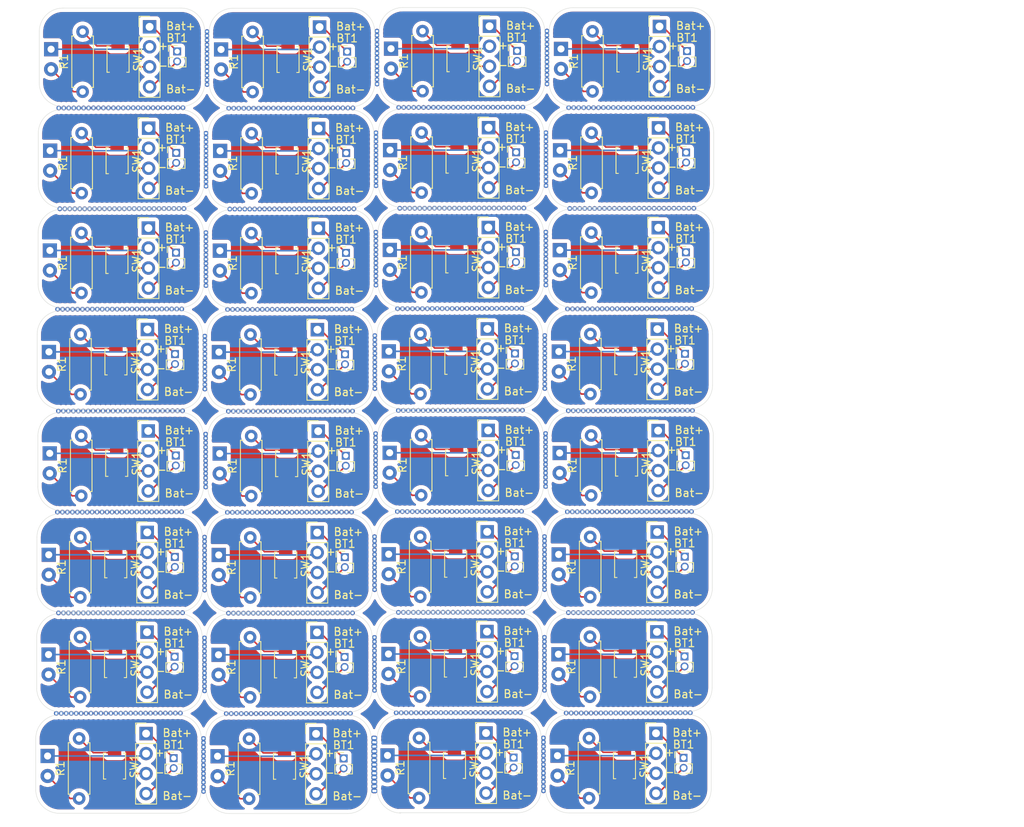
<source format=kicad_pcb>
(kicad_pcb (version 20240108) (generator "pcbnew") (generator_version "8.0")
  (layers (0 "F.Cu" signal) (31 "B.Cu" signal) (34 "B.Paste" user) (35 "F.Paste" user) (36 "B.SilkS" user "B.Silkscreen") (37 "F.SilkS" user "F.Silkscreen") (38 "B.Mask" user) (39 "F.Mask" user) (44 "Edge.Cuts" user))
  (net 0 "")
  (footprint "Resistor_THT:R_Axial_DIN0207_L6.3mm_D2.5mm_P7.62mm_Horizontal" (layer "F.Cu") (at 165.25618 149.18868 90)
    (property "Reference" "R1")
    (property "Value" "R_US")
  )
  (footprint "Resistor_THT:R_Axial_DIN0207_L6.3mm_D2.5mm_P7.62mm_Horizontal" (layer "F.Cu") (at 122.11868 149.25868 90)
    (property "Reference" "R1")
    (property "Value" "R_US")
  )
  (footprint "Personal:Battery Charge Module" (layer "F.Cu") (at 109.17 131.69)
    (property "Reference" "BatteryChargeModule1" (hide yes))
    (property "Value" "~" (hide yes))
  )
  (footprint "Resistor_THT:R_Axial_DIN0207_L6.3mm_D2.5mm_P7.62mm_Horizontal" (layer "F.Cu") (at 143.95618 110.72868 90)
    (property "Reference" "R1")
    (property "Value" "R_US")
  )
  (footprint "Personal:Battery Charge Module" (layer "F.Cu") (at 173.90486 118.97736)
    (property "Reference" "BatteryChargeModule1" (hide yes))
    (property "Value" "~" (hide yes))
  )
  (footprint "Connector_PinHeader_1.27mm:PinHeader_1x02_P1.27mm_Vertical" (layer "F.Cu") (at 155.86 92.725)
    (property "Reference" "BT1")
    (property "Value" "Battery")
  )
  (footprint "LED_THT:LED_D5.0mm_Horizontal_O1.27mm_Z3.0mm" (layer "F.Cu") (at 139.86 92.45 -90)
    (property "Reference" "D1" (hide yes))
    (property "Value" "LED" (hide yes))
  )
  (footprint "Connector_PinHeader_1.27mm:PinHeader_1x02_P1.27mm_Vertical" (layer "F.Cu") (at 134.44118 67.27368)
    (property "Reference" "BT1")
    (property "Value" "Battery")
  )
  (footprint "Connector_PinHeader_1.27mm:PinHeader_1x02_P1.27mm_Vertical" (layer "F.Cu") (at 134.2925 92.825)
    (property "Reference" "BT1")
    (property "Value" "Battery")
  )
  (footprint "LED_THT:LED_D5.0mm_Horizontal_O1.27mm_Z3.0mm" (layer "F.Cu") (at 96.81868 105.40368 -90)
    (property "Reference" "D1" (hide yes))
    (property "Value" "LED" (hide yes))
  )
  (footprint "Connector_PinHeader_1.27mm:PinHeader_1x02_P1.27mm_Vertical" (layer "F.Cu") (at 112.84382 79.91632)
    (property "Reference" "BT1")
    (property "Value" "Battery")
  )
  (footprint "Button_Switch_SMD:SW_SPST_B3U-1000P" (layer "F.Cu") (at 170.2 55.325 -90)
    (property "Reference" "SW1")
    (property "Value" "SW_Push")
  )
  (footprint "Button_Switch_SMD:SW_SPST_B3U-1000P" (layer "F.Cu") (at 169.93 93.755 -90)
    (property "Reference" "SW1")
    (property "Value" "SW_Push")
  )
  (footprint "Personal:Battery Charge Module" (layer "F.Cu") (at 130.94118 67.73368)
    (property "Reference" "BatteryChargeModule1" (hide yes))
    (property "Value" "~" (hide yes))
  )
  (footprint "Connector_PinHeader_1.27mm:PinHeader_1x02_P1.27mm_Vertical" (layer "F.Cu") (at 134.26736 118.58736)
    (property "Reference" "BT1")
    (property "Value" "Battery")
  )
  (footprint "Connector_PinHeader_1.27mm:PinHeader_1x02_P1.27mm_Vertical" (layer "F.Cu") (at 177.25618 144.06868)
    (property "Reference" "BT1")
    (property "Value" "Battery")
  )
  (footprint "Resistor_THT:R_Axial_DIN0207_L6.3mm_D2.5mm_P7.62mm_Horizontal" (layer "F.Cu") (at 143.8075 136.28 90)
    (property "Reference" "R1")
    (property "Value" "R_US")
  )
  (footprint "Connector_PinHeader_1.27mm:PinHeader_1x02_P1.27mm_Vertical" (layer "F.Cu") (at 156.00868 67.17368)
    (property "Reference" "BT1")
    (property "Value" "Battery")
  )
  (footprint "Connector_PinHeader_1.27mm:PinHeader_1x02_P1.27mm_Vertical" (layer "F.Cu") (at 112.81868 105.67868)
    (property "Reference" "BT1")
    (property "Value" "Battery")
  )
  (footprint "LED_THT:LED_D5.0mm_Horizontal_O1.27mm_Z3.0mm" (layer "F.Cu") (at 96.9925 54.09 -90)
    (property "Reference" "D1" (hide yes))
    (property "Value" "LED" (hide yes))
  )
  (footprint "LED_THT:LED_D5.0mm_Horizontal_O1.27mm_Z3.0mm" (layer "F.Cu") (at 96.69736 118.28236 -90)
    (property "Reference" "D1" (hide yes))
    (property "Value" "LED" (hide yes))
  )
  (footprint "LED_THT:LED_D5.0mm_Horizontal_O1.27mm_Z3.0mm" (layer "F.Cu") (at 118.2925 92.55 -90)
    (property "Reference" "D1" (hide yes))
    (property "Value" "LED" (hide yes))
  )
  (footprint "Connector_PinHeader_1.27mm:PinHeader_1x02_P1.27mm_Vertical" (layer "F.Cu") (at 177.57868 67.20368)
    (property "Reference" "BT1")
    (property "Value" "Battery")
  )
  (footprint "Resistor_THT:R_Axial_DIN0207_L6.3mm_D2.5mm_P7.62mm_Horizontal" (layer "F.Cu") (at 122.26736 123.70736 90)
    (property "Reference" "R1")
    (property "Value" "R_US")
  )
  (footprint "Button_Switch_SMD:SW_SPST_B3U-1000P" (layer "F.Cu") (at 170.02618 106.63868 -90)
    (property "Reference" "SW1")
    (property "Value" "SW_Push")
  )
  (footprint "Resistor_THT:R_Axial_DIN0207_L6.3mm_D2.5mm_P7.62mm_Horizontal" (layer "F.Cu") (at 122.24 136.38 90)
    (property "Reference" "R1")
    (property "Value" "R_US")
  )
  (footprint "LED_THT:LED_D5.0mm_Horizontal_O1.27mm_Z3.0mm" (layer "F.Cu") (at 161.52618 105.36368 -90)
    (property "Reference" "D1" (hide yes))
    (property "Value" "LED" (hide yes))
  )
  (footprint "Personal:Battery Charge Module" (layer "F.Cu") (at 152.3075 131.62)
    (property "Reference" "BatteryChargeModule1" (hide yes))
    (property "Value" "~" (hide yes))
  )
  (footprint "Button_Switch_SMD:SW_SPST_B3U-1000P" (layer "F.Cu") (at 148.3075 132.16 -90)
    (property "Reference" "SW1")
    (property "Value" "SW_Push")
  )
  (footprint "Button_Switch_SMD:SW_SPST_B3U-1000P" (layer "F.Cu") (at 126.76736 119.58736 -90)
    (property "Reference" "SW1")
    (property "Value" "SW_Push")
  )
  (footprint "Personal:Battery Charge Module" (layer "F.Cu") (at 109.19736 119.01736)
    (property "Reference" "BatteryChargeModule1" (hide yes))
    (property "Value" "~" (hide yes))
  )
  (footprint "Connector_PinHeader_1.27mm:PinHeader_1x02_P1.27mm_Vertical" (layer "F.Cu") (at 155.98132 79.84632)
    (property "Reference" "BT1")
    (property "Value" "Battery")
  )
  (footprint "LED_THT:LED_D5.0mm_Horizontal_O1.27mm_Z3.0mm" (layer "F.Cu") (at 139.68618 143.76368 -90)
    (property "Reference" "D1" (hide yes))
    (property "Value" "LED" (hide yes))
  )
  (footprint "Connector_PinHeader_1.27mm:PinHeader_1x02_P1.27mm_Vertical" (layer "F.Cu") (at 134.5625 54.395)
    (property "Reference" "BT1")
    (property "Value" "Battery")
  )
  (footprint "Button_Switch_SMD:SW_SPST_B3U-1000P" (layer "F.Cu") (at 169.75618 145.06868 -90)
    (property "Reference" "SW1")
    (property "Value" "SW_Push")
  )
  (footprint "Personal:Battery Charge Module" (layer "F.Cu") (at 174.07868 67.66368)
    (property "Reference" "BatteryChargeModule1" (hide yes))
    (property "Value" "~" (hide yes))
  )
  (footprint "LED_THT:LED_D5.0mm_Horizontal_O1.27mm_Z3.0mm" (layer "F.Cu") (at 161.3775 130.915 -90)
    (property "Reference" "D1" (hide yes))
    (property "Value" "LED" (hide yes))
  )
  (footprint "LED_THT:LED_D5.0mm_Horizontal_O1.27mm_Z3.0mm" (layer "F.Cu") (at 96.67 130.955 -90)
    (property "Reference" "D1" (hide yes))
    (property "Value" "LED" (hide yes))
  )
  (footprint "Button_Switch_SMD:SW_SPST_B3U-1000P" (layer "F.Cu") (at 105.34382 80.91632 -90)
    (property "Reference" "SW1")
    (property "Value" "SW_Push")
  )
  (footprint "Resistor_THT:R_Axial_DIN0207_L6.3mm_D2.5mm_P7.62mm_Horizontal" (layer "F.Cu") (at 165.57868 72.32368 90)
    (property "Reference" "R1")
    (property "Value" "R_US")
  )
  (footprint "LED_THT:LED_D5.0mm_Horizontal_O1.27mm_Z3.0mm" (layer "F.Cu") (at 118.24 130.985 -90)
    (property "Reference" "D1" (hide yes))
    (property "Value" "LED" (hide yes))
  )
  (footprint "Personal:Battery Charge Module" (layer "F.Cu") (at 173.93 93.215)
    (property "Reference" "BatteryChargeModule1" (hide yes))
    (property "Value" "~" (hide yes))
  )
  (footprint "Personal:Battery Charge Module" (layer "F.Cu") (at 109.4925 54.825)
    (property "Reference" "BatteryChargeModule1" (hide yes))
    (property "Value" "~" (hide yes))
  )
  (footprint "Button_Switch_SMD:SW_SPST_B3U-1000P" (layer "F.Cu") (at 126.88868 106.70868 -90)
    (property "Reference" "SW1")
    (property "Value" "SW_Push")
  )
  (footprint "Resistor_THT:R_Axial_DIN0207_L6.3mm_D2.5mm_P7.62mm_Horizontal" (layer "F.Cu") (at 122.2925 97.945 90)
    (property "Reference" "R1")
    (property "Value" "R_US")
  )
  (footprint "Connector_PinHeader_1.27mm:PinHeader_1x02_P1.27mm_Vertical" (layer "F.Cu") (at 134.38868 105.70868)
    (property "Reference" "BT1")
    (property "Value" "Battery")
  )
  (footprint "Resistor_THT:R_Axial_DIN0207_L6.3mm_D2.5mm_P7.62mm_Horizontal" (layer "F.Cu") (at 100.54868 149.22868 90)
    (property "Reference" "R1")
    (property "Value" "R_US")
  )
  (footprint "Button_Switch_SMD:SW_SPST_B3U-1000P" (layer "F.Cu") (at 148.63 55.295 -90)
    (property "Reference" "SW1")
    (property "Value" "SW_Push")
  )
  (footprint "Button_Switch_SMD:SW_SPST_B3U-1000P" (layer "F.Cu") (at 105.19736 119.55736 -90)
    (property "Reference" "SW1")
    (property "Value" "SW_Push")
  )
  (footprint "Button_Switch_SMD:SW_SPST_B3U-1000P" (layer "F.Cu") (at 148.48132 80.84632 -90)
    (property "Reference" "SW1")
    (property "Value" "SW_Push")
  )
  (footprint "Personal:Battery Charge Module" (layer "F.Cu") (at 152.50868 67.63368)
    (property "Reference" "BatteryChargeModule1" (hide yes))
    (property "Value" "~" (hide yes))
  )
  (footprint "Button_Switch_SMD:SW_SPST_B3U-1000P" (layer "F.Cu") (at 126.94118 68.27368 -90)
    (property "Reference" "SW1")
    (property "Value" "SW_Push")
  )
  (footprint "LED_THT:LED_D5.0mm_Horizontal_O1.27mm_Z3.0mm" (layer "F.Cu") (at 161.55132 79.60132 -90)
    (property "Reference" "D1" (hide yes))
    (property "Value" "LED" (hide yes))
  )
  (footprint "Button_Switch_SMD:SW_SPST_B3U-1000P" (layer "F.Cu") (at 105.4925 55.365 -90)
    (property "Reference" "SW1")
    (property "Value" "SW_Push")
  )
  (footprint "LED_THT:LED_D5.0mm_Horizontal_O1.27mm_Z3.0mm" (layer "F.Cu") (at 139.83486 118.21236 -90)
    (property "Reference" "D1" (hide yes))
    (property "Value" "LED" (hide yes))
  )
  (footprint "Resistor_THT:R_Axial_DIN0207_L6.3mm_D2.5mm_P7.62mm_Horizontal" (layer "F.Cu") (at 100.7225 97.915 90)
    (property "Reference" "R1")
    (property "Value" "R_US")
  )
  (footprint "LED_THT:LED_D5.0mm_Horizontal_O1.27mm_Z3.0mm" (layer "F.Cu") (at 161.25618 143.79368 -90)
    (property "Reference" "D1" (hide yes))
    (property "Value" "LED" (hide yes))
  )
  (footprint "Connector_PinHeader_1.27mm:PinHeader_1x02_P1.27mm_Vertical" (layer "F.Cu") (at 177.52618 105.63868)
    (property "Reference" "BT1")
    (property "Value" "Battery")
  )
  (footprint "LED_THT:LED_D5.0mm_Horizontal_O1.27mm_Z3.0mm" (layer "F.Cu") (at 140.13 54.02 -90)
    (property "Reference" "D1" (hide yes))
    (property "Value" "LED" (hide yes))
  )
  (footprint "Connector_PinHeader_1.27mm:PinHeader_1x02_P1.27mm_Vertical" (layer "F.Cu") (at 134.24 131.26)
    (property "Reference" "BT1")
    (property "Value" "Battery")
  )
  (footprint "Connector_PinHeader_1.27mm:PinHeader_1x02_P1.27mm_Vertical" (layer "F.Cu") (at 155.83486 118.48736)
    (property "Reference" "BT1")
    (property "Value" "Battery")
  )
  (footprint "Connector_PinHeader_1.27mm:PinHeader_1x02_P1.27mm_Vertical" (layer "F.Cu") (at 156.13 54.295)
    (property "Reference" "BT1")
    (property "Value" "Battery")
  )
  (footprint "Resistor_THT:R_Axial_DIN0207_L6.3mm_D2.5mm_P7.62mm_Horizontal" (layer "F.Cu") (at 143.98132 84.96632 90)
    (property "Reference" "R1")
    (property "Value" "R_US")
  )
  (footprint "Connector_PinHeader_1.27mm:PinHeader_1x02_P1.27mm_Vertical" (layer "F.Cu") (at 112.7225 92.795)
    (property "Reference" "BT1")
    (property "Value" "Battery")
  )
  (footprint "Connector_PinHeader_1.27mm:PinHeader_1x02_P1.27mm_Vertical" (layer "F.Cu") (at 112.54868 144.10868)
    (property "Reference" "BT1")
    (property "Value" "Battery")
  )
  (footprint "Personal:Battery Charge Module" (layer "F.Cu") (at 152.36 93.185)
    (property "Reference" "BatteryChargeModule1" (hide yes))
    (property "Value" "~" (hide yes))
  )
  (footprint "LED_THT:LED_D5.0mm_Horizontal_O1.27mm_Z3.0mm" (layer "F.Cu") (at 118.44118 66.99868 -90)
    (property "Reference" "D1" (hide yes))
    (property "Value" "LED" (hide yes))
  )
  (footprint "Personal:Battery Charge Module" (layer "F.Cu") (at 130.91382 80.40632)
    (property "Reference" "BatteryChargeModule1" (hide yes))
    (property "Value" "~" (hide yes))
  )
  (footprint "Personal:Battery Charge Module" (layer "F.Cu") (at 109.2225 93.255)
    (property "Reference" "BatteryChargeModule1" (hide yes))
    (property "Value" "~" (hide yes))
  )
  (footprint "Resistor_THT:R_Axial_DIN0207_L6.3mm_D2.5mm_P7.62mm_Horizontal" (layer "F.Cu") (at 122.41382 85.06632 90)
    (property "Reference" "R1")
    (property "Value" "R_US")
  )
  (footprint "Personal:Battery Charge Module" (layer "F.Cu") (at 174.05132 80.33632)
    (property "Reference" "BatteryChargeModule1" (hide yes))
    (property "Value" "~" (hide yes))
  )
  (footprint "Connector_PinHeader_1.27mm:PinHeader_1x02_P1.27mm_Vertical" (layer "F.Cu") (at 112.87118 67.24368)
    (property "Reference" "BT1")
    (property "Value" "Battery")
  )
  (footprint "Button_Switch_SMD:SW_SPST_B3U-1000P" (layer "F.Cu") (at 169.8775 132.19 -90)
    (property "Reference" "SW1")
    (property "Value" "SW_Push")
  )
  (footprint "Button_Switch_SMD:SW_SPST_B3U-1000P" (layer "F.Cu") (at 148.45618 106.60868 -90)
    (property "Reference" "SW1")
    (property "Value" "SW_Push")
  )
  (footprint "Personal:Battery Charge Module" (layer "F.Cu") (at 152.33486 118.94736)
    (property "Reference" "BatteryChargeModule1" (hide yes))
    (property "Value" "~" (hide yes))
  )
  (footprint "Button_Switch_SMD:SW_SPST_B3U-1000P" (layer "F.Cu") (at 148.50868 68.17368 -90)
    (property "Reference" "SW1")
    (property "Value" "SW_Push")
  )
  (footprint "Connector_PinHeader_1.27mm:PinHeader_1x02_P1.27mm_Vertical" (layer "F.Cu") (at 155.68618 144.03868)
    (property "Reference" "BT1")
    (property "Value" "Battery")
  )
  (footprint "Button_Switch_SMD:SW_SPST_B3U-1000P" (layer "F.Cu") (at 105.04868 145.10868 -90)
    (property "Reference" "SW1")
    (property "Value" "SW_Push")
  )
  (footprint "LED_THT:LED_D5.0mm_Horizontal_O1.27mm_Z3.0mm" (layer "F.Cu") (at 161.57868 66.92868 -90)
    (property "Reference" "D1" (hide yes))
    (property "Value" "LED" (hide yes))
  )
  (footprint "Personal:Battery Charge Module" (layer "F.Cu") (at 152.45618 106.06868)
    (property "Reference" "BatteryChargeModule1" (hide yes))
    (property "Value" "~" (hide yes))
  )
  (footprint "Button_Switch_SMD:SW_SPST_B3U-1000P" (layer "F.Cu") (at 148.18618 145.03868 -90)
    (property "Reference" "SW1")
    (property "Value" "SW_Push")
  )
  (footprint "Resistor_THT:R_Axial_DIN0207_L6.3mm_D2.5mm_P7.62mm_Horizontal" (layer "F.Cu") (at 100.81868 110.79868 90)
    (property "Reference" "R1")
    (property "Value" "R_US")
  )
  (footprint "Personal:Battery Charge Module" (layer "F.Cu") (at 174.02618 106.09868)
    (property "Reference" "BatteryChargeModule1" (hide yes))
    (property "Value" "~" (hide yes))
  )
  (footprint "Resistor_THT:R_Axial_DIN0207_L6.3mm_D2.5mm_P7.62mm_Horizontal" (layer "F.Cu") (at 165.7 59.445 90)
    (property "Reference" "R1")
    (property "Value" "R_US")
  )
  (footprint "LED_THT:LED_D5.0mm_Horizontal_O1.27mm_Z3.0mm" (layer "F.Cu") (at 96.84382 79.64132 -90)
    (property "Reference" "D1" (hide yes))
    (property "Value" "LED" (hide yes))
  )
  (footprint "Resistor_THT:R_Axial_DIN0207_L6.3mm_D2.5mm_P7.62mm_Horizontal" (layer "F.Cu") (at 122.5625 59.515 90)
    (property "Reference" "R1")
    (property "Value" "R_US")
  )
  (footprint "LED_THT:LED_D5.0mm_Horizontal_O1.27mm_Z3.0mm" (layer "F.Cu") (at 161.7 54.05 -90)
    (property "Reference" "D1" (hide yes))
    (property "Value" "LED" (hide yes))
  )
  (footprint "Connector_PinHeader_1.27mm:PinHeader_1x02_P1.27mm_Vertical" (layer "F.Cu") (at 134.41382 79.94632)
    (property "Reference" "BT1")
    (property "Value" "Battery")
  )
  (footprint "Resistor_THT:R_Axial_DIN0207_L6.3mm_D2.5mm_P7.62mm_Horizontal" (layer "F.Cu") (at 144.13 59.415 90)
    (property "Reference" "R1")
    (property "Value" "R_US")
  )
  (footprint "Button_Switch_SMD:SW_SPST_B3U-1000P" (layer "F.Cu") (at 105.31868 106.67868 -90)
    (property "Reference" "SW1")
    (property "Value" "SW_Push")
  )
  (footprint "Resistor_THT:R_Axial_DIN0207_L6.3mm_D2.5mm_P7.62mm_Horizontal" (layer "F.Cu") (at 100.9925 59.485 90)
    (property "Reference" "R1")
    (property "Value" "R_US")
  )
  (footprint "Resistor_THT:R_Axial_DIN0207_L6.3mm_D2.5mm_P7.62mm_Horizontal" (layer "F.Cu") (at 100.84382 85.03632 90)
    (property "Reference" "R1")
    (property "Value" "R_US")
  )
  (footprint "Button_Switch_SMD:SW_SPST_B3U-1000P" (layer "F.Cu") (at 105.37118 68.24368 -90)
    (property "Reference" "SW1")
    (property "Value" "SW_Push")
  )
  (footprint "Button_Switch_SMD:SW_SPST_B3U-1000P" (layer "F.Cu") (at 148.36 93.725 -90)
    (property "Reference" "SW1")
    (property "Value" "SW_Push")
  )
  (footprint "Connector_PinHeader_1.27mm:PinHeader_1x02_P1.27mm_Vertical" (layer "F.Cu") (at 177.7 54.325)
    (property "Reference" "BT1")
    (property "Value" "Battery")
  )
  (footprint "Resistor_THT:R_Axial_DIN0207_L6.3mm_D2.5mm_P7.62mm_Horizontal" (layer "F.Cu") (at 165.40486 123.63736 90)
    (property "Reference" "R1")
    (property "Value" "R_US")
  )
  (footprint "Personal:Battery Charge Module" (layer "F.Cu") (at 109.04868 144.56868)
    (property "Reference" "BatteryChargeModule1" (hide yes))
    (property "Value" "~" (hide yes))
  )
  (footprint "Personal:Battery Charge Module" (layer "F.Cu") (at 173.8775 131.65)
    (property "Reference" "BatteryChargeModule1" (hide yes))
    (property "Value" "~" (hide yes))
  )
  (footprint "LED_THT:LED_D5.0mm_Horizontal_O1.27mm_Z3.0mm" (layer "F.Cu") (at 118.11868 143.86368 -90)
    (property "Reference" "D1" (hide yes))
    (property "Value" "LED" (hide yes))
  )
  (footprint "Button_Switch_SMD:SW_SPST_B3U-1000P" (layer "F.Cu") (at 126.91382 80.94632 -90)
    (property "Reference" "SW1")
    (property "Value" "SW_Push")
  )
  (footprint "Resistor_THT:R_Axial_DIN0207_L6.3mm_D2.5mm_P7.62mm_Horizontal" (layer "F.Cu") (at 165.52618 110.75868 90)
    (property "Reference" "R1")
    (property "Value" "R_US")
  )
  (footprint "LED_THT:LED_D5.0mm_Horizontal_O1.27mm_Z3.0mm" (layer "F.Cu") (at 96.54868 143.83368 -90)
    (property "Reference" "D1" (hide yes))
    (property "Value" "LED" (hide yes))
  )
  (footprint "Personal:Battery Charge Module" (layer "F.Cu") (at 130.88868 106.16868)
    (property "Reference" "BatteryChargeModule1" (hide yes))
    (property "Value" "~" (hide yes))
  )
  (footprint "Personal:Battery Charge Module" (layer "F.Cu") (at 130.74 131.72)
    (property "Reference" "BatteryChargeModule1" (hide yes))
    (property "Value" "~" (hide yes))
  )
  (footprint "LED_THT:LED_D5.0mm_Horizontal_O1.27mm_Z3.0mm" (layer "F.Cu") (at 118.26736 118.31236 -90)
    (property "Reference" "D1" (hide yes))
    (property "Value" "LED" (hide yes))
  )
  (footprint "Personal:Battery Charge Module" (layer "F.Cu") (at 152.48132 80.30632)
    (property "Reference" "BatteryChargeModule1" (hide yes))
    (property "Value" "~" (hide yes))
  )
  (footprint "Resistor_THT:R_Axial_DIN0207_L6.3mm_D2.5mm_P7.62mm_Horizontal" (layer "F.Cu") (at 143.68618 149.15868 90)
    (property "Reference" "R1")
    (property "Value" "R_US")
  )
  (footprint "Connector_PinHeader_1.27mm:PinHeader_1x02_P1.27mm_Vertical" (layer "F.Cu") (at 155.8075 131.16)
    (property "Reference" "BT1")
    (property "Value" "Battery")
  )
  (footprint "Resistor_THT:R_Axial_DIN0207_L6.3mm_D2.5mm_P7.62mm_Horizontal" (layer "F.Cu") (at 165.55132 84.99632 90)
    (property "Reference" "R1")
    (property "Value" "R_US")
  )
  (footprint "Personal:Battery Charge Module" (layer "F.Cu") (at 131.0625 54.855)
    (property "Reference" "BatteryChargeModule1" (hide yes))
    (property "Value" "~" (hide yes))
  )
  (footprint "Resistor_THT:R_Axial_DIN0207_L6.3mm_D2.5mm_P7.62mm_Horizontal" (layer "F.Cu") (at 100.69736 123.67736 90)
    (property "Reference" "R1")
    (property "Value" "R_US")
  )
  (footprint "Personal:Battery Charge Module" (layer "F.Cu") (at 130.7925 93.285)
    (property "Reference" "BatteryChargeModule1" (hide yes))
    (property "Value" "~" (hide yes))
  )
  (footprint "LED_THT:LED_D5.0mm_Horizontal_O1.27mm_Z3.0mm" (layer "F.Cu") (at 96.87118 66.96868 -90)
    (property "Reference" "D1" (hide yes))
    (property "Value" "LED" (hide yes))
  )
  (footprint "Button_Switch_SMD:SW_SPST_B3U-1000P" (layer "F.Cu") (at 105.2225 93.795 -90)
    (property "Reference" "SW1")
    (property "Value" "SW_Push")
  )
  (footprint "Connector_PinHeader_1.27mm:PinHeader_1x02_P1.27mm_Vertical" (layer "F.Cu") (at 112.9925 54.365)
    (property "Reference" "BT1")
    (property "Value" "Battery")
  )
  (footprint "Resistor_THT:R_Axial_DIN0207_L6.3mm_D2.5mm_P7.62mm_Horizontal" (layer "F.Cu") (at 143.83486 123.60736 90)
    (property "Reference" "R1")
    (property "Value" "R_US")
  )
  (footprint "Button_Switch_SMD:SW_SPST_B3U-1000P" (layer "F.Cu") (at 170.07868 68.20368 -90)
    (property "Reference" "SW1")
    (property "Value" "SW_Push")
  )
  (footprint "Resistor_THT:R_Axial_DIN0207_L6.3mm_D2.5mm_P7.62mm_Horizontal" (layer "F.Cu") (at 100.67 136.35 90)
    (property "Reference" "R1")
    (property "Value" "R_US")
  )
  (footprint "Resistor_THT:R_Axial_DIN0207_L6.3mm_D2.5mm_P7.62mm_Horizontal" (layer "F.Cu") (at 122.44118 72.39368 90)
    (property "Reference" "R1")
    (property "Value" "R_US")
  )
  (footprint "Personal:Battery Charge Module" (layer "F.Cu") (at 109.37118 67.70368)
    (property "Reference" "BatteryChargeModule1" (hide yes))
    (property "Value" "~" (hide yes))
  )
  (footprint "Connector_PinHeader_1.27mm:PinHeader_1x02_P1.27mm_Vertical" (layer "F.Cu") (at 177.55132 79.87632)
    (property "Reference" "BT1")
    (property "Value" "Battery")
  )
  (footprint "Connector_PinHeader_1.27mm:PinHeader_1x02_P1.27mm_Vertical" (layer "F.Cu") (at 155.95618 105.60868)
    (property "Reference" "BT1")
    (property "Value" "Battery")
  )
  (footprint "LED_THT:LED_D5.0mm_Horizontal_O1.27mm_Z3.0mm" (layer "F.Cu") (at 139.95618 105.33368 -90)
    (property "Reference" "D1" (hide yes))
    (property "Value" "LED" (hide yes))
  )
  (footprint "Resistor_THT:R_Axial_DIN0207_L6.3mm_D2.5mm_P7.62mm_Horizontal" (layer "F.Cu") (at 165.43 97.875 90)
    (property "Reference" "R1")
    (property "Value" "R_US")
  )
  (footprint "Connector_PinHeader_1.27mm:PinHeader_1x02_P1.27mm_Vertical" (layer "F.Cu") (at 134.11868 144.13868)
    (property "Reference" "BT1")
    (property "Value" "Battery")
  )
  (footprint "Personal:Battery Charge Module" (layer "F.Cu") (at 130.76736 119.04736)
    (property "Reference" "BatteryChargeModule1" (hide yes))
    (property "Value" "~" (hide yes))
  )
  (footprint "Button_Switch_SMD:SW_SPST_B3U-1000P" (layer "F.Cu") (at 169.90486 119.51736 -90)
    (property "Reference" "SW1")
    (property "Value" "SW_Push")
  )
  (footprint "Resistor_THT:R_Axial_DIN0207_L6.3mm_D2.5mm_P7.62mm_Horizontal" (layer "F.Cu") (at 143.86 97.845 90)
    (property "Reference" "R1")
    (property "Value" "R_US")
  )
  (footprint "LED_THT:LED_D5.0mm_Horizontal_O1.27mm_Z3.0mm" (layer "F.Cu") (at 139.8075 130.885 -90)
    (property "Reference" "D1" (hide yes))
    (property "Value" "LED" (hide yes))
  )
  (footprint "Connector_PinHeader_1.27mm:PinHeader_1x02_P1.27mm_Vertical" (layer "F.Cu") (at 112.67 131.23)
    (property "Reference" "BT1")
    (property "Value" "Battery")
  )
  (footprint "Personal:Battery Charge Module" (layer "F.Cu") (at 152.63 54.755)
    (property "Reference" "BatteryChargeModule1" (hide yes))
    (property "Value" "~" (hide yes))
  )
  (footprint "Connector_PinHeader_1.27mm:PinHeader_1x02_P1.27mm_Vertical" (layer "F.Cu") (at 177.3775 131.19)
    (property "Reference" "BT1")
    (property "Value" "Battery")
  )
  (footprint "LED_THT:LED_D5.0mm_Horizontal_O1.27mm_Z3.0mm" (layer "F.Cu") (at 140.00868 66.89868 -90)
    (property "Reference" "D1" (hide yes))
    (property "Value" "LED" (hide yes))
  )
  (footprint "Personal:Battery Charge Module" (layer "F.Cu") (at 130.61868 144.59868)
    (property "Reference" "BatteryChargeModule1" (hide yes))
    (property "Value" "~" (hide yes))
  )
  (footprint "Connector_PinHeader_1.27mm:PinHeader_1x02_P1.27mm_Vertical" (layer "F.Cu") (at 112.69736 118.55736)
    (property "Reference" "BT1")
    (property "Value" "Battery")
  )
  (footprint "Button_Switch_SMD:SW_SPST_B3U-1000P" (layer "F.Cu") (at 170.05132 80.87632 -90)
    (property "Reference" "SW1")
    (property "Value" "SW_Push")
  )
  (footprint "Button_Switch_SMD:SW_SPST_B3U-1000P" (layer "F.Cu") (at 105.17 132.23 -90)
    (property "Reference" "SW1")
    (property "Value" "SW_Push")
  )
  (footprint "Resistor_THT:R_Axial_DIN0207_L6.3mm_D2.5mm_P7.62mm_Horizontal" (layer "F.Cu") (at 100.87118 72.36368 90)
    (property "Reference" "R1")
    (property "Value" "R_US")
  )
  (footprint "Resistor_THT:R_Axial_DIN0207_L6.3mm_D2.5mm_P7.62mm_Horizontal" (layer "F.Cu") (at 165.3775 136.31 90)
    (property "Reference" "R1")
    (property "Value" "R_US")
  )
  (footprint "Button_Switch_SMD:SW_SPST_B3U-1000P" (layer "F.Cu") (at 126.61868 145.13868 -90)
    (property "Reference" "SW1")
    (property "Value" "SW_Push")
  )
  (footprint "LED_THT:LED_D5.0mm_Horizontal_O1.27mm_Z3.0mm" (layer "F.Cu") (at 118.5625 54.12 -90)
    (property "Reference" "D1" (hide yes))
    (property "Value" "LED" (hide yes))
  )
  (footprint "Resistor_THT:R_Axial_DIN0207_L6.3mm_D2.5mm_P7.62mm_Horizontal" (layer "F.Cu") (at 144.00868 72.29368 90)
    (property "Reference" "R1")
    (property "Value" "R_US")
  )
  (footprint "Connector_PinHeader_1.27mm:PinHeader_1x02_P1.27mm_Vertical" (layer "F.Cu") (at 177.43 92.755)
    (property "Reference" "BT1")
    (property "Value" "Battery")
  )
  (footprint "LED_THT:LED_D5.0mm_Horizontal_O1.27mm_Z3.0mm" (layer "F.Cu") (at 118.38868 105.43368 -90)
    (property "Reference" "D1" (hide yes))
    (property "Value" "LED" (hide yes))
  )
  (footprint "LED_THT:LED_D5.0mm_Horizontal_O1.27mm_Z3.0mm" (layer "F.Cu") (at 139.98132 79.57132 -90)
    (property "Reference" "D1" (hide yes))
    (property "Value" "LED" (hide yes))
  )
  (footprint "Button_Switch_SMD:SW_SPST_B3U-1000P" (layer "F.Cu") (at 127.0625 55.395 -90)
    (property "Reference" "SW1")
    (property "Value" "SW_Push")
  )
  (footprint "LED_THT:LED_D5.0mm_Horizontal_O1.27mm_Z3.0mm" (layer "F.Cu") (at 161.40486 118.24236 -90)
    (property "Reference" "D1" (hide yes))
    (property "Value" "LED" (hide yes))
  )
  (footprint "Button_Switch_SMD:SW_SPST_B3U-1000P" (layer "F.Cu") (at 126.7925 93.825 -90)
    (property "Reference" "SW1")
    (property "Value" "SW_Push")
  )
  (footprint "Personal:Battery Charge Module" (layer "F.Cu") (at 152.18618 144.49868)
    (property "Reference" "BatteryChargeModule1" (hide yes))
    (property "Value" "~" (hide yes))
  )
  (footprint "Personal:Battery Charge Module" (layer "F.Cu") (at 109.34382 80.37632)
    (property "Reference" "BatteryChargeModule1" (hide yes))
    (property "Value" "~" (hide yes))
  )
  (footprint "Button_Switch_SMD:SW_SPST_B3U-1000P" (layer "F.Cu") (at 148.33486 119.48736 -90)
    (property "Reference" "SW1")
    (property "Value" "SW_Push")
  )
  (footprint "Button_Switch_SMD:SW_SPST_B3U-1000P" (layer "F.Cu") (at 126.74 132.26 -90)
    (property "Reference" "SW1")
    (property "Value" "SW_Push")
  )
  (footprint "Connector_PinHeader_1.27mm:PinHeader_1x02_P1.27mm_Vertical" (layer "F.Cu") (at 177.40486 118.51736)
    (property "Reference" "BT1")
    (property "Value" "Battery")
  )
  (footprint "LED_THT:LED_D5.0mm_Horizontal_O1.27mm_Z3.0mm" (layer "F.Cu") (at 96.7225 92.52 -90)
    (property "Reference" "D1" (hide yes))
    (property "Value" "LED" (hide yes))
  )
  (footprint "Personal:Battery Charge Module" (layer "F.Cu") (at 173.75618 144.52868)
    (property "Reference" "BatteryChargeModule1" (hide yes))
    (property "Value" "~" (hide yes))
  )
  (footprint "LED_THT:LED_D5.0mm_Horizontal_O1.27mm_Z3.0mm" (layer "F.Cu") (at 161.43 92.48 -90)
    (property "Reference" "D1" (hide yes))
    (property "Value" "LED" (hide yes))
  )
  (footprint "Resistor_THT:R_Axial_DIN0207_L6.3mm_D2.5mm_P7.62mm_Horizontal" (layer "F.Cu") (at 122.38868 110.82868 90)
    (property "Reference" "R1")
    (property "Value" "R_US")
  )
  (footprint "Personal:Battery Charge Module" (layer "F.Cu") (at 109.31868 106.13868)
    (property "Reference" "BatteryChargeModule1" (hide yes))
    (property "Value" "~" (hide yes))
  )
  (footprint "LED_THT:LED_D5.0mm_Horizontal_O1.27mm_Z3.0mm" (layer "F.Cu") (at 118.41382 79.67132 -90)
    (property "Reference" "D1" (hide yes))
    (property "Value" "LED" (hide yes))
  )
  (footprint "Personal:Battery Charge Module" (layer "F.Cu") (at 174.2 54.785)
    (property "Reference" "BatteryChargeModule1" (hide yes))
    (property "Value" "~" (hide yes))
  )
  (gr_arc (start 98.17 138.23) (mid 96.04868 137.35132) (end 95.17 135.23) (stroke (width 0.05)) (layer "Edge.Cuts"))
  (gr_line (start 180.93 90.255) (end 180.93 96.755) (stroke (width 0.05)) (layer "Edge.Cuts"))
  (gr_line (start 181.02618 103.13868) (end 181.02618 109.63868) (stroke (width 0.05)) (layer "Edge.Cuts"))
  (gr_line (start 156.18618 151.03868) (end 141.18618 151.03868) (stroke (width 0.05)) (layer "Edge.Cuts"))
  (gr_arc (start 95.19736 116.05736) (mid 96.07604 113.93604) (end 98.19736 113.05736) (stroke (width 0.05)) (layer "Edge.Cuts"))
  (gr_line (start 141.46486 125.78736) (end 156.46486 125.78736) (stroke (width 0.05)) (layer "Edge.Cuts"))
  (gr_line (start 141.63 48.795) (end 156.63 48.795) (stroke (width 0.05)) (layer "Edge.Cuts"))
  (gr_arc (start 156.36 87.225) (mid 158.48132 88.10368) (end 159.36 90.225) (stroke (width 0.05)) (layer "Edge.Cuts"))
  (gr_line (start 116.31868 103.17868) (end 116.31868 109.67868) (stroke (width 0.05)) (layer "Edge.Cuts"))
  (gr_arc (start 98.37118 74.24368) (mid 96.24986 73.365) (end 95.37118 71.24368) (stroke (width 0.05)) (layer "Edge.Cuts"))
  (gr_line (start 134.74 138.26) (end 119.74 138.26) (stroke (width 0.05)) (layer "Edge.Cuts"))
  (gr_line (start 95.37118 71.24368) (end 95.37118 64.74368) (stroke (width 0.05)) (layer "Edge.Cuts"))
  (gr_arc (start 116.76736 116.08736) (mid 117.64604 113.96604) (end 119.76736 113.08736) (stroke (width 0.05)) (layer "Edge.Cuts"))
  (gr_line (start 116.2225 90.295) (end 116.2225 96.795) (stroke (width 0.05)) (layer "Edge.Cuts"))
  (gr_arc (start 141.38 151.08) (mid 139.25868 150.20132) (end 138.38 148.08) (stroke (width 0.05)) (layer "Edge.Cuts"))
  (gr_line (start 119.91382 74.44632) (end 134.91382 74.44632) (stroke (width 0.05)) (layer "Edge.Cuts"))
  (gr_arc (start 180.90486 122.51736) (mid 180.02618 124.63868) (end 177.90486 125.51736) (stroke (width 0.05)) (layer "Edge.Cuts"))
  (gr_arc (start 116.31868 109.67868) (mid 115.44 111.8) (end 113.31868 112.67868) (stroke (width 0.05)) (layer "Edge.Cuts"))
  (gr_arc (start 138.36 90.225) (mid 139.23868 88.10368) (end 141.36 87.225) (stroke (width 0.05)) (layer "Edge.Cuts"))
  (gr_line (start 113.04868 151.10868) (end 98.04868 151.10868) (stroke (width 0.05)) (layer "Edge.Cuts"))
  (gr_arc (start 163.05132 86.87632) (mid 160.93 85.99764) (end 160.05132 83.87632) (stroke (width 0.05)) (layer "Edge.Cuts"))
  (gr_line (start 95.31868 109.67868) (end 95.31868 103.17868) (stroke (width 0.05)) (layer "Edge.Cuts"))
  (gr_arc (start 116.34382 83.91632) (mid 115.46514 86.03764) (end 113.34382 86.91632) (stroke (width 0.05)) (layer "Edge.Cuts"))
  (gr_arc (start 98.34382 86.91632) (mid 96.2225 86.03764) (end 95.34382 83.91632) (stroke (width 0.05)) (layer "Edge.Cuts"))
  (gr_line (start 138.50868 71.17368) (end 138.50868 64.67368) (stroke (width 0.05)) (layer "Edge.Cuts"))
  (gr_line (start 178.05132 86.87632) (end 163.05132 86.87632) (stroke (width 0.05)) (layer "Edge.Cuts"))
  (gr_arc (start 95.2225 90.295) (mid 96.10118 88.17368) (end 98.2225 87.295) (stroke (width 0.05)) (layer "Edge.Cuts"))
  (gr_arc (start 141.63 61.295) (mid 139.50868 60.41632) (end 138.63 58.295) (stroke (width 0.05)) (layer "Edge.Cuts"))
  (gr_line (start 134.88868 112.70868) (end 119.88868 112.70868) (stroke (width 0.05)) (layer "Edge.Cuts"))
  (gr_arc (start 116.88868 103.20868) (mid 117.76736 101.08736) (end 119.88868 100.20868) (stroke (width 0.05)) (layer "Edge.Cuts"))
  (gr_arc (start 95.4925 51.865) (mid 96.37118 49.74368) (end 98.4925 48.865) (stroke (width 0.05)) (layer "Edge.Cuts"))
  (gr_arc (start 181.02618 109.63868) (mid 180.1475 111.76) (end 178.02618 112.63868) (stroke (width 0.05)) (layer "Edge.Cuts"))
  (gr_line (start 113.17 138.23) (end 98.17 138.23) (stroke (width 0.05)) (layer "Edge.Cuts"))
  (gr_arc (start 138.0625 58.395) (mid 137.18382 60.51632) (end 135.0625 61.395) (stroke (width 0.05)) (layer "Edge.Cuts"))
  (gr_arc (start 95.34382 77.41632) (mid 96.2225 75.295) (end 98.34382 74.41632) (stroke (width 0.05)) (layer "Edge.Cuts"))
  (gr_line (start 137.74 128.76) (end 137.74 135.26) (stroke (width 0.05)) (layer "Edge.Cuts"))
  (gr_arc (start 178.2 48.825) (mid 180.32132 49.70368) (end 181.2 51.825) (stroke (width 0.05)) (layer "Edge.Cuts"))
  (gr_line (start 113.2225 99.795) (end 98.2225 99.795) (stroke (width 0.05)) (layer "Edge.Cuts"))
  (gr_arc (start 180.75618 148.06868) (mid 179.8775 150.19) (end 177.75618 151.06868) (stroke (width 0.05)) (layer "Edge.Cuts"))
  (gr_line (start 163.02618 100.13868) (end 178.02618 100.13868) (stroke (width 0.05)) (layer "Edge.Cuts"))
  (gr_line (start 113.19736 125.55736) (end 98.19736 125.55736) (stroke (width 0.05)) (layer "Edge.Cuts"))
  (gr_arc (start 95.31868 103.17868) (mid 96.19736 101.05736) (end 98.31868 100.17868) (stroke (width 0.05)) (layer "Edge.Cuts"))
  (gr_arc (start 95.04868 141.60868) (mid 95.92736 139.48736) (end 98.04868 138.60868) (stroke (width 0.05)) (layer "Edge.Cuts"))
  (gr_arc (start 119.91382 86.94632) (mid 117.7925 86.06764) (end 116.91382 83.94632) (stroke (width 0.05)) (layer "Edge.Cuts"))
  (gr_line (start 163.07868 61.70368) (end 178.07868 61.70368) (stroke (width 0.05)) (layer "Edge.Cuts"))
  (gr_line (start 116.19736 116.05736) (end 116.19736 122.55736) (stroke (width 0.05)) (layer "Edge.Cuts"))
  (gr_arc (start 160.2 51.825) (mid 161.07868 49.70368) (end 163.2 48.825) (stroke (width 0.05)) (layer "Edge.Cuts"))
  (gr_line (start 95.04868 148.10868) (end 95.04868 141.60868) (stroke (width 0.05)) (layer "Edge.Cuts"))
  (gr_arc (start 178.07868 61.70368) (mid 180.2 62.58236) (end 181.07868 64.70368) (stroke (width 0.05)) (layer "Edge.Cuts"))
  (gr_line (start 98.17 125.73) (end 113.17 125.73) (stroke (width 0.05)) (layer "Edge.Cuts"))
  (gr_line (start 138.63 58.295) (end 138.63 51.795) (stroke (width 0.05)) (layer "Edge.Cuts"))
  (gr_line (start 95.4925 58.365) (end 95.4925 51.865) (stroke (width 0.05)) (layer "Edge.Cuts"))
  (gr_arc (start 134.88868 100.20868) (mid 137.01 101.08736) (end 137.88868 103.20868) (stroke (width 0.05)) (layer "Edge.Cuts"))
  (gr_arc (start 162.90486 125.51736) (mid 160.78354 124.63868) (end 159.90486 122.51736) (stroke (width 0.05)) (layer "Edge.Cuts"))
  (gr_line (start 163.20868 74.50368) (end 178.20868 74.50368) (stroke (width 0.05)) (layer "Edge.Cuts"))
  (gr_arc (start 162.8775 138.19) (mid 160.75618 137.31132) (end 159.8775 135.19) (stroke (width 0.05)) (layer "Edge.Cuts"))
  (gr_arc (start 159.8775 128.69) (mid 160.75618 126.56868) (end 162.8775 125.69) (stroke (width 0.05)) (layer "Edge.Cuts"))
  (gr_line (start 159.90486 122.51736) (end 159.90486 116.01736) (stroke (width 0.05)) (layer "Edge.Cuts"))
  (gr_arc (start 137.7925 96.825) (mid 136.91382 98.94632) (end 134.7925 99.825) (stroke (width 0.05)) (layer "Edge.Cuts"))
  (gr_line (start 141.36 87.225) (end 156.36 87.225) (stroke (width 0.05)) (layer "Edge.Cuts"))
  (gr_line (start 113.34382 86.91632) (end 98.34382 86.91632) (stroke (width 0.05)) (layer "Edge.Cuts"))
  (gr_line (start 135.01 99.87) (end 120.01 99.87) (stroke (width 0.05)) (layer "Edge.Cuts"))
  (gr_line (start 141.48132 74.34632) (end 156.48132 74.34632) (stroke (width 0.05)) (layer "Edge.Cuts"))
  (gr_line (start 159.18618 141.53868) (end 159.18618 148.03868) (stroke (width 0.05)) (layer "Edge.Cuts"))
  (gr_arc (start 160.02618 103.13868) (mid 160.90486 101.01736) (end 163.02618 100.13868) (stroke (width 0.05)) (layer "Edge.Cuts"))
  (gr_line (start 119.94118 61.77368) (end 134.94118 61.77368) (stroke (width 0.05)) (layer "Edge.Cuts"))
  (gr_line (start 138.0625 51.895) (end 138.0625 58.395) (stroke (width 0.05)) (layer "Edge.Cuts"))
  (gr_line (start 116.76736 122.58736) (end 116.76736 116.08736) (stroke (width 0.05)) (layer "Edge.Cuts"))
  (gr_arc (start 113.4925 48.865) (mid 115.61382 49.74368) (end 116.4925 51.865) (stroke (width 0.05)) (layer "Edge.Cuts"))
  (gr_line (start 178.1475 99.8) (end 163.1475 99.8) (stroke (width 0.05)) (layer "Edge.Cuts"))
  (gr_arc (start 134.61868 138.63868) (mid 136.74 139.51736) (end 137.61868 141.63868) (stroke (width 0.05)) (layer "Edge.Cuts"))
  (gr_line (start 95.2225 96.795) (end 95.2225 90.295) (stroke (width 0.05)) (layer "Edge.Cuts"))
  (gr_line (start 181.07868 64.70368) (end 181.07868 71.20368) (stroke (width 0.05)) (layer "Edge.Cuts"))
  (gr_line (start 160.07868 71.20368) (end 160.07868 64.70368) (stroke (width 0.05)) (layer "Edge.Cuts"))
  (gr_line (start 117.0625 58.395) (end 117.0625 51.895) (stroke (width 0.05)) (layer "Edge.Cuts"))
  (gr_line (start 137.88868 103.20868) (end 137.88868 109.70868) (stroke (width 0.05)) (layer "Edge.Cuts"))
  (gr_line (start 162.8775 125.69) (end 177.8775 125.69) (stroke (width 0.05)) (layer "Edge.Cuts"))
  (gr_arc (start 113.17 125.73) (mid 115.29132 126.60868) (end 116.17 128.73) (stroke (width 0.05)) (layer "Edge.Cuts"))
  (gr_line (start 163.05132 74.37632) (end 178.05132 74.37632) (stroke (width 0.05)) (layer "Edge.Cuts"))
  (gr_arc (start 141.45618 112.60868) (mid 139.33486 111.73) (end 138.45618 109.60868) (stroke (width 0.05)) (layer "Edge.Cuts"))
  (gr_arc (start 95.37118 64.74368) (mid 96.24986 62.62236) (end 98.37118 61.74368) (stroke (width 0.05)) (layer "Edge.Cuts"))
  (gr_arc (start 177.93 87.255) (mid 180.05132 88.13368) (end 180.93 90.255) (stroke (width 0.05)) (layer "Edge.Cuts"))
  (gr_arc (start 98.4925 61.365) (mid 96.37118 60.48632) (end 95.4925 58.365) (stroke (width 0.05)) (layer "Edge.Cuts"))
  (gr_arc (start 137.94118 71.27368) (mid 137.0625 73.395) (end 134.94118 74.27368) (stroke (width 0.05)) (layer "Edge.Cuts"))
  (gr_arc (start 116.74 128.76) (mid 117.61868 126.63868) (end 119.74 125.76) (stroke (width 0.05)) (layer "Edge.Cuts"))
  (gr_arc (start 113.34382 74.41632) (mid 115.46514 75.295) (end 116.34382 77.41632) (stroke (width 0.05)) (layer "Edge.Cuts"))
  (gr_line (start 159.75618 148.06868) (end 159.75618 141.56868) (stroke (width 0.05)) (layer "Edge.Cuts"))
  (gr_arc (start 156.18618 138.53868) (mid 158.3075 139.41736) (end 159.18618 141.53868) (stroke (width 0.05)) (layer "Edge.Cuts"))
  (gr_line (start 156.63 61.295) (end 141.63 61.295) (stroke (width 0.05)) (layer "Edge.Cuts"))
  (gr_arc (start 160.05132 77.37632) (mid 160.93 75.255) (end 163.05132 74.37632) (stroke (width 0.05)) (layer "Edge.Cuts"))
  (gr_line (start 116.37118 64.74368) (end 116.37118 71.24368) (stroke (width 0.05)) (layer "Edge.Cuts"))
  (gr_line (start 180.90486 116.01736) (end 180.90486 122.51736) (stroke (width 0.05)) (layer "Edge.Cuts"))
  (gr_arc (start 98.31868 112.67868) (mid 96.19736 111.8) (end 95.31868 109.67868) (stroke (width 0.05)) (layer "Edge.Cuts"))
  (gr_arc (start 134.91382 74.44632) (mid 137.03514 75.325) (end 137.91382 77.44632) (stroke (width 0.05)) (layer "Edge.Cuts"))
  (gr_line (start 116.61868 148.13868) (end 116.61868 141.63868) (stroke (width 0.05)) (layer "Edge.Cuts"))
  (gr_arc (start 113.31868 100.17868) (mid 115.44 101.05736) (end 116.31868 103.17868) (stroke (width 0.05)) (layer "Edge.Cuts"))
  (gr_line (start 113.6225 74.165) (end 98.6225 74.165) (stroke (width 0.05)) (layer "Edge.Cuts"))
  (gr_arc (start 117.0625 51.895) (mid 117.94118 49.77368) (end 120.0625 48.895) (stroke (width 0.05)) (layer "Edge.Cuts"))
  (gr_line (start 156.33486 125.48736) (end 141.33486 125.48736) (stroke (width 0.05)) (layer "Edge.Cuts"))
  (gr_line (start 159.93 96.755) (end 159.93 90.255) (stroke (width 0.05)) (layer "Edge.Cuts"))
  (gr_line (start 138.45618 109.60868) (end 138.45618 103.10868) (stroke (width 0.05)) (layer "Edge.Cuts"))
  (gr_arc (start 137.61868 148.13868) (mid 136.74 150.26) (end 134.61868 151.13868) (stroke (width 0.05)) (layer "Edge.Cuts"))
  (gr_line (start 156.36 99.725) (end 141.36 99.725) (stroke (width 0.05)) (layer "Edge.Cuts"))
  (gr_line (start 98.32736 125.85736) (end 113.32736 125.85736) (stroke (width 0.05)) (layer "Edge.Cuts"))
  (gr_line (start 162.75618 138.56868) (end 177.75618 138.56868) (stroke (width 0.05)) (layer "Edge.Cuts"))
  (gr_arc (start 138.38 141.58) (mid 139.25868 139.45868) (end 141.38 138.58) (stroke (width 0.05)) (layer "Edge.Cuts"))
  (gr_line (start 113.4925 61.365) (end 98.4925 61.365) (stroke (width 0.05)) (layer "Edge.Cuts"))
  (gr_line (start 159.50868 64.67368) (end 159.50868 71.17368) (stroke (width 0.05)) (layer "Edge.Cuts"))
  (gr_arc (start 135.0625 48.895) (mid 137.18382 49.77368) (end 138.0625 51.895) (stroke (width 0.05)) (layer "Edge.Cuts"))
  (gr_line (start 119.89736 125.88736) (end 134.89736 125.88736) (stroke (width 0.05)) (layer "Edge.Cuts"))
  (gr_line (start 156.3075 138.16) (end 141.3075 138.16) (stroke (width 0.05)) (layer "Edge.Cuts"))
  (gr_line (start 141.33486 112.98736) (end 156.33486 112.98736) (stroke (width 0.05)) (layer "Edge.Cuts"))
  (gr_arc (start 159.3075 135.16) (mid 158.42882 137.28132) (end 156.3075 138.16) (stroke (width 0.05)) (layer "Edge.Cuts"))
  (gr_arc (start 116.37118 71.24368) (mid 115.4925 73.365) (end 113.37118 74.24368) (stroke (width 0.05)) (layer "Edge.Cuts"))
  (gr_line (start 119.7925 87.325) (end 134.7925 87.325) (stroke (width 0.05)) (layer "Edge.Cuts"))
  (gr_arc (start 98.04868 151.10868) (mid 95.92736 150.23) (end 95.04868 148.10868) (stroke (width 0.05)) (layer "Edge.Cuts"))
  (gr_arc (start 141.36 99.725) (mid 139.23868 98.84632) (end 138.36 96.725) (stroke (width 0.05)) (layer "Edge.Cuts"))
  (gr_arc (start 113.2225 87.295) (mid 115.34382 88.17368) (end 116.2225 90.295) (stroke (width 0.05)) (layer "Edge.Cuts"))
  (gr_line (start 95.17 135.23) (end 95.17 128.73) (stroke (width 0.05)) (layer "Edge.Cuts"))
  (gr_line (start 141.63868 74.47368) (end 156.63868 74.47368) (stroke (width 0.05)) (layer "Edge.Cuts"))
  (gr_arc (start 137.88868 109.70868) (mid 137.01 111.83) (end 134.88868 112.70868) (stroke (width 0.05)) (layer "Edge.Cuts"))
  (gr_arc (start 116.91382 77.44632) (mid 117.7925 75.325) (end 119.91382 74.44632) (stroke (width 0.05)) (layer "Edge.Cuts"))
  (gr_line (start 159.45618 103.10868) (end 159.45618 109.60868) (stroke (width 0.05)) (layer "Edge.Cuts"))
  (gr_line (start 178.33 74.125) (end 163.33 74.125) (stroke (width 0.05)) (layer "Edge.Cuts"))
  (gr_line (start 178.07868 74.20368) (end 163.07868 74.20368) (stroke (width 0.05)) (layer "Edge.Cuts"))
  (gr_line (start 141.45618 100.10868) (end 156.45618 100.10868) (stroke (width 0.05)) (layer "Edge.Cuts"))
  (gr_line (start 156.76 74.095) (end 141.76 74.095) (stroke (width 0.05)) (layer "Edge.Cuts"))
  (gr_arc (start 119.7925 99.825) (mid 117.67118 98.94632) (end 116.7925 96.825) (stroke (width 0.05)) (layer "Edge.Cuts"))
  (gr_line (start 119.88868 100.24868) (end 134.88868 100.24868) (stroke (width 0.05)) (layer "Edge.Cuts"))
  (gr_arc (start 116.4925 58.365) (mid 115.61382 60.48632) (end 113.4925 61.365) (stroke (width 0.05)) (layer "Edge.Cuts"))
  (gr_arc (start 137.91382 83.94632) (mid 137.03514 86.06764) (end 134.91382 86.94632) (stroke (width 0.05)) (layer "Edge.Cuts"))
  (gr_arc (start 120.0625 61.395) (mid 117.94118 60.51632) (end 117.0625 58.395) (stroke (width 0.05)) (layer "Edge.Cuts"))
  (gr_line (start 141.18618 138.53868) (end 156.18618 138.53868) (stroke (width 0.05)) (layer "Edge.Cuts"))
  (gr_line (start 95.34382 83.91632) (end 95.34382 77.41632) (stroke (width 0.05)) (layer "Edge.Cuts"))
  (gr_arc (start 116.7925 90.325) (mid 117.67118 88.20368) (end 119.7925 87.325) (stroke (width 0.05)) (layer "Edge.Cuts"))
  (gr_arc (start 138.63 51.795) (mid 139.50868 49.67368) (end 141.63 48.795) (stroke (width 0.05)) (layer "Edge.Cuts"))
  (gr_line (start 178.02618 112.63868) (end 163.02618 112.63868) (stroke (width 0.05)) (layer "Edge.Cuts"))
  (gr_arc (start 159.63 58.295) (mid 158.75132 60.41632) (end 156.63 61.295) (stroke (width 0.05)) (layer "Edge.Cuts"))
  (gr_arc (start 116.61868 141.63868) (mid 117.49736 139.51736) (end 119.61868 138.63868) (stroke (width 0.05)) (layer "Edge.Cuts"))
  (gr_arc (start 113.04868 138.60868) (mid 115.17 139.48736) (end 116.04868 141.60868) (stroke (width 0.05)) (layer "Edge.Cuts"))
  (gr_arc (start 159.48132 83.84632) (mid 158.60264 85.96764) (end 156.48132 86.84632) (stroke (width 0.05)) (layer "Edge.Cuts"))
  (gr_arc (start 141.3075 138.16) (mid 139.18618 137.28132) (end 138.3075 135.16) (stroke (width 0.05)) (layer "Edge.Cuts"))
  (gr_arc (start 159.36 96.725) (mid 158.48132 98.84632) (end 156.36 99.725) (stroke (width 0.05)) (layer "Edge.Cuts"))
  (gr_line (start 177.75618 151.06868) (end 162.75618 151.06868) (stroke (width 0.05)) (layer "Edge.Cuts"))
  (gr_line (start 116.7925 96.825) (end 116.7925 90.325) (stroke (width 0.05)) (layer "Edge.Cuts"))
  (gr_line (start 138.48132 83.84632) (end 138.48132 77.34632) (stroke (width 0.05)) (layer "Edge.Cuts"))
  (gr_arc (start 98.2225 99.795) (mid 96.10118 98.91632) (end 95.2225 96.795) (stroke (width 0.05)) (layer "Edge.Cuts"))
  (gr_arc (start 138.50868 64.67368) (mid 139.38736 62.55236) (end 141.50868 61.67368) (stroke (width 0.05)) (layer "Edge.Cuts"))
  (gr_line (start 180.8775 128.69) (end 180.8775 135.19) (stroke (width 0.05)) (layer "Edge.Cuts"))
  (gr_line (start 163.2 48.825) (end 178.2 48.825) (stroke (width 0.05)) (layer "Edge.Cuts"))
  (gr_line (start 137.91382 77.44632) (end 137.91382 83.94632) (stroke (width 0.05)) (layer "Edge.Cuts"))
  (gr_line (start 116.91382 83.94632) (end 116.91382 77.44632) (stroke (width 0.05)) (layer "Edge.Cuts"))
  (gr_line (start 159.8775 135.19) (end 159.8775 128.69) (stroke (width 0.05)) (layer "Edge.Cuts"))
  (gr_arc (start 163.07868 74.20368) (mid 160.95736 73.325) (end 160.07868 71.20368) (stroke (width 0.05)) (layer "Edge.Cuts"))
  (gr_arc (start 116.19736 122.55736) (mid 115.31868 124.67868) (end 113.19736 125.55736) (stroke (width 0.05)) (layer "Edge.Cuts"))
  (gr_arc (start 137.74 135.26) (mid 136.86132 137.38132) (end 134.74 138.26) (stroke (width 0.05)) (layer "Edge.Cuts"))
  (gr_line (start 178.2 61.325) (end 163.2 61.325) (stroke (width 0.05)) (layer "Edge.Cuts"))
  (gr_line (start 116.88868 109.70868) (end 116.88868 103.20868) (stroke (width 0.05)) (layer "Edge.Cuts"))
  (gr_line (start 98.50118 74.54368) (end 113.50118 74.54368) (stroke (width 0.05)) (layer "Edge.Cuts"))
  (gr_arc (start 178.02618 100.13868) (mid 180.1475 101.01736) (end 181.02618 103.13868) (stroke (width 0.05)) (layer "Edge.Cuts"))
  (gr_arc (start 156.45618 100.10868) (mid 158.5775 100.98736) (end 159.45618 103.10868) (stroke (width 0.05)) (layer "Edge.Cuts"))
  (gr_line (start 134.61868 151.13868) (end 119.61868 151.13868) (stroke (width 0.05)) (layer "Edge.Cuts"))
  (gr_line (start 113.37118 74.24368) (end 98.37118 74.24368) (stroke (width 0.05)) (layer "Edge.Cuts"))
  (gr_line (start 135.0625 61.395) (end 120.0625 61.395) (stroke (width 0.05)) (layer "Edge.Cuts"))
  (gr_arc (start 177.8775 125.69) (mid 179.99882 126.56868) (end 180.8775 128.69) (stroke (width 0.05)) (layer "Edge.Cuts"))
  (gr_arc (start 156.50868 61.67368) (mid 158.63 62.55236) (end 159.50868 64.67368) (stroke (width 0.05)) (layer "Edge.Cuts"))
  (gr_arc (start 119.61868 151.13868) (mid 117.49736 150.26) (end 116.61868 148.13868) (stroke (width 0.05)) (layer "Edge.Cuts"))
  (gr_line (start 113.44868 125.47868) (end 98.44868 125.47868) (stroke (width 0.05)) (layer "Edge.Cuts"))
  (gr_line (start 138.3075 135.16) (end 138.3075 128.66) (stroke (width 0.05)) (layer "Edge.Cuts"))
  (gr_arc (start 141.48132 86.84632) (mid 139.36 85.96764) (end 138.48132 83.84632) (stroke (width 0.05)) (layer "Edge.Cuts"))
  (gr_arc (start 181.2 58.325) (mid 180.32132 60.44632) (end 178.2 61.325) (stroke (width 0.05)) (layer "Edge.Cuts"))
  (gr_arc (start 137.76736 122.58736) (mid 136.88868 124.70868) (end 134.76736 125.58736) (stroke (width 0.05)) (layer "Edge.Cuts"))
  (gr_arc (start 162.75618 151.06868) (mid 160.63486 150.19) (end 159.75618 148.06868) (stroke (width 0.05)) (layer "Edge.Cuts"))
  (gr_arc (start 177.90486 113.01736) (mid 180.02618 113.89604) (end 180.90486 116.01736) (stroke (width 0.05)) (layer "Edge.Cuts"))
  (gr_line (start 135.01868 125.50868) (end 120.01868 125.50868) (stroke (width 0.05)) (layer "Edge.Cuts"))
  (gr_arc (start 116.17 135.23) (mid 115.29132 137.35132) (end 113.17 138.23) (stroke (width 0.05)) (layer "Edge.Cuts"))
  (gr_arc (start 98.19736 125.55736) (mid 96.07604 124.67868) (end 95.19736 122.55736) (stroke (width 0.05)) (layer "Edge.Cuts"))
  (gr_line (start 98.2225 87.295) (end 113.2225 87.295) (stroke (width 0.05)) (layer "Edge.Cuts"))
  (gr_line (start 137.61868 141.63868) (end 137.61868 148.13868) (stroke (width 0.05)) (layer "Edge.Cuts"))
  (gr_arc (start 138.48132 77.34632) (mid 139.36 75.225) (end 141.48132 74.34632) (stroke (width 0.05)) (layer "Edge.Cuts"))
  (gr_line (start 116.17 128.73) (end 116.17 135.23) (stroke (width 0.05)) (layer "Edge.Cuts"))
  (gr_arc (start 156.3075 125.66) (mid 158.42882 126.53868) (end 159.3075 128.66) (stroke (width 0.05)) (layer "Edge.Cuts"))
  (gr_arc (start 138.33486 115.98736) (mid 139.21354 113.86604) (end 141.33486 112.98736) (stroke (width 0.05)) (layer "Edge.Cuts"))
  (gr_line (start 156.5775 99.77) (end 141.5775 99.77) (stroke (width 0.05)) (layer "Edge.Cuts"))
  (gr_line (start 138.36 96.725) (end 138.36 90.225) (stroke (width 0.05)) (layer "Edge.Cuts"))
  (gr_arc (start 116.04868 148.10868) (mid 115.17 150.23) (end 113.04868 151.10868) (stroke (width 0.05)) (layer "Edge.Cuts"))
  (gr_arc (start 119.76736 125.58736) (mid 117.64604 124.70868) (end 116.76736 122.58736) (stroke (width 0.05)) (layer "Edge.Cuts"))
  (gr_arc (start 159.75618 141.56868) (mid 160.63486 139.44736) (end 162.75618 138.56868) (stroke (width 0.05)) (layer "Edge.Cuts"))
  (gr_arc (start 141.33486 125.48736) (mid 139.21354 124.60868) (end 138.33486 122.48736) (stroke (width 0.05)) (layer "Edge.Cuts"))
  (gr_line (start 138.33486 122.48736) (end 138.33486 115.98736) (stroke (width 0.05)) (layer "Edge.Cuts"))
  (gr_line (start 116.04868 141.60868) (end 116.04868 148.10868) (stroke (width 0.05)) (layer "Edge.Cuts"))
  (gr_line (start 116.34382 77.41632) (end 116.34382 83.91632) (stroke (width 0.05)) (layer "Edge.Cuts"))
  (gr_line (start 160.02618 109.63868) (end 160.02618 103.13868) (stroke (width 0.05)) (layer "Edge.Cuts"))
  (gr_line (start 181.05132 77.37632) (end 181.05132 83.87632) (stroke (width 0.05)) (layer "Edge.Cuts"))
  (gr_arc (start 159.18618 148.03868) (mid 158.3075 150.16) (end 156.18618 151.03868) (stroke (width 0.05)) (layer "Edge.Cuts"))
  (gr_arc (start 138.3075 128.66) (mid 139.18618 126.53868) (end 141.3075 125.66) (stroke (width 0.05)) (layer "Edge.Cuts"))
  (gr_line (start 159.63 51.795) (end 159.63 58.295) (stroke (width 0.05)) (layer "Edge.Cuts"))
  (gr_arc (start 160.07868 64.70368) (mid 160.95736 62.58236) (end 163.07868 61.70368) (stroke (width 0.05)) (layer "Edge.Cuts"))
  (gr_arc (start 156.63 48.795) (mid 158.75132 49.67368) (end 159.63 51.795) (stroke (width 0.05)) (layer "Edge.Cuts"))
  (gr_arc (start 134.94118 61.77368) (mid 137.0625 62.65236) (end 137.94118 64.77368) (stroke (width 0.05)) (layer "Edge.Cuts"))
  (gr_arc (start 134.7925 87.325) (mid 136.91382 88.20368) (end 137.7925 90.325) (stroke (width 0.05)) (layer "Edge.Cuts"))
  (gr_line (start 141.45618 100.14868) (end 156.45618 100.14868) (stroke (width 0.05)) (layer "Edge.Cuts"))
  (gr_line (start 162.90486 113.01736) (end 177.90486 113.01736) (stroke (width 0.05)) (layer "Edge.Cuts"))
  (gr_line (start 160.05132 83.87632) (end 160.05132 77.37632) (stroke (width 0.05)) (layer "Edge.Cuts"))
  (gr_line (start 178.15618 125.43868) (end 163.15618 125.43868) (stroke (width 0.05)) (layer "Edge.Cuts"))
  (gr_line (start 119.61868 138.63868) (end 134.61868 138.63868) (stroke (width 0.05)) (layer "Edge.Cuts"))
  (gr_line (start 116.74 135.26) (end 116.74 128.76) (stroke (width 0.05)) (layer "Edge.Cuts"))
  (gr_arc (start 159.33486 122.48736) (mid 158.45618 124.60868) (end 156.33486 125.48736) (stroke (width 0.05)) (layer "Edge.Cuts"))
  (gr_line (start 95.19736 122.55736) (end 95.19736 116.05736) (stroke (width 0.05)) (layer "Edge.Cuts"))
  (gr_arc (start 113.37118 61.74368) (mid 115.4925 62.62236) (end 116.37118 64.74368) (stroke (width 0.05)) (layer "Edge.Cuts"))
  (gr_arc (start 116.2225 96.795) (mid 115.34382 98.91632) (end 113.2225 99.795) (stroke (width 0.05)) (layer "Edge.Cuts"))
  (gr_arc (start 163.2 61.325) (mid 161.07868 60.44632) (end 160.2 58.325) (stroke (width 0.05)) (layer "Edge.Cuts"))
  (gr_line (start 138.38 148.08) (end 138.38 141.58) (stroke (width 0.05)) (layer "Edge.Cuts"))
  (gr_line (start 177.93 99.755) (end 162.93 99.755) (stroke (width 0.05)) (layer "Edge.Cuts"))
  (gr_line (start 120.0625 48.895) (end 135.0625 48.895) (stroke (width 0.05)) (layer "Edge.Cuts"))
  (gr_arc (start 138.45618 103.10868) (mid 139.33486 100.98736) (end 141.45618 100.10868) (stroke (width 0.05)) (layer "Edge.Cuts"))
  (gr_line (start 141.3075 125.66) (end 156.3075 125.66) (stroke (width 0.05)) (layer "Edge.Cuts"))
  (gr_line (start 135.1925 74.195) (end 120.1925 74.195) (stroke (width 0.05)) (layer "Edge.Cuts"))
  (gr_line (start 180.75618 141.56868) (end 180.75618 148.06868) (stroke (width 0.05)) (layer "Edge.Cuts"))
  (gr_line (start 156.58618 125.40868) (end 141.58618 125.40868) (stroke (width 0.05)) (layer "Edge.Cuts"))
  (gr_line (start 177.8775 138.19) (end 162.8775 138.19) (stroke (width 0.05)) (layer "Edge.Cuts"))
  (gr_line (start 159.36 90.225) (end 159.36 96.725) (stroke (width 0.05)) (layer "Edge.Cuts"))
  (gr_line (start 98.4925 48.865) (end 113.4925 48.865) (stroke (width 0.05)) (layer "Edge.Cuts"))
  (gr_line (start 159.48132 77.34632) (end 159.48132 83.84632) (stroke (width 0.05)) (layer "Edge.Cuts"))
  (gr_line (start 134.76736 125.58736) (end 119.76736 125.58736) (stroke (width 0.05)) (layer "Edge.Cuts"))
  (gr_arc (start 159.45618 109.60868) (mid 158.5775 111.73) (end 156.45618 112.60868) (stroke (width 0.05)) (layer "Edge.Cuts"))
  (gr_arc (start 116.94118 64.77368) (mid 117.81986 62.65236) (end 119.94118 61.77368) (stroke (width 0.05)) (layer "Edge.Cuts"))
  (gr_line (start 159.33486 115.98736) (end 159.33486 122.48736) (stroke (width 0.05)) (layer "Edge.Cuts"))
  (gr_line (start 119.88868 100.20868) (end 134.88868 100.20868) (stroke (width 0.05)) (layer "Edge.Cuts"))
  (gr_arc (start 180.93 96.755) (mid 180.05132 98.87632) (end 177.93 99.755) (stroke (width 0.05)) (layer "Edge.Cuts"))
  (gr_line (start 160.2 58.325) (end 160.2 51.825) (stroke (width 0.05)) (layer "Edge.Cuts"))
  (gr_line (start 137.76736 116.08736) (end 137.76736 122.58736) (stroke (width 0.05)) (layer "Edge.Cuts"))
  (gr_arc (start 113.19736 113.05736) (mid 115.31868 113.93604) (end 116.19736 116.05736) (stroke (width 0.05)) (layer "Edge.Cuts"))
  (gr_line (start 113.31868 112.67868) (end 98.31868 112.67868) (stroke (width 0.05)) (layer "Edge.Cuts"))
  (gr_line (start 98.04868 138.60868) (end 113.04868 138.60868) (stroke (width 0.05)) (layer "Edge.Cuts"))
  (gr_arc (start 177.75618 138.56868) (mid 179.8775 139.44736) (end 180.75618 141.56868) (stroke (width 0.05)) (layer "Edge.Cuts"))
  (gr_arc (start 181.07868 71.20368) (mid 180.2 73.325) (end 178.07868 74.20368) (stroke (width 0.05)) (layer "Edge.Cuts"))
  (gr_line (start 137.7925 90.325) (end 137.7925 96.825) (stroke (width 0.05)) (layer "Edge.Cuts"))
  (gr_line (start 163.03486 125.81736) (end 178.03486 125.81736) (stroke (width 0.05)) (layer "Edge.Cuts"))
  (gr_arc (start 163.02618 112.63868) (mid 160.90486 111.76) (end 160.02618 109.63868) (stroke (width 0.05)) (layer "Edge.Cuts"))
  (gr_line (start 137.94118 64.77368) (end 137.94118 71.27368) (stroke (width 0.05)) (layer "Edge.Cuts"))
  (gr_line (start 156.48132 86.84632) (end 141.48132 86.84632) (stroke (width 0.05)) (layer "Edge.Cuts"))
  (gr_line (start 119.74 125.76) (end 134.74 125.76) (stroke (width 0.05)) (layer "Edge.Cuts"))
  (gr_line (start 98.31868 100.21868) (end 113.31868 100.21868) (stroke (width 0.05)) (layer "Edge.Cuts"))
  (gr_arc (start 162.93 99.755) (mid 160.80868 98.87632) (end 159.93 96.755) (stroke (width 0.05)) (layer "Edge.Cuts"))
  (gr_line (start 98.19736 113.05736) (end 113.19736 113.05736) (stroke (width 0.05)) (layer "Edge.Cuts"))
  (gr_line (start 134.91382 86.94632) (end 119.91382 86.94632) (stroke (width 0.05)) (layer "Edge.Cuts"))
  (gr_line (start 163.02618 100.17868) (end 178.02618 100.17868) (stroke (width 0.05)) (layer "Edge.Cuts"))
  (gr_arc (start 159.90486 116.01736) (mid 160.78354 113.89604) (end 162.90486 113.01736) (stroke (width 0.05)) (layer "Edge.Cuts"))
  (gr_arc (start 178.05132 74.37632) (mid 180.17264 75.255) (end 181.05132 77.37632) (stroke (width 0.05)) (layer "Edge.Cuts"))
  (gr_line (start 162.93 87.255) (end 177.93 87.255) (stroke (width 0.05)) (layer "Edge.Cuts"))
  (gr_arc (start 119.88868 112.70868) (mid 117.76736 111.83) (end 116.88868 109.70868) (stroke (width 0.05)) (layer "Edge.Cuts"))
  (gr_arc (start 95.17 128.73) (mid 96.04868 126.60868) (end 98.17 125.73) (stroke (width 0.05)) (layer "Edge.Cuts"))
  (gr_arc (start 141.50868 74.17368) (mid 139.38736 73.295) (end 138.50868 71.17368) (stroke (width 0.05)) (layer "Edge.Cuts"))
  (gr_arc (start 181.05132 83.87632) (mid 180.17264 85.99764) (end 178.05132 86.87632) (stroke (width 0.05)) (layer "Edge.Cuts"))
  (gr_line (start 156.50868 74.17368) (end 141.50868 74.17368) (stroke (width 0.05)) (layer "Edge.Cuts"))
  (gr_arc (start 134.76736 113.08736) (mid 136.88868 113.96604) (end 137.76736 116.08736) (stroke (width 0.05)) (layer "Edge.Cuts"))
  (gr_line (start 159.3075 128.66) (end 159.3075 135.16) (stroke (width 0.05)) (layer "Edge.Cuts"))
  (gr_line (start 141.50868 61.67368) (end 156.50868 61.67368) (stroke (width 0.05)) (layer "Edge.Cuts"))
  (gr_arc (start 119.94118 74.27368) (mid 117.81986 73.395) (end 116.94118 71.27368) (stroke (width 0.05)) (layer "Edge.Cuts"))
  (gr_arc (start 159.50868 71.17368) (mid 158.63 73.295) (end 156.50868 74.17368) (stroke (width 0.05)) (layer "Edge.Cuts"))
  (gr_line (start 134.7925 99.825) (end 119.7925 99.825) (stroke (width 0.05)) (layer "Edge.Cuts"))
  (gr_arc (start 159.93 90.255) (mid 160.80868 88.13368) (end 162.93 87.255) (stroke (width 0.05)) (layer "Edge.Cuts"))
  (gr_line (start 119.76736 113.08736) (end 134.76736 113.08736) (stroke (width 0.05)) (layer "Edge.Cuts"))
  (gr_line (start 116.4925 51.865) (end 116.4925 58.365) (stroke (width 0.05)) (layer "Edge.Cuts"))
  (gr_arc (start 156.33486 112.98736) (mid 158.45618 113.86604) (end 159.33486 115.98736) (stroke (width 0.05)) (layer "Edge.Cuts"))
  (gr_arc (start 180.8775 135.19) (mid 179.99882 137.31132) (end 177.8775 138.19) (stroke (width 0.05)) (layer "Edge.Cuts"))
  (gr_arc (start 134.74 125.76) (mid 136.86132 126.63868) (end 137.74 128.76) (stroke (width 0.05)) (layer "Edge.Cuts"))
  (gr_arc (start 119.74 138.26) (mid 117.61868 137.38132) (end 116.74 135.26) (stroke (width 0.05)) (layer "Edge.Cuts"))
  (gr_line (start 98.34382 74.41632) (end 113.34382 74.41632) (stroke (width 0.05)) (layer "Edge.Cuts"))
  (gr_line (start 181.2 51.825) (end 181.2 58.325) (stroke (width 0.05)) (layer "Edge.Cuts"))
  (gr_line (start 98.37118 61.74368) (end 113.37118 61.74368) (stroke (width 0.05)) (layer "Edge.Cuts"))
  (gr_arc (start 156.48132 74.34632) (mid 158.60264 75.225) (end 159.48132 77.34632) (stroke (width 0.05)) (layer "Edge.Cuts"))
  (gr_line (start 177.90486 125.51736) (end 162.90486 125.51736) (stroke (width 0.05)) (layer "Edge.Cuts"))
  (gr_line (start 116.94118 71.27368) (end 116.94118 64.77368) (stroke (width 0.05)) (layer "Edge.Cuts"))
  (gr_line (start 113.44 99.84) (end 98.44 99.84) (stroke (width 0.05)) (layer "Edge.Cuts"))
  (gr_line (start 156.45618 112.60868) (end 141.45618 112.60868) (stroke (width 0.05)) (layer "Edge.Cuts"))
  (gr_line (start 98.31868 100.17868) (end 113.31868 100.17868) (stroke (width 0.05)) (layer "Edge.Cuts"))
  (segment (start 109.17 133.19) (end 105.91 133.19) (width 0.2) (layer "F.Cu") (net 0))
  (segment (start 152.45618 107.56868) (end 149.19618 107.56868) (width 0.2) (layer "F.Cu") (net 0))
  (segment (start 174.28486 115.39736) (end 173.90486 115.39736) (width 0.2) (layer "F.Cu") (net 0))
  (segment (start 130.7925 94.785) (end 127.5325 94.785) (width 0.2) (layer "F.Cu") (net 0))
  (segment (start 100.69736 123.67736) (end 99.55236 123.67736) (width 0.2) (layer "F.Cu") (net 0))
  (segment (start 112.54868 144.10868) (end 109.42868 140.98868) (width 0.2) (layer "F.Cu") (net 0))
  (segment (start 177.3775 132.46) (end 174.1475 135.69) (width 0.2) (layer "F.Cu") (net 0))
  (segment (start 156.13 54.295) (end 153.01 51.175) (width 0.2) (layer "F.Cu") (net 0))
  (segment (start 170.94 56.285) (end 170.2 57.025) (width 0.2) (layer "F.Cu") (net 0))
  (segment (start 164.285 97.875) (end 161.43 95.02) (width 0.2) (layer "F.Cu") (net 0))
  (segment (start 109.7625 58.865) (end 109.4925 58.865) (width 0.2) (layer "F.Cu") (net 0))
  (segment (start 121.1475 97.945) (end 118.2925 95.09) (width 0.2) (layer "F.Cu") (net 0))
  (segment (start 164.25986 123.63736) (end 161.40486 120.78236) (width 0.2) (layer "F.Cu") (net 0))
  (segment (start 99.72618 72.36368) (end 96.87118 69.50868) (width 0.2) (layer "F.Cu") (net 0))
  (segment (start 131.4425 51.275) (end 131.0625 51.275) (width 0.2) (layer "F.Cu") (net 0))
  (segment (start 127.0625 53.695) (end 124.3625 53.695) (width 0.2) (layer "F.Cu") (net 0))
  (segment (start 112.9925 54.365) (end 109.8725 51.245) (width 0.2) (layer "F.Cu") (net 0))
  (segment (start 106.2325 56.325) (end 105.4925 57.065) (width 0.2) (layer "F.Cu") (net 0))
  (segment (start 177.25618 144.06868) (end 174.13618 140.94868) (width 0.2) (layer "F.Cu") (net 0))
  (segment (start 109.4925 56.325) (end 106.2325 56.325) (width 0.2) (layer "F.Cu") (net 0))
  (segment (start 152.56618 140.91868) (end 152.18618 140.91868) (width 0.2) (layer "F.Cu") (net 0))
  (segment (start 121.4175 59.515) (end 118.5625 56.66) (width 0.2) (layer "F.Cu") (net 0))
  (segment (start 127.5325 94.785) (end 126.7925 95.525) (width 0.2) (layer "F.Cu") (net 0))
  (segment (start 126.94118 66.57368) (end 124.24118 66.57368) (width 0.2) (layer "F.Cu") (net 0))
  (segment (start 149.22132 81.80632) (end 148.48132 82.54632) (width 0.2) (layer "F.Cu") (net 0))
  (segment (start 105.31868 104.97868) (end 102.61868 104.97868) (width 0.2) (layer "F.Cu") (net 0))
  (segment (start 127.65382 81.90632) (end 126.91382 82.64632) (width 0.2) (layer "F.Cu") (net 0))
  (segment (start 112.9925 55.635) (end 109.7625 58.865) (width 0.2) (layer "F.Cu") (net 0))
  (segment (start 177.25618 145.33868) (end 174.02618 148.56868) (width 0.2) (layer "F.Cu") (net 0))
  (segment (start 112.54868 145.37868) (end 109.31868 148.60868) (width 0.2) (layer "F.Cu") (net 0))
  (segment (start 148.92618 145.99868) (end 148.18618 146.73868) (width 0.2) (layer "F.Cu") (net 0))
  (segment (start 152.6875 128.04) (end 152.3075 128.04) (width 0.2) (layer "F.Cu") (net 0))
  (segment (start 177.57868 67.20368) (end 174.45868 64.08368) (width 0.2) (layer "F.Cu") (net 0))
  (segment (start 112.7225 94.065) (end 109.4925 97.295) (width 0.2) (layer "F.Cu") (net 0))
  (segment (start 99.55236 123.67736) (end 96.69736 120.82236) (width 0.2) (layer "F.Cu") (net 0))
  (segment (start 122.44118 72.39368) (end 121.29618 72.39368) (width 0.2) (layer "F.Cu") (net 0))
  (segment (start 131.03736 123.08736) (end 130.76736 123.08736) (width 0.2) (layer "F.Cu") (net 0))
  (segment (start 174.45868 64.08368) (end 174.07868 64.08368) (width 0.2) (layer "F.Cu") (net 0))
  (segment (start 109.37118 69.20368) (end 106.11118 69.20368) (width 0.2) (layer "F.Cu") (net 0))
  (segment (start 134.26736 118.58736) (end 131.14736 115.46736) (width 0.2) (layer "F.Cu") (net 0))
  (segment (start 99.525 136.35) (end 96.67 133.495) (width 0.2) (layer "F.Cu") (net 0))
  (segment (start 99.8475 59.485) (end 96.9925 56.63) (width 0.2) (layer "F.Cu") (net 0))
  (segment (start 155.86 92.725) (end 152.74 89.605) (width 0.2) (layer "F.Cu") (net 0))
  (segment (start 170.64486 120.47736) (end 169.90486 121.21736) (width 0.2) (layer "F.Cu") (net 0))
  (segment (start 124.0925 92.125) (end 122.2925 90.325) (width 0.2) (layer "F.Cu") (net 0))
  (segment (start 152.5775 135.66) (end 152.3075 135.66) (width 0.2) (layer "F.Cu") (net 0))
  (segment (start 177.52618 105.63868) (end 174.40618 102.51868) (width 0.2) (layer "F.Cu") (net 0))
  (segment (start 121.29618 72.39368) (end 118.44118 69.53868) (width 0.2) (layer "F.Cu") (net 0))
  (segment (start 143.68618 149.15868) (end 142.54118 149.15868) (width 0.2) (layer "F.Cu") (net 0))
  (segment (start 122.41382 85.06632) (end 121.26882 85.06632) (width 0.2) (layer "F.Cu") (net 0))
  (segment (start 126.74 130.56) (end 124.04 130.56) (width 0.2) (layer "F.Cu") (net 0))
  (segment (start 126.76736 117.88736) (end 124.06736 117.88736) (width 0.2) (layer "F.Cu") (net 0))
  (segment (start 120.97368 149.25868) (end 118.11868 146.40368) (width 0.2) (layer "F.Cu") (net 0))
  (segment (start 165.3775 136.31) (end 164.2325 136.31) (width 0.2) (layer "F.Cu") (net 0))
  (segment (start 165.40486 123.63736) (end 164.25986 123.63736) (width 0.2) (layer "F.Cu") (net 0))
  (segment (start 170.2 53.625) (end 167.5 53.625) (width 0.2) (layer "F.Cu") (net 0))
  (segment (start 152.86132 76.72632) (end 152.48132 76.72632) (width 0.2) (layer "F.Cu") (net 0))
  (segment (start 177.40486 118.51736) (end 174.28486 115.39736) (width 0.2) (layer "F.Cu") (net 0))
  (segment (start 130.76736 120.54736) (end 127.50736 120.54736) (width 0.2) (layer "F.Cu") (net 0))
  (segment (start 134.24 132.53) (end 131.01 135.76) (width 0.2) (layer "F.Cu") (net 0))
  (segment (start 177.55132 79.87632) (end 174.43132 76.75632) (width 0.2) (layer "F.Cu") (net 0))
  (segment (start 100.84382 85.03632) (end 99.69882 85.03632) (width 0.2) (layer "F.Cu") (net 0))
  (segment (start 143.98132 84.96632) (end 142.83632 84.96632) (width 0.2) (layer "F.Cu") (net 0))
  (segment (start 109.46736 123.05736) (end 109.19736 123.05736) (width 0.2) (layer "F.Cu") (net 0))
  (segment (start 149.0475 133.12) (end 148.3075 133.86) (width 0.2) (layer "F.Cu") (net 0))
  (segment (start 127.35868 146.09868) (end 126.61868 146.83868) (width 0.2) (layer "F.Cu") (net 0))
  (segment (start 105.93736 120.51736) (end 105.19736 121.25736) (width 0.2) (layer "F.Cu") (net 0))
  (segment (start 102.61868 104.97868) (end 100.81868 103.17868) (width 0.2) (layer "F.Cu") (net 0))
  (segment (start 174.43132 76.75632) (end 174.05132 76.75632) (width 0.2) (layer "F.Cu") (net 0))
  (segment (start 148.45618 104.90868) (end 145.75618 104.90868) (width 0.2) (layer "F.Cu") (net 0))
  (segment (start 174.32132 84.37632) (end 174.05132 84.37632) (width 0.2) (layer "F.Cu") (net 0))
  (segment (start 106.05868 107.63868) (end 105.31868 108.37868) (width 0.2) (layer "F.Cu") (net 0))
  (segment (start 122.11868 149.25868) (end 120.97368 149.25868) (width 0.2) (layer "F.Cu") (net 0))
  (segment (start 134.26736 119.85736) (end 131.03736 123.08736) (width 0.2) (layer "F.Cu") (net 0))
  (segment (start 165.43 97.875) (end 164.285 97.875) (width 0.2) (layer "F.Cu") (net 0))
  (segment (start 124.21382 79.24632) (end 122.41382 77.44632) (width 0.2) (layer "F.Cu") (net 0))
  (segment (start 152.75132 84.34632) (end 152.48132 84.34632) (width 0.2) (layer "F.Cu") (net 0))
  (segment (start 127.48 133.22) (end 126.74 133.96) (width 0.2) (layer "F.Cu") (net 0))
  (segment (start 105.04868 143.40868) (end 102.34868 143.40868) (width 0.2) (layer "F.Cu") (net 0))
  (segment (start 131.18382 84.44632) (end 130.91382 84.44632) (width 0.2) (layer "F.Cu") (net 0))
  (segment (start 155.98132 81.11632) (end 152.75132 84.34632) (width 0.2) (layer "F.Cu") (net 0))
  (segment (start 177.43 92.755) (end 174.31 89.635) (width 0.2) (layer "F.Cu") (net 0))
  (segment (start 100.7225 97.915) (end 99.5775 97.915) (width 0.2) (layer "F.Cu") (net 0))
  (segment (start 112.7225 92.795) (end 109.6025 89.675) (width 0.2) (layer "F.Cu") (net 0))
  (segment (start 152.60486 122.98736) (end 152.33486 122.98736) (width 0.2) (layer "F.Cu") (net 0))
  (segment (start 177.55132 81.14632) (end 174.32132 84.37632) (width 0.2) (layer "F.Cu") (net 0))
  (segment (start 131.29382 76.82632) (end 130.91382 76.82632) (width 0.2) (layer "F.Cu") (net 0))
  (segment (start 152.45618 148.53868) (end 152.18618 148.53868) (width 0.2) (layer "F.Cu") (net 0))
  (segment (start 155.86 93.995) (end 152.63 97.225) (width 0.2) (layer "F.Cu") (net 0))
  (segment (start 112.84382 81.18632) (end 109.61382 84.41632) (width 0.2) (layer "F.Cu") (net 0))
  (segment (start 165.52618 110.75868) (end 164.38118 110.75868) (width 0.2) (layer "F.Cu") (net 0))
  (segment (start 100.54868 149.22868) (end 99.40368 149.22868) (width 0.2) (layer "F.Cu") (net 0))
  (segment (start 102.47 130.53) (end 100.67 128.73) (width 0.2) (layer "F.Cu") (net 0))
  (segment (start 167.35132 79.17632) (end 165.55132 77.37632) (width 0.2) (layer "F.Cu") (net 0))
  (segment (start 130.99868 141.01868) (end 130.61868 141.01868) (width 0.2) (layer "F.Cu") (net 0))
  (segment (start 106.08382 81.87632) (end 105.34382 82.61632) (width 0.2) (layer "F.Cu") (net 0))
  (segment (start 131.12 128.14) (end 130.74 128.14) (width 0.2) (layer "F.Cu") (net 0))
  (segment (start 124.06736 117.88736) (end 122.26736 116.08736) (width 0.2) (layer "F.Cu") (net 0))
  (segment (start 126.91382 79.24632) (end 124.21382 79.24632) (width 0.2) (layer "F.Cu") (net 0))
  (segment (start 148.48132 79.14632) (end 145.78132 79.14632) (width 0.2) (layer "F.Cu") (net 0))
  (segment (start 112.67 131.23) (end 109.55 128.11) (width 0.2) (layer "F.Cu") (net 0))
  (segment (start 102.67118 66.54368) (end 100.87118 64.74368) (width 0.2) (layer "F.Cu") (net 0))
  (segment (start 112.81868 106.94868) (end 109.58868 110.17868) (width 0.2) (layer "F.Cu") (net 0))
  (segment (start 177.57868 68.47368) (end 174.34868 71.70368) (width 0.2) (layer "F.Cu") (net 0))
  (segment (start 145.48618 143.33868) (end 143.68618 141.53868) (width 0.2) (layer "F.Cu") (net 0))
  (segment (start 164.43368 72.32368) (end 161.57868 69.46868) (width 0.2) (layer "F.Cu") (net 0))
  (segment (start 152.77868 71.67368) (end 152.50868 71.67368) (width 0.2) (layer "F.Cu") (net 0))
  (segment (start 174.58 51.205) (end 174.2 51.205) (width 0.2) (layer "F.Cu") (net 0))
  (segment (start 105.4925 53.665) (end 102.7925 53.665) (width 0.2) (layer "F.Cu") (net 0))
  (segment (start 142.985 59.415) (end 140.13 56.56) (width 0.2) (layer "F.Cu") (net 0))
  (segment (start 143.86 97.845) (end 142.715 97.845) (width 0.2) (layer "F.Cu") (net 0))
  (segment (start 131.1725 89.705) (end 130.7925 89.705) (width 0.2) (layer "F.Cu") (net 0))
  (segment (start 145.93 53.595) (end 144.13 51.795) (width 0.2) (layer "F.Cu") (net 0))
  (segment (start 109.31868 107.63868) (end 106.05868 107.63868) (width 0.2) (layer "F.Cu") (net 0))
  (segment (start 174.13618 140.94868) (end 173.75618 140.94868) (width 0.2) (layer "F.Cu") (net 0))
  (segment (start 134.5625 54.395) (end 131.4425 51.275) (width 0.2) (layer "F.Cu") (net 0))
  (segment (start 165.55132 84.99632) (end 164.40632 84.99632) (width 0.2) (layer "F.Cu") (net 0))
  (segment (start 130.91382 81.90632) (end 127.65382 81.90632) (width 0.2) (layer "F.Cu") (net 0))
  (segment (start 134.2925 94.095) (end 131.0625 97.325) (width 0.2) (layer "F.Cu") (net 0))
  (segment (start 167.23 92.055) (end 165.43 90.255) (width 0.2) (layer "F.Cu") (net 0))
  (segment (start 127.50736 120.54736) (end 126.76736 121.28736) (width 0.2) (layer "F.Cu") (net 0))
  (segment (start 134.24 131.26) (end 131.12 128.14) (width 0.2) (layer "F.Cu") (net 0))
  (segment (start 177.7 55.595) (end 174.47 58.825) (width 0.2) (layer "F.Cu") (net 0))
  (segment (start 131.01 135.76) (end 130.74 135.76) (width 0.2) (layer "F.Cu") (net 0))
  (segment (start 112.67 132.5) (end 109.44 135.73) (width 0.2) (layer "F.Cu") (net 0))
  (segment (start 174.34868 71.70368) (end 174.07868 71.70368) (width 0.2) (layer "F.Cu") (net 0))
  (segment (start 152.3075 133.12) (end 149.0475 133.12) (width 0.2) (layer "F.Cu") (net 0))
  (segment (start 177.3775 131.19) (end 174.2575 128.07) (width 0.2) (layer "F.Cu") (net 0))
  (segment (start 174.05132 81.83632) (end 170.79132 81.83632) (width 0.2) (layer "F.Cu") (net 0))
  (segment (start 174.07868 69.16368) (end 170.81868 69.16368) (width 0.2) (layer "F.Cu") (net 0))
  (segment (start 152.83618 102.48868) (end 152.45618 102.48868) (width 0.2) (layer "F.Cu") (net 0))
  (segment (start 127.62868 107.66868) (end 126.88868 108.40868) (width 0.2) (layer "F.Cu") (net 0))
  (segment (start 100.87118 72.36368) (end 99.72618 72.36368) (width 0.2) (layer "F.Cu") (net 0))
  (segment (start 126.7925 92.125) (end 124.0925 92.125) (width 0.2) (layer "F.Cu") (net 0))
  (segment (start 131.21118 71.77368) (end 130.94118 71.77368) (width 0.2) (layer "F.Cu") (net 0))
  (segment (start 130.74 133.22) (end 127.48 133.22) (width 0.2) (layer "F.Cu") (net 0))
  (segment (start 109.34382 81.87632) (end 106.08382 81.87632) (width 0.2) (layer "F.Cu") (net 0))
  (segment (start 170.49618 146.02868) (end 169.75618 146.76868) (width 0.2) (layer "F.Cu") (net 0))
  (segment (start 152.33486 120.44736) (end 149.07486 120.44736) (width 0.2) (layer "F.Cu") (net 0))
  (segment (start 122.2925 97.945) (end 121.1475 97.945) (width 0.2) (layer "F.Cu") (net 0))
  (segment (start 174.40618 102.51868) (end 174.02618 102.51868) (width 0.2) (layer "F.Cu") (net 0))
  (segment (start 122.38868 110.82868) (end 121.24368 110.82868) (width 0.2) (layer "F.Cu") (net 0))
  (segment (start 170.02618 104.93868) (end 167.32618 104.93868) (width 0.2) (layer "F.Cu") (net 0))
  (segment (start 164.11118 149.18868) (end 161.25618 146.33368) (width 0.2) (layer "F.Cu") (net 0))
  (segment (start 174.29618 110.13868) (end 174.02618 110.13868) (width 0.2) (layer "F.Cu") (net 0))
  (segment (start 177.40486 119.78736) (end 174.17486 123.01736) (width 0.2) (layer "F.Cu") (net 0))
  (segment (start 112.69736 118.55736) (end 109.57736 115.43736) (width 0.2) (layer "F.Cu") (net 0))
  (segment (start 149.07486 120.44736) (end 148.33486 121.18736) (width 0.2) (layer "F.Cu") (net 0))
  (segment (start 153.01 51.175) (end 152.63 51.175) (width 0.2) (layer "F.Cu") (net 0))
  (segment (start 164.2325 136.31) (end 161.3775 133.455) (width 0.2) (layer "F.Cu") (net 0))
  (segment (start 105.91 133.19) (end 105.17 133.93) (width 0.2) (layer "F.Cu") (net 0))
  (segment (start 109.58868 110.17868) (end 109.31868 110.17868) (width 0.2) (layer "F.Cu") (net 0))
  (segment (start 109.69868 102.55868) (end 109.31868 102.55868) (width 0.2) (layer "F.Cu") (net 0))
  (segment (start 131.26868 102.58868) (end 130.88868 102.58868) (width 0.2) (layer "F.Cu") (net 0))
  (segment (start 122.26736 123.70736) (end 121.12236 123.70736) (width 0.2) (layer "F.Cu") (net 0))
  (segment (start 148.63 53.595) (end 145.93 53.595) (width 0.2) (layer "F.Cu") (net 0))
  (segment (start 109.61382 84.41632) (end 109.34382 84.41632) (width 0.2) (layer "F.Cu") (net 0))
  (segment (start 149.24868 69.13368) (end 148.50868 69.87368) (width 0.2) (layer "F.Cu") (net 0))
  (segment (start 152.48132 81.80632) (end 149.22132 81.80632) (width 0.2) (layer "F.Cu") (net 0))
  (segment (start 177.43 94.025) (end 174.2 97.255) (width 0.2) (layer "F.Cu") (net 0))
  (segment (start 122.24 136.38) (end 121.095 136.38) (width 0.2) (layer "F.Cu") (net 0))
  (segment (start 109.72382 76.79632) (end 109.34382 76.79632) (width 0.2) (layer "F.Cu") (net 0))
  (segment (start 155.68618 145.30868) (end 152.45618 148.53868) (width 0.2) (layer "F.Cu") (net 0))
  (segment (start 143.83486 123.60736) (end 142.68986 123.60736) (width 0.2) (layer "F.Cu") (net 0))
  (segment (start 126.61868 143.43868) (end 123.91868 143.43868) (width 0.2) (layer "F.Cu") (net 0))
  (segment (start 174.2 56.285) (end 170.94 56.285) (width 0.2) (layer "F.Cu") (net 0))
  (segment (start 142.86368 72.29368) (end 140.00868 69.43868) (width 0.2) (layer "F.Cu") (net 0))
  (segment (start 164.38118 110.75868) (end 161.52618 107.90368) (width 0.2) (layer "F.Cu") (net 0))
  (segment (start 152.63 56.255) (end 149.37 56.255) (width 0.2) (layer "F.Cu") (net 0))
  (segment (start 121.24368 110.82868) (end 118.38868 107.97368) (width 0.2) (layer "F.Cu") (net 0))
  (segment (start 152.36 94.685) (end 149.1 94.685) (width 0.2) (layer "F.Cu") (net 0))
  (segment (start 152.63 97.225) (end 152.36 97.225) (width 0.2) (layer "F.Cu") (net 0))
  (segment (start 105.9625 94.755) (end 105.2225 95.495) (width 0.2) (layer "F.Cu") (net 0))
  (segment (start 130.88868 107.66868) (end 127.62868 107.66868) (width 0.2) (layer "F.Cu") (net 0))
  (segment (start 152.88868 64.05368) (end 152.50868 64.05368) (width 0.2) (layer "F.Cu") (net 0))
  (segment (start 164.40632 84.99632) (end 161.55132 82.14132) (width 0.2) (layer "F.Cu") (net 0))
  (segment (start 155.8075 131.16) (end 152.6875 128.04) (width 0.2) (layer "F.Cu") (net 0))
  (segment (start 134.38868 106.97868) (end 131.15868 110.20868) (width 0.2) (layer "F.Cu") (net 0))
  (segment (start 105.37118 66.54368) (end 102.67118 66.54368) (width 0.2) (layer "F.Cu") (net 0))
  (segment (start 143.95618 110.72868) (end 142.81118 110.72868) (width 0.2) (layer "F.Cu") (net 0))
  (segment (start 131.0625 97.325) (end 130.7925 97.325) (width 0.2) (layer "F.Cu") (net 0))
  (segment (start 124.24118 66.57368) (end 122.44118 64.77368) (width 0.2) (layer "F.Cu") (net 0))
  (segment (start 105.2225 92.095) (end 102.5225 92.095) (width 0.2) (layer "F.Cu") (net 0))
  (segment (start 134.38868 105.70868) (end 131.26868 102.58868) (width 0.2) (layer "F.Cu") (net 0))
  (segment (start 165.57868 72.32368) (end 164.43368 72.32368) (width 0.2) (layer "F.Cu") (net 0))
  (segment (start 142.68986 123.60736) (end 139.83486 120.75236) (width 0.2) (layer "F.Cu") (net 0))
  (segment (start 105.17 130.53) (end 102.47 130.53) (width 0.2) (layer "F.Cu") (net 0))
  (segment (start 131.14736 115.46736) (end 130.76736 115.46736) (width 0.2) (layer "F.Cu") (net 0))
  (segment (start 109.4925 97.295) (end 109.2225 97.295) (width 0.2) (layer "F.Cu") (net 0))
  (segment (start 145.78132 79.14632) (end 143.98132 77.34632) (width 0.2) (layer "F.Cu") (net 0))
  (segment (start 165.7 59.445) (end 164.555 59.445) (width 0.2) (layer "F.Cu") (net 0))
  (segment (start 109.64118 71.74368) (end 109.37118 71.74368) (width 0.2) (layer "F.Cu") (net 0))
  (segment (start 170.05132 79.17632) (end 167.35132 79.17632) (width 0.2) (layer "F.Cu") (net 0))
  (segment (start 121.095 136.38) (end 118.24 133.525) (width 0.2) (layer "F.Cu") (net 0))
  (segment (start 102.64382 79.21632) (end 100.84382 77.41632) (width 0.2) (layer "F.Cu") (net 0))
  (segment (start 170.6175 133.15) (end 169.8775 133.89) (width 0.2) (layer "F.Cu") (net 0))
  (segment (start 167.37868 66.50368) (end 165.57868 64.70368) (width 0.2) (layer "F.Cu") (net 0))
  (segment (start 112.84382 79.91632) (end 109.72382 76.79632) (width 0.2) (layer "F.Cu") (net 0))
  (segment (start 109.19736 120.51736) (end 105.93736 120.51736) (width 0.2) (layer "F.Cu") (net 0))
  (segment (start 122.5625 59.515) (end 121.4175 59.515) (width 0.2) (layer "F.Cu") (net 0))
  (segment (start 155.83486 119.75736) (end 152.60486 122.98736) (width 0.2) (layer "F.Cu") (net 0))
  (segment (start 174.2575 128.07) (end 173.8775 128.07) (width 0.2) (layer "F.Cu") (net 0))
  (segment (start 174.02618 148.56868) (end 173.75618 148.56868) (width 0.2) (layer "F.Cu") (net 0))
  (segment (start 173.93 94.715) (end 170.67 94.715) (width 0.2) (layer "F.Cu") (net 0))
  (segment (start 131.3325 58.895) (end 131.0625 58.895) (width 0.2) (layer "F.Cu") (net 0))
  (segment (start 102.34868 143.40868) (end 100.54868 141.60868) (width 0.2) (layer "F.Cu") (net 0))
  (segment (start 148.50868 66.47368) (end 145.80868 66.47368) (width 0.2) (layer "F.Cu") (net 0))
  (segment (start 155.8075 132.43) (end 152.5775 135.66) (width 0.2) (layer "F.Cu") (net 0))
  (segment (start 131.0625 56.355) (end 127.8025 56.355) (width 0.2) (layer "F.Cu") (net 0))
  (segment (start 155.83486 118.48736) (end 152.71486 115.36736) (width 0.2) (layer "F.Cu") (net 0))
  (segment (start 152.50868 69.13368) (end 149.24868 69.13368) (width 0.2) (layer "F.Cu") (net 0))
  (segment (start 127.8025 56.355) (end 127.0625 57.095) (width 0.2) (layer "F.Cu") (net 0))
  (segment (start 130.61868 146.09868) (end 127.35868 146.09868) (width 0.2) (layer "F.Cu") (net 0))
  (segment (start 155.95618 105.60868) (end 152.83618 102.48868) (width 0.2) (layer "F.Cu") (net 0))
  (segment (start 105.78868 146.06868) (end 105.04868 146.80868) (width 0.2) (layer "F.Cu") (net 0))
  (segment (start 142.81118 110.72868) (end 139.95618 107.87368) (width 0.2) (layer "F.Cu") (net 0))
  (segment (start 174.17486 123.01736) (end 173.90486 123.01736) (width 0.2) (layer "F.Cu") (net 0))
  (segment (start 102.7925 53.665) (end 100.9925 51.865) (width 0.2) (layer "F.Cu") (net 0))
  (segment (start 144.00868 72.29368) (end 142.86368 72.29368) (width 0.2) (layer "F.Cu") (net 0))
  (segment (start 145.75618 104.90868) (end 143.95618 103.10868) (width 0.2) (layer "F.Cu") (net 0))
  (segment (start 167.32618 104.93868) (end 165.52618 103.13868) (width 0.2) (layer "F.Cu") (net 0))
  (segment (start 156.00868 68.44368) (end 152.77868 71.67368) (width 0.2) (layer "F.Cu") (net 0))
  (segment (start 124.3625 53.695) (end 122.5625 51.895) (width 0.2) (layer "F.Cu") (net 0))
  (segment (start 149.37 56.255) (end 148.63 56.995) (width 0.2) (layer "F.Cu") (net 0))
  (segment (start 155.95618 106.87868) (end 152.72618 110.10868) (width 0.2) (layer "F.Cu") (net 0))
  (segment (start 145.80868 66.47368) (end 144.00868 64.67368) (width 0.2) (layer "F.Cu") (net 0))
  (segment (start 170.79132 81.83632) (end 170.05132 82.57632) (width 0.2) (layer "F.Cu") (net 0))
  (segment (start 112.87118 67.24368) (end 109.75118 64.12368) (width 0.2) (layer "F.Cu") (net 0))
  (segment (start 145.63486 117.78736) (end 143.83486 115.98736) (width 0.2) (layer "F.Cu") (net 0))
  (segment (start 109.2225 94.755) (end 105.9625 94.755) (width 0.2) (layer "F.Cu") (net 0))
  (segment (start 126.88868 105.00868) (end 124.18868 105.00868) (width 0.2) (layer "F.Cu") (net 0))
  (segment (start 148.36 92.025) (end 145.66 92.025) (width 0.2) (layer "F.Cu") (net 0))
  (segment (start 174.47 58.825) (end 174.2 58.825) (width 0.2) (layer "F.Cu") (net 0))
  (segment (start 152.72618 110.10868) (end 152.45618 110.10868) (width 0.2) (layer "F.Cu") (net 0))
  (segment (start 131.32118 64.15368) (end 130.94118 64.15368) (width 0.2) (layer "F.Cu") (net 0))
  (segment (start 112.81868 105.67868) (end 109.69868 102.55868) (width 0.2) (layer "F.Cu") (net 0))
  (segment (start 174.02618 107.59868) (end 170.76618 107.59868) (width 0.2) (layer "F.Cu") (net 0))
  (segment (start 148.3075 130.46) (end 145.6075 130.46) (width 0.2) (layer "F.Cu") (net 0))
  (segment (start 173.8775 133.15) (end 170.6175 133.15) (width 0.2) (layer "F.Cu") (net 0))
  (segment (start 100.81868 110.79868) (end 99.67368 110.79868) (width 0.2) (layer "F.Cu") (net 0))
  (segment (start 105.19736 117.85736) (end 102.49736 117.85736) (width 0.2) (layer "F.Cu") (net 0))
  (segment (start 127.68118 69.23368) (end 126.94118 69.97368) (width 0.2) (layer "F.Cu") (net 0))
  (segment (start 121.12236 123.70736) (end 118.26736 120.85236) (width 0.2) (layer "F.Cu") (net 0))
  (segment (start 134.44118 67.27368) (end 131.32118 64.15368) (width 0.2) (layer "F.Cu") (net 0))
  (segment (start 130.94118 69.23368) (end 127.68118 69.23368) (width 0.2) (layer "F.Cu") (net 0))
  (segment (start 131.15868 110.20868) (end 130.88868 110.20868) (width 0.2) (layer "F.Cu") (net 0))
  (segment (start 109.31868 148.60868) (end 109.04868 148.60868) (width 0.2) (layer "F.Cu") (net 0))
  (segment (start 100.9925 59.485) (end 99.8475 59.485) (width 0.2) (layer "F.Cu") (net 0))
  (segment (start 99.67368 110.79868) (end 96.81868 107.94368) (width 0.2) (layer "F.Cu") (net 0))
  (segment (start 164.555 59.445) (end 161.7 56.59) (width 0.2) (layer "F.Cu") (net 0))
  (segment (start 169.90486 117.81736) (end 167.20486 117.81736) (width 0.2) (layer "F.Cu") (net 0))
  (segment (start 142.6625 136.28) (end 139.8075 133.425) (width 0.2) (layer "F.Cu") (net 0))
  (segment (start 169.93 92.055) (end 167.23 92.055) (width 0.2) (layer "F.Cu") (net 0))
  (segment (start 109.8725 51.245) (end 109.4925 51.245) (width 0.2) (layer "F.Cu") (net 0))
  (segment (start 165.25618 149.18868) (end 164.11118 149.18868) (width 0.2) (layer "F.Cu") (net 0))
  (segment (start 134.2925 92.825) (end 131.1725 89.705) (width 0.2) (layer "F.Cu") (net 0))
  (segment (start 105.34382 79.21632) (end 102.64382 79.21632) (width 0.2) (layer "F.Cu") (net 0))
  (segment (start 109.42868 140.98868) (end 109.04868 140.98868) (width 0.2) (layer "F.Cu") (net 0))
  (segment (start 156.00868 67.17368) (end 152.88868 64.05368) (width 0.2) (layer "F.Cu") (net 0))
  (segment (start 170.76618 107.59868) (end 170.02618 108.33868) (width 0.2) (layer "F.Cu") (net 0))
  (segment (start 142.54118 149.15868) (end 139.68618 146.30368) (width 0.2) (layer "F.Cu") (net 0))
  (segment (start 174.1475 135.69) (end 173.8775 135.69) (width 0.2) (layer "F.Cu") (net 0))
  (segment (start 167.20486 117.81736) (end 165.40486 116.01736) (width 0.2) (layer "F.Cu") (net 0))
  (segment (start 99.69882 85.03632) (end 96.84382 82.18132) (width 0.2) (layer "F.Cu") (net 0))
  (segment (start 134.41382 79.94632) (end 131.29382 76.82632) (width 0.2) (layer "F.Cu") (net 0))
  (segment (start 145.66 92.025) (end 143.86 90.225) (width 0.2) (layer "F.Cu") (net 0))
  (segment (start 152.9 58.795) (end 152.63 58.795) (width 0.2) (layer "F.Cu") (net 0))
  (segment (start 134.44118 68.54368) (end 131.21118 71.77368) (width 0.2) (layer "F.Cu") (net 0))
  (segment (start 155.68618 144.03868) (end 152.56618 140.91868) (width 0.2) (layer "F.Cu") (net 0))
  (segment (start 109.6025 89.675) (end 109.2225 89.675) (width 0.2) (layer "F.Cu") (net 0))
  (segment (start 109.75118 64.12368) (end 109.37118 64.12368) (width 0.2) (layer "F.Cu") (net 0))
  (segment (start 100.67 136.35) (end 99.525 136.35) (width 0.2) (layer "F.Cu") (net 0))
  (segment (start 167.5 53.625) (end 165.7 51.825) (width 0.2) (layer "F.Cu") (net 0))
  (segment (start 142.83632 84.96632) (end 139.98132 82.11132) (width 0.2) (layer "F.Cu") (net 0))
  (segment (start 174.2 97.255) (end 173.93 97.255) (width 0.2) (layer "F.Cu") (net 0))
  (segment (start 109.44 135.73) (end 109.17 135.73) (width 0.2) (layer "F.Cu") (net 0))
  (segment (start 109.04868 146.06868) (end 105.78868 146.06868) (width 0.2) (layer "F.Cu") (net 0))
  (segment (start 123.91868 143.43868) (end 122.11868 141.63868) (width 0.2) (layer "F.Cu") (net 0))
  (segment (start 99.5775 97.915) (end 96.7225 95.06) (width 0.2) (layer "F.Cu") (net 0))
  (segment (start 145.6075 130.46) (end 143.8075 128.66) (width 0.2) (layer "F.Cu") (net 0))
  (segment (start 170.81868 69.16368) (end 170.07868 69.90368) (width 0.2) (layer "F.Cu") (net 0))
  (segment (start 149.19618 107.56868) (end 148.45618 108.30868) (width 0.2) (layer "F.Cu") (net 0))
  (segment (start 109.57736 115.43736) (end 109.19736 115.43736) (width 0.2) (layer "F.Cu") (net 0))
  (segment (start 102.5225 92.095) (end 100.7225 90.295) (width 0.2) (layer "F.Cu") (net 0))
  (segment (start 148.18618 143.33868) (end 145.48618 143.33868) (width 0.2) (layer "F.Cu") (net 0))
  (segment (start 167.05618 143.36868) (end 165.25618 141.56868) (width 0.2) (layer "F.Cu") (net 0))
  (segment (start 130.88868 148.63868) (end 130.61868 148.63868) (width 0.2) (layer "F.Cu") (net 0))
  (segment (start 152.18618 145.99868) (end 148.92618 145.99868) (width 0.2) (layer "F.Cu") (net 0))
  (segment (start 124.18868 105.00868) (end 122.38868 103.20868) (width 0.2) (layer "F.Cu") (net 0))
  (segment (start 148.33486 117.78736) (end 145.63486 117.78736) (width 0.2) (layer "F.Cu") (net 0))
  (segment (start 142.715 97.845) (end 139.86 94.99) (width 0.2) (layer "F.Cu") (net 0))
  (segment (start 177.52618 106.90868) (end 174.29618 110.13868) (width 0.2) (layer "F.Cu") (net 0))
  (segment (start 152.74 89.605) (end 152.36 89.605) (width 0.2) (layer "F.Cu") (net 0))
  (segment (start 134.11868 145.40868) (end 130.88868 148.63868) (width 0.2) (layer "F.Cu") (net 0))
  (segment (start 99.40368 149.22868) (end 96.54868 146.37368) (width 0.2) (layer "F.Cu") (net 0))
  (segment (start 121.26882 85.06632) (end 118.41382 82.21132) (width 0.2) (layer "F.Cu") (net 0))
  (segment (start 173.75618 146.02868) (end 170.49618 146.02868) (width 0.2) (layer "F.Cu") (net 0))
  (segment (start 144.13 59.415) (end 142.985 59.415) (width 0.2) (layer "F.Cu") (net 0))
  (segment (start 134.41382 81.21632) (end 131.18382 84.44632) (width 0.2) (layer "F.Cu") (net 0))
  (segment (start 109.55 128.11) (end 109.17 128.11) (width 0.2) (layer "F.Cu") (net 0))
  (segment (start 170.67 94.715) (end 169.93 95.455) (width 0.2) (layer "F.Cu") (net 0))
  (segment (start 173.90486 120.47736) (end 170.64486 120.47736) (width 0.2) (layer "F.Cu") (net 0))
  (segment (start 170.07868 66.50368) (end 167.37868 66.50368) (width 0.2) (layer "F.Cu") (net 0))
  (segment (start 155.98132 79.84632) (end 152.86132 76.72632) (width 0.2) (layer "F.Cu") (net 0))
  (segment (start 106.11118 69.20368) (end 105.37118 69.94368) (width 0.2) (layer "F.Cu") (net 0))
  (segment (start 169.8775 130.49) (end 167.1775 130.49) (width 0.2) (layer "F.Cu") (net 0))
  (segment (start 174.31 89.635) (end 173.93 89.635) (width 0.2) (layer "F.Cu") (net 0))
  (segment (start 169.75618 143.36868) (end 167.05618 143.36868) (width 0.2) (layer "F.Cu") (net 0))
  (segment (start 102.49736 117.85736) (end 100.69736 116.05736) (width 0.2) (layer "F.Cu") (net 0))
  (segment (start 156.13 55.565) (end 152.9 58.795) (width 0.2) (layer "F.Cu") (net 0))
  (segment (start 112.87118 68.51368) (end 109.64118 71.74368) (width 0.2) (layer "F.Cu") (net 0))
  (segment (start 112.69736 119.82736) (end 109.46736 123.05736) (width 0.2) (layer "F.Cu") (net 0))
  (segment (start 177.7 54.325) (end 174.58 51.205) (width 0.2) (layer "F.Cu") (net 0))
  (segment (start 149.1 94.685) (end 148.36 95.425) (width 0.2) (layer "F.Cu") (net 0))
  (segment (start 143.8075 136.28) (end 142.6625 136.28) (width 0.2) (layer "F.Cu") (net 0))
  (segment (start 152.71486 115.36736) (end 152.33486 115.36736) (width 0.2) (layer "F.Cu") (net 0))
  (segment (start 124.04 130.56) (end 122.24 128.76) (width 0.2) (layer "F.Cu") (net 0))
  (segment (start 167.1775 130.49) (end 165.3775 128.69) (width 0.2) (layer "F.Cu") (net 0))
  (segment (start 134.5625 55.665) (end 131.3325 58.895) (width 0.2) (layer "F.Cu") (net 0))
  (segment (start 134.11868 144.13868) (end 130.99868 141.01868) (width 0.2) (layer "F.Cu") (net 0))
  (via (at 124.7025 74.375) (size 0.6) (drill 0.3) (layers "F.Cu" "B.Cu") (net 0))
  (via (at 138.36 54.04) (size 0.6) (drill 0.3) (layers "F.Cu" "B.Cu") (net 0))
  (via (at 131.32868 112.87868) (size 0.6) (drill 0.3) (layers "F.Cu" "B.Cu") (net 0))
  (via (at 116.5 93.9) (size 0.6) (drill 0.3) (layers "F.Cu" "B.Cu") (net 0))
  (via (at 102.32868 125.65868) (size 0.6) (drill 0.3) (layers "F.Cu" "B.Cu") (net 0))
  (via (at 143.3175 138.35) (size 0.6) (drill 0.3) (layers "F.Cu" "B.Cu") (net 0))
  (via (at 116.62 109.68) (size 0.6) (drill 0.3) (layers "F.Cu" "B.Cu") (net 0))
  (via (at 128.30868 125.67868) (size 0.6) (drill 0.3) (layers "F.Cu" "B.Cu") (net 0))
  (via (at 113.57382 87.07632) (size 0.6) (drill 0.3) (layers "F.Cu" "B.Cu") (net 0))
  (via (at 141.24 74.285) (size 0.6) (drill 0.3) (layers "F.Cu" "B.Cu") (net 0))
  (via (at 154.91618 125.56868) (size 0.6) (drill 0.3) (layers "F.Cu" "B.Cu") (net 0))
  (via (at 104.9025 61.545) (size 0.6) (drill 0.3) (layers "F.Cu" "B.Cu") (net 0))
  (via (at 164.8875 138.38) (size 0.6) (drill 0.3) (layers "F.Cu" "B.Cu") (net 0))
  (via (at 155.2675 138.32) (size 0.6) (drill 0.3) (layers "F.Cu" "B.Cu") (net 0))
  (via (at 112.91868 112.83868) (size 0.6) (drill 0.3) (layers "F.Cu" "B.Cu") (net 0))
  (via (at 170.68618 112.81868) (size 0.6) (drill 0.3) (layers "F.Cu" "B.Cu") (net 0))
  (via (at 138.23 66.95) (size 0.6) (drill 0.3) (layers "F.Cu" "B.Cu") (net 0))
  (via (at 172.07618 125.60868) (size 0.6) (drill 0.3) (layers "F.Cu" "B.Cu") (net 0))
  (via (at 131.5025 61.565) (size 0.6) (drill 0.3) (layers "F.Cu" "B.Cu") (net 0))
  (via (at 116.61 102.96) (size 0.6) (drill 0.3) (layers "F.Cu" "B.Cu") (net 0))
  (via (at 142.5 74.285) (size 0.6) (drill 0.3) (layers "F.Cu" "B.Cu") (net 0))
  (via (at 116.61 106.34) (size 0.6) (drill 0.3) (layers "F.Cu" "B.Cu") (net 0))
  (via (at 128.3525 61.565) (size 0.6) (drill 0.3) (layers "F.Cu" "B.Cu") (net 0))
  (via (at 97.9725 61.555) (size 0.6) (drill 0.3) (layers "F.Cu" "B.Cu") (net 0))
  (via (at 178.38618 125.59868) (size 0.6) (drill 0.3) (layers "F.Cu" "B.Cu") (net 0))
  (via (at 143.77 74.285) (size 0.6) (drill 0.3) (layers "F.Cu" "B.Cu") (net 0))
  (via (at 159.5975 134.92) (size 0.6) (drill 0.3) (layers "F.Cu" "B.Cu") (net 0))
  (via (at 144.71618 112.79868) (size 0.6) (drill 0.3) (layers "F.Cu" "B.Cu") (net 0))
  (via (at 116.51 92.77) (size 0.6) (drill 0.3) (layers "F.Cu" "B.Cu") (net 0))
  (via (at 116.61 105.77) (size 0.6) (drill 0.3) (layers "F.Cu" "B.Cu") (net 0))
  (via (at 102.22382 87.09632) (size 0.6) (drill 0.3) (layers "F.Cu" "B.Cu") (net 0))
  (via (at 153.0175 99.94) (size 0.6) (drill 0.3) (layers "F.Cu" "B.Cu") (net 0))
  (via (at 138.35 55.17) (size 0.6) (drill 0.3) (layers "F.Cu" "B.Cu") (net 0))
  (via (at 130.83 100.04) (size 0.6) (drill 0.3) (layers "F.Cu" "B.Cu") (net 0))
  (via (at 127.0925 61.575) (size 0.6) (drill 0.3) (layers "F.Cu" "B.Cu") (net 0))
  (via (at 159.6075 119.36) (size 0.6) (drill 0.3) (layers "F.Cu" "B.Cu") (net 0))
  (via (at 159.6375 90.45) (size 0.6) (drill 0.3) (layers "F.Cu" "B.Cu") (net 0))
  (via (at 159.9175 57.34) (size 0.6) (drill 0.3) (layers "F.Cu" "B.Cu") (net 0))
  (via (at 116.64 83.53) (size 0.6) (drill 0.3) (layers "F.Cu" "B.Cu") (net 0))
  (via (at 105.0325 74.345) (size 0.6) (drill 0.3) (layers "F.Cu" "B.Cu") (net 0))
  (via (at 159.7875 68.6) (size 0.6) (drill 0.3) (layers "F.Cu" "B.Cu") (net 0))
  (via (at 116.61 104.64) (size 0.6) (drill 0.3) (layers "F.Cu" "B.Cu") (net 0))
  (via (at 106.60868 112.84868) (size 0.6) (drill 0.3) (layers "F.Cu" "B.Cu") (net 0))
  (via (at 159.7575 109.61) (size 0.6) (drill 0.3) (layers "F.Cu" "B.Cu") (net 0))
  (via (at 111.14 100) (size 0.6) (drill 0.3) (layers "F.Cu" "B.Cu") (net 0))
  (via (at 154.18132 87.00632) (size 0.6) (drill 0.3) (layers "F.Cu" "B.Cu") (net 0))
  (via (at 163.2575 99.99) (size 0.6) (drill 0.3) (layers "F.Cu" "B.Cu") (net 0))
  (via (at 165.65618 112.82868) (size 0.6) (drill 0.3) (layers "F.Cu" "B.Cu") (net 0))
  (via (at 128.03 138.43) (size 0.6) (drill 0.3) (layers "F.Cu" "B.Cu") (net 0))
  (via (at 116.46 134.4) (size 0.6) (drill 0.3) (layers "F.Cu" "B.Cu") (net 0))
  (via (at 159.4675 146.01) (size 0.6) (drill 0.3) (layers "F.Cu" "B.Cu") (net 0))
  (via (at 131.81 138.43) (size 0.6) (drill 0.3) (layers "F.Cu" "B.Cu") (net 0))
  (via (at 177.65132 87.03632) (size 0.6) (drill 0.3) (layers "F.Cu" "B.Cu") (net 0))
  (via (at 159.7475 107.36) (size 0.6) (drill 0.3) (layers "F.Cu" "B.Cu") (net 0))
  (via (at 166.41618 125.62868) (size 0.6) (drill 0.3) (layers "F.Cu" "B.Cu") (net 0))
  (via (at 138.04 121.55) (size 0.6) (drill 0.3) (layers "F.Cu" "B.Cu") (net 0))
  (via (at 133.34 100.03) (size 0.6) (drill 0.3) (layers "F.Cu" "B.Cu") (net 0))
  (via (at 176.03 74.285) (size 0.6) (drill 0.3) (layers "F.Cu" "B.Cu") (net 0))
  (via (at 138.12 142.1) (size 0.6) (drill 0.3) (layers "F.Cu" "B.Cu") (net 0))
  (via (at 138.22 70.85) (size 0.6) (drill 0.3) (layers "F.Cu" "B.Cu") (net 0))
  (via (at 141.4175 138.35) (size 0.6) (drill 0.3) (layers "F.Cu" "B.Cu") (net 0))
  (via (at 145.46618 125.58868) (size 0.6) (drill 0.3) (layers "F.Cu" "B.Cu") (net 0))
  (via (at 112.94382 87.07632) (size 0.6) (drill 0.3) (layers "F.Cu" "B.Cu") (net 0))
  (via (at 116.65 65.29) (size 0.6) (drill 0.3) (layers "F.Cu" "B.Cu") (net 0))
  (via (at 148.48618 112.78868) (size 0.6) (drill 0.3) (layers "F.Cu" "B.Cu") (net 0))
  (via (at 147.0875 138.34) (size 0.6) (drill 0.3) (layers "F.Cu" "B.Cu") (net 0))
  (via (at 146.4475 138.34) (size 0.6) (drill 0.3) (layers "F.Cu" "B.Cu") (net 0))
  (via (at 107.5425 74.335) (size 0.6) (drill 0.3) (layers "F.Cu" "B.Cu") (net 0))
  (via (at 152.40618 125.57868) (size 0.6) (drill 0.3) (layers "F.Cu" "B.Cu") (net 0))
  (via (at 138.03 133.25) (size 0.6) (drill 0.3) (layers "F.Cu" "B.Cu") (net 0))
  (via (at 116.47 131.09) (size 0.6) (drill 0.3) (layers "F.Cu" "B.Cu") (net 0))
  (via (at 138.05 122.71) (size 0.6) (drill 0.3) (layers "F.Cu" "B.Cu") (net 0))
  (via (at 172.60132 87.04632) (size 0.6) (drill 0.3) (layers "F.Cu" "B.Cu") (net 0))
  (via (at 155.54618 125.56868) (size 0.6) (drill 0.3) (layers "F.Cu" "B.Cu") (net 0))
  (via (at 143.64 61.485) (size 0.6) (drill 0.3) (layers "F.Cu" "B.Cu") (net 0))
  (via (at 145.99132 87.02632) (size 0.6) (drill 0.3) (layers "F.Cu" "B.Cu") (net 0))
  (via (at 122.6925 61.585) (size 0.6) (drill 0.3) (layers "F.Cu" "B.Cu") (net 0))
  (via (at 159.4675 147.1) (size 0.6) (drill 0.3) (layers "F.Cu" "B.Cu") (net 0))
  (via (at 129.56 100.04) (size 0.6) (drill 0.3) (layers "F.Cu" "B.Cu") (net 0))
  (via (at 116.33 144.42) (size 0.6) (drill 0.3) (layers "F.Cu" "B.Cu") (net 0))
  (via (at 120.1725 61.585) (size 0.6) (drill 0.3) (layers "F.Cu" "B.Cu") (net 0))
  (via (at 134.48868 112.86868) (size 0.6) (drill 0.3) (layers "F.Cu" "B.Cu") (net 0))
  (via (at 116.65 70.32) (size 0.6) (drill 0.3) (layers "F.Cu" "B.Cu") (net 0))
  (via (at 116.46 130.52) (size 0.6) (drill 0.3) (layers "F.Cu" "B.Cu") (net 0))
  (via (at 141.87 74.285) (size 0.6) (drill 0.3) (layers "F.Cu" "B.Cu") (net 0))
  (via (at 163.13618 112.82868) (size 0.6) (drill 0.3) (layers "F.Cu" "B.Cu") (net 0))
  (via (at 105.47 100.02) (size 0.6) (drill 0.3) (layers "F.Cu" "B.Cu") (net 0))
  (via (at 109.9325 61.535) (size 0.6) (drill 0.3) (layers "F.Cu" "B.Cu") (net 0))
  (via (at 137.91 143.8) (size 0.6) (drill 0.3) (layers "F.Cu" "B.Cu") (net 0))
  (via (at 98.1025 74.355) (size 0.6) (drill 0.3) (layers "F.Cu" "B.Cu") (net 0))
  (via (at 138.22 68.61) (size 0.6) (drill 0.3) (layers "F.Cu" "B.Cu") (net 0))
  (via (at 144.21618 125.59868) (size 0.6) (drill 0.3) (layers "F.Cu" "B.Cu") (net 0))
  (via (at 99.82868 125.66868) (size 0.6) (drill 0.3) (layers "F.Cu" "B.Cu") (net 0))
  (via (at 138.08 92.71) (size 0.6) (drill 0.3) (layers "F.Cu" "B.Cu") (net 0))
  (via (at 100.32868 112.86868) (size 0.6) (drill 0.3) (layers "F.Cu" "B.Cu") (net 0))
  (via (at 156.81618 125.56868) (size 0.6) (drill 0.3) (layers "F.Cu" "B.Cu") (net 0))
  (via (at 169.61 61.505) (size 0.6) (drill 0.3) (layers "F.Cu" "B.Cu") (net 0))
  (via (at 99.3625 74.355) (size 0.6) (drill 0.3) (layers "F.Cu" "B.Cu") (net 0))
  (via (at 100.18 138.42) (size 0.6) (drill 0.3) (layers "F.Cu" "B.Cu") (net 0))
  (via (at 138.22 65.23) (size 0.6) (drill 0.3) (layers "F.Cu" "B.Cu") (net 0))
  (via (at 159.5975 134.33) (size 0.6) (drill 0.3) (layers "F.Cu" "B.Cu") (net 0))
  (via (at 107.4125 61.535) (size 0.6) (drill 0.3) (layers "F.Cu" "B.Cu") (net 0))
  (via (at 138.03 131.59) (size 0.6) (drill 0.3) (layers "F.Cu" "B.Cu") (net 0))
  (via (at 131.0125 74.365) (size 0.6) (drill 0.3) (layers "F.Cu" "B.Cu") (net 0))
  (via (at 175.12132 87.04632) (size 0.6) (drill 0.3) (layers "F.Cu" "B.Cu") (net 0))
  (via (at 137.9 141.55) (size 0.6) (drill 0.3) (layers "F.Cu" "B.Cu") (net 0))
  (via (at 101.7 100.03) (size 0.6) (drill 0.3) (layers "F.Cu" "B.Cu") (net 0))
  (via (at 159.7475 102.89) (size 0.6) (drill 0.3) (layers "F.Cu" "B.Cu") (net 0))
  (via (at 171.49 61.495) (size 0.6) (drill 0.3) (layers "F.Cu" "B.Cu") (net 0))
  (via (at 138.03 129.31) (size 0.6) (drill 0.3) (layers "F.Cu" "B.Cu") (net 0))
  (via (at 159.6075 120.98) (size 0.6) (drill 0.3) (layers "F.Cu" "B.Cu") (net 0))
  (via (at 103.58868 125.65868) (size 0.6) (drill 0.3) (layers "F.Cu" "B.Cu") (net 0))
  (via (at 169.5575 99.98) (size 0.6) (drill 0.3) (layers "F.Cu" "B.Cu") (net 0))
  (via (at 176.48618 125.59868) (size 0.6) (drill 0.3) (layers "F.Cu" "B.Cu") (net 0))
  (via (at 134.1525 74.355) (size 0.6) (drill 0.3) (layers "F.Cu" "B.Cu") (net 0))
  (via (at 116.65 65.85) (size 0.6) (drill 0.3) (layers "F.Cu" "B.Cu") (net 0))
  (via (at 164.58 61.515) (size 0.6) (drill 0.3) (layers "F.Cu" "B.Cu") (net 0))
  (via (at 104.09868 112.85868) (size 0.6) (drill 0.3) (layers "F.Cu" "B.Cu") (net 0))
  (via (at 153.55132 87.01632) (size 0.6) (drill 0.3) (layers "F.Cu" "B.Cu") (net 0))
  (via (at 113.54868 112.83868) (size 0.6) (drill 0.3) (layers "F.Cu" "B.Cu") (net 0))
  (via (at 137.9 146.02) (size 0.6) (drill 0.3) (layers "F.Cu" "B.Cu") (net 0))
  (via (at 116.61 104.05) (size 0.6) (drill 0.3) (layers "F.Cu" "B.Cu") (net 0))
  (via (at 116.46 131.65) (size 0.6) (drill 0.3) (layers "F.Cu" "B.Cu") (net 0))
  (via (at 149.29 61.475) (size 0.6) (drill 0.3) (layers "F.Cu" "B.Cu") (net 0))
  (via (at 151.77618 125.57868) (size 0.6) (drill 0.3) (layers "F.Cu" "B.Cu") (net 0))
  (via (at 147.89132 87.02632) (size 0.6) (drill 0.3) (layers "F.Cu" "B.Cu") (net 0))
  (via (at 116.64 80.76) (size 0.6) (drill 0.3) (layers "F.Cu" "B.Cu") (net 0))
  (via (at 138.07 93.84) (size 0.6) (drill 0.3) (layers "F.Cu" "B.Cu") (net 0))
  (via (at 159.6075 117.07) (size 0.6) (drill 0.3) (layers "F.Cu" "B.Cu") (net 0))
  (via (at 121.26868 112.89868) (size 0.6) (drill 0.3) (layers "F.Cu" "B.Cu") (net 0))
  (via (at 159.7775 77.84) (size 0.6) (drill 0.3) (layers "F.Cu" "B.Cu") (net 0))
  (via (at 138.11 147.68) (size 0.6) (drill 0.3) (layers "F.Cu" "B.Cu") (net 0))
  (via (at 98.6025 61.555) (size 0.6) (drill 0.3) (layers "F.Cu" "B.Cu") (net 0))
  (via (at 132.71868 125.66868) (size 0.6) (drill 0.3) (layers "F.Cu" "B.Cu") (net 0))
  (via (at 143.14 74.285) (size 0.6) (drill 0.3) (layers "F.Cu" "B.Cu") (net 0))
  (via (at 138.03 132.69) (size 0.6) (drill 0.3) (layers "F.Cu" "B.Cu") (net 0))
  (via (at 116.64 77.38) (size 0.6) (drill 0.3) (layers "F.Cu" "B.Cu") (net 0))
  (via (at 170.1775 99.98) (size 0.6) (drill 0.3) (layers "F.Cu" "B.Cu") (net 0))
  (via (at 159.6175 118.23) (size 0.6) (drill 0.3) (layers "F.Cu" "B.Cu") (net 0))
  (via (at 116.5 95.52) (size 0.6) (drill 0.3) (layers "F.Cu" "B.Cu") (net 0))
  (via (at 116.78 58) (size 0.6) (drill 0.3) (layers "F.Cu" "B.Cu") (net 0))
  (via (at 129.56868 125.67868) (size 0.6) (drill 0.3) (layers "F.Cu" "B.Cu") (net 0))
  (via (at 149.42 74.275) (size 0.6) (drill 0.3) (layers "F.Cu" "B.Cu") (net 0))
  (via (at 111.8225 61.525) (size 0.6) (drill 0.3) (layers "F.Cu" "B.Cu") (net 0))
  (via (at 116.61 106.87) (size 0.6) (drill 0.3) (layers "F.Cu" "B.Cu") (net 0))
  (via (at 159.6075 115.98) (size 0.6) (drill 0.3) (layers "F.Cu" "B.Cu") (net 0))
  (via (at 116.33 146.61) (size 0.6) (drill 0.3) (layers "F.Cu" "B.Cu") (net 0))
  (via (at 123 138.45) (size 0.6) (drill 0.3) (layers "F.Cu" "B.Cu") (net 0))
  (via (at 130.2 100.04) (size 0.6) (drill 0.3) (layers "F.Cu" "B.Cu") (net 0))
  (via (at 178.3775 99.96) (size 0.6) (drill 0.3) (layers "F.Cu" "B.Cu") (net 0))
  (via (at 116.33 142.14) (size 0.6) (drill 0.3) (layers "F.Cu" "B.Cu") (net 0))
  (via (at 99.2325 61.555) (size 0.6) (drill 0.3) (layers "F.Cu" "B.Cu") (net 0))
  (via (at 106.9125 74.335) (size 0.6) (drill 0.3) (layers "F.Cu" "B.Cu") (net 0))
  (via (at 138.22 69.7) (size 0.6) (drill 0.3) (layers "F.Cu" "B.Cu") (net 0))
  (via (at 116.47 118.86) (size 0.6) (drill 0.3) (layers "F.Cu" "B.Cu") (net 0))
  (via (at 168.0175 138.37) (size 0.6) (drill 0.3) (layers "F.Cu" "B.Cu") (net 0))
  (via (at 178.56 74.285) (size 0.6) (drill 0.3) (layers "F.Cu" "B.Cu") (net 0))
  (via (at 108.63868 125.64868) (size 0.6) (drill 0.3) (layers "F.Cu" "B.Cu") (net 0))
  (via (at 128.17868 112.87868) (size 0.6) (drill 0.3) (layers "F.Cu" "B.Cu") (net 0))
  (via (at 120.65382 87.13632) (size 0.6) (drill 0.3) (layers "F.Cu" "B.Cu") (net 0))
  (via (at 105.2 138.41) (size 0.6) (drill 0.3) (layers "F.Cu" "B.Cu") (net 0))
  (via (at 156.5375 138.32) (size 0.6) (drill 0.3) (layers "F.Cu" "B.Cu") (net 0))
  (via (at 116.61 107.96) (size 0.6) (drill 0.3) (layers "F.Cu" "B.Cu") (net 0))
  (via (at 151.13618 125.57868) (size 0.6) (drill 0.3) (layers "F.Cu" "B.Cu") (net 0))
  (via (at 116.78 52.38) (size 0.6) (drill 0.3) (layers "F.Cu" "B.Cu") (net 0))
  (via (at 159.7775 83.46) (size 0.6) (drill 0.3) (layers "F.Cu" "B.Cu") (net 0))
  (via (at 138.35 56.79) (size 0.6) (drill 0.3) (layers "F.Cu" "B.Cu") (net 0))
  (via (at 122.8225 74.385) (size 0.6) (drill 0.3) (layers "F.Cu" "B.Cu") (net 0))
  (via (at 133.24382 87.10632) (size 0.6) (drill 0.3) (layers "F.Cu" "B.Cu") (net 0))
  (via (at 120.12868 125.69868) (size 0.6) (drill 0.3) (layers "F.Cu" "B.Cu") (net 0))
  (via (at 155.72 74.255) (size 0.6) (drill 0.3) (layers "F.Cu" "B.Cu") (net 0))
  (via (at 107.89382 87.08632) (size 0.6) (drill 0.3) (layers "F.Cu" "B.Cu") (net 0))
  (via (at 159.7475 103.42) (size 0.6) (drill 0.3) (layers "F.Cu" "B.Cu") (net 0))
  (via (at 159.7575 105.14) (size 0.6) (drill 0.3) (layers "F.Cu" "B.Cu") (net 0))
  (via (at 113.4 138.39) (size 0.6) (drill 0.3) (layers "F.Cu" "B.Cu") (net 0))
  (via (at 138.03 134.34) (size 0.6) (drill 0.3) (layers "F.Cu" "B.Cu") (net 0))
  (via (at 162.63618 125.62868) (size 0.6) (drill 0.3) (layers "F.Cu" "B.Cu") (net 0))
  (via (at 154.2775 99.93) (size 0.6) (drill 0.3) (layers "F.Cu" "B.Cu") (net 0))
  (via (at 108.53382 87.08632) (size 0.6) (drill 0.3) (layers "F.Cu" "B.Cu") (net 0))
  (via (at 138.35 57.94) (size 0.6) (drill 0.3) (layers "F.Cu" "B.Cu") (net 0))
  (via (at 116.65 69.76) (size 0.6) (drill 0.3) (layers "F.Cu" "B.Cu") (net 0))
  (via (at 100.45868 125.66868) (size 0.6) (drill 0.3) (layers "F.Cu" "B.Cu") (net 0))
  (via (at 121.92382 87.13632) (size 0.6) (drill 0.3) (layers "F.Cu" "B.Cu") (net 0))
  (via (at 138.07 93.27) (size 0.6) (drill 0.3) (layers "F.Cu" "B.Cu") (net 0))
  (via (at 159.9175 56.25) (size 0.6) (drill 0.3) (layers "F.Cu" "B.Cu") (net 0))
  (via (at 121.12 138.45) (size 0.6) (drill 0.3) (layers "F.Cu" "B.Cu") (net 0))
  (via (at 166.59 74.315) (size 0.6) (drill 0.3) (layers "F.Cu" "B.Cu") (net 0))
  (via (at 138.07 92.14) (size 0.6) (drill 0.3) (layers "F.Cu" "B.Cu") (net 0))
  (via (at 116.79 54.1) (size 0.6) (drill 0.3) (layers "F.Cu" "B.Cu") (net 0))
  (via (at 123.27868 125.69868) (size 0.6) (drill 0.3) (layers "F.Cu" "B.Cu") (net 0))
  (via (at 104.22 100.02) (size 0.6) (drill 0.3) (layers "F.Cu" "B.Cu") (net 0))
  (via (at 159.6375 95.45) (size 0.6) (drill 0.3) (layers "F.Cu" "B.Cu") (net 0))
  (via (at 163.79132 87.06632) (size 0.6) (drill 0.3) (layers "F.Cu" "B.Cu") (net 0))
  (via (at 120.75868 125.69868) (size 0.6) (drill 0.3) (layers "F.Cu" "B.Cu") (net 0))
  (via (at 165.83 61.515) (size 0.6) (drill 0.3) (layers "F.Cu" "B.Cu") (net 0))
  (via (at 105.97868 112.85868) (size 0.6) (drill 0.3) (layers "F.Cu" "B.Cu") (net 0))
  (via (at 141.59132 87.03632) (size 0.6) (drill 0.3) (layers "F.Cu" "B.Cu") (net 0))
  (via (at 174.3175 138.36) (size 0.6) (drill 0.3) (layers "F.Cu" "B.Cu") (net 0))
  (via (at 162.53132 87.06632) (size 0.6) (drill 0.3) (layers "F.Cu" "B.Cu") (net 0))
  (via (at 138.07 96.61) (size 0.6) (drill 0.3) (layers "F.Cu" "B.Cu") (net 0))
  (via (at 138.1 141.56) (size 0.6) (drill 0.3) (layers "F.Cu" "B.Cu") (net 0))
  (via (at 168.19132 87.05632) (size 0.6) (drill 0.3) (layers "F.Cu" "B.Cu") (net 0))
  (via (at 172.75 61.495) (size 0.6) (drill 0.3) (layers "F.Cu" "B.Cu") (net 0))
  (via (at 125.79 100.05) (size 0.6) (drill 0.3) (layers "F.Cu" "B.Cu") (net 0))
  (via (at 111.14868 125.63868) (size 0.6) (drill 0.3) (layers "F.Cu" "B.Cu") (net 0))
  (via (at 131.45868 125.67868) (size 0.6) (drill 0.3) (layers "F.Cu" "B.Cu") (net 0))
  (via (at 122.2025 74.385) (size 0.6) (drill 0.3) (layers "F.Cu" "B.Cu") (net 0))
  (via (at 150.40132 87.01632) (size 0.6) (drill 0.3) (layers "F.Cu" "B.Cu") (net 0))
  (via (at 152.7475 138.33) (size 0.6) (drill 0.3) (layers "F.Cu" "B.Cu") (net 0))
  (via (at 138.35 53.47) (size 0.6) (drill 0.3) (layers "F.Cu" "B.Cu") (net 0))
  (via (at 152.89618 112.77868) (size 0.6) (drill 0.3) (layers "F.Cu" "B.Cu") (net 0))
  (via (at 123.27 100.06) (size 0.6) (drill 0.3) (layers "F.Cu" "B.Cu") (net 0))
  (via (at 159.6375 93.26) (size 0.6) (drill 0.3) (layers "F.Cu" "B.Cu") (net 0))
  (via (at 143.01 61.485) (size 0.6) (drill 0.3) (layers "F.Cu" "B.Cu") (net 0))
  (via (at 104.72868 112.85868) (size 0.6) (drill 0.3) (layers "F.Cu" "B.Cu") (net 0))
  (via (at 133.34868 125.66868) (size 0.6) (drill 0.3) (layers "F.Cu" "B.Cu") (net 0))
  (via (at 138.21 78.41) (size 0.6) (drill 0.3) (layers "F.Cu" "B.Cu") (net 0))
  (via (at 123.89 100.05) (size 0.6) (drill 0.3) (layers "F.Cu" "B.Cu") (net 0))
  (via (at 109.75868 112.84868) (size 0.6) (drill 0.3) (layers "F.Cu" "B.Cu") (net 0))
  (via (at 168.6575 138.37) (size 0.6) (drill 0.3) (layers "F.Cu" "B.Cu") (net 0))
  (via (at 116.78 55.76) (size 0.6) (drill 0.3) (layers "F.Cu" "B.Cu") (net 0))
  (via (at 159.7875 70.25) (size 0.6) (drill 0.3) (layers "F.Cu" "B.Cu") (net 0))
  (via (at 116.5 91.61) (size 0.6) (drill 0.3) (layers "F.Cu" "B.Cu") (net 0))
  (via (at 132.71 100.03) (size 0.6) (drill 0.3) (layers "F.Cu" "B.Cu") (net 0))
  (via (at 141.06618 125.59868) (size 0.6) (drill 0.3) (layers "F.Cu" "B.Cu") (net 0))
  (via (at 116.66 67.01) (size 0.6) (drill 0.3) (layers "F.Cu" "B.Cu") (net 0))
  (via (at 127.8525 74.375) (size 0.6) (drill 0.3) (layers "F.Cu" "B.Cu") (net 0))
  (via (at 159.5975 133.24) (size 0.6) (drill 0.3) (layers "F.Cu" "B.Cu") (net 0))
  (via (at 133.5225 74.355) (size 0.6) (drill 0.3) (layers "F.Cu" "B.Cu") (net 0))
  (via (at 104.4025 74.345) (size 0.6) (drill 0.3) (layers "F.Cu" "B.Cu") (net 0))
  (via (at 123.62 138.44) (size 0.6) (drill 0.3) (layers "F.Cu" "B.Cu") (net 0))
  (via (at 176.98618 112.79868) (size 0.6) (drill 0.3) (layers "F.Cu" "B.Cu") (net 0))
  (via (at 141.74 61.485) (size 0.6) (drill 0.3) (layers "F.Cu" "B.Cu") (net 0))
  (via (at 169.46132 87.05632) (size 0.6) (drill 0.3) (layers "F.Cu" "B.Cu") (net 0))
  (via (at 156.86 61.455) (size 0.6) (drill 0.3) (layers "F.Cu" "B.Cu") (net 0))
  (via (at 113.04868 125.63868) (size 0.6) (drill 0.3) (layers "F.Cu" "B.Cu") (net 0))
  (via (at 110.51868 125.64868) (size 0.6) (drill 0.3) (layers "F.Cu" "B.Cu") (net 0))
  (via (at 152.3975 99.94) (size 0.6) (drill 0.3) (layers "F.Cu" "B.Cu") (net 0))
  (via (at 159.7475 106.27) (size 0.6) (drill 0.3) (layers "F.Cu" "B.Cu") (net 0))
  (via (at 142.0475 138.35) (size 0.6) (drill 0.3) (layers "F.Cu" "B.Cu") (net 0))
  (via (at 124.42382 87.12632) (size 0.6) (drill 0.3) (layers "F.Cu" "B.Cu") (net 0))
  (via (at 124.88 138.44) (size 0.6) (drill 0.3) (layers "F.Cu" "B.Cu") (net 0))
  (via (at 147.36618 125.58868) (size 0.6) (drill 0.3) (layers "F.Cu" "B.Cu") (net 0))
  (via (at 159.6075 120.45) (size 0.6) (drill 0.3) (layers "F.Cu" "B.Cu") (net 0))
  (via (at 125.69382 87.12632) (size 0.6) (drill 0.3) (layers "F.Cu" "B.Cu") (net 0))
  (via (at 105.34868 112.85868) (size 0.6) (drill 0.3) (layers "F.Cu" "B.Cu") (net 0))
  (via (at 159.7475 108.45) (size 0.6) (drill 0.3) (layers "F.Cu" "B.Cu") (net 0))
  (via (at 148.17 74.275) (size 0.6) (drill 0.3) (layers "F.Cu" "B.Cu") (net 0))
  (via (at 153.65618 125.57868) (size 0.6) (drill 0.3) (layers "F.Cu" "B.Cu") (net 0))
  (via (at 164.43132 87.06632) (size 0.6) (drill 0.3) (layers "F.Cu" "B.Cu") (net 0))
  (via (at 116.47 135.56) (size 0.6) (drill 0.3) (layers "F.Cu" "B.Cu") (net 0))
  (via (at 159.7875 66.37) (size 0.6) (drill 0.3) (layers "F.Cu" "B.Cu") (net 0))
  (via (at 119.85 138.45) (size 0.6) (drill 0.3) (layers "F.Cu" "B.Cu") (net 0))
  (via (at 131.98382 87.11632) (size 0.6) (drill 0.3) (layers "F.Cu" "B.Cu") (net 0))
  (via (at 116.65 70.91) (size 0.6) (drill 0.3) (layers "F.Cu" "B.Cu") (net 0))
  (via (at 107.99 100.01) (size 0.6) (drill 0.3) (layers "F.Cu" "B.Cu") (net 0))
  (via (at 142.9575 99.96) (size 0.6) (drill 0.3) (layers "F.Cu" "B.Cu") (net 0))
  (via (at 156.71132 87.00632) (size 0.6) (drill 0.3) (layers "F.Cu" "B.Cu") (net 0))
  (via (at 166.93132 87.05632) (size 0.6) (drill 0.3) (layers "F.Cu" "B.Cu") (net 0))
  (via (at 99.18 100.03) (size 0.6) (drill 0.3) (layers "F.Cu" "B.Cu") (net 0))
  (via (at 159.6075 118.79) (size 0.6) (drill 0.3) (layers "F.Cu" "B.Cu") (net 0))
  (via (at 108.50868 112.84868) (size 0.6) (drill 0.3) (layers "F.Cu" "B.Cu") (net 0))
  (via (at 159.6475 97.17) (size 0.6) (drill 0.3) (layers "F.Cu" "B.Cu") (net 0))
  (via (at 106.73868 125.64868) (size 0.6) (drill 0.3) (layers "F.Cu" "B.Cu") (net 0))
  (via (at 152.92132 87.01632) (size 0.6) (drill 0.3) (layers "F.Cu" "B.Cu") (net 0))
  (via (at 127.57382 87.12632) (size 0.6) (drill 0.3) (layers "F.Cu" "B.Cu") (net 0))
  (via (at 138.1 144.93) (size 0.6) (drill 0.3) (layers "F.Cu" "B.Cu") (net 0))
  (via (at 119.36868 112.89868) (size 0.6) (drill 0.3) (layers "F.Cu" "B.Cu") (net 0))
  (via (at 121.39 100.06) (size 0.6) (drill 0.3) (layers "F.Cu" "B.Cu") (net 0))
  (via (at 104.75382 87.09632) (size 0.6) (drill 0.3) (layers "F.Cu" "B.Cu") (net 0))
  (via (at 159.6375 92.13) (size 0.6) (drill 0.3) (layers "F.Cu" "B.Cu") (net 0))
  (via (at 138.07 94.93) (size 0.6) (drill 0.3) (layers "F.Cu" "B.Cu") (net 0))
  (via (at 155.5375 99.93) (size 0.6) (drill 0.3) (layers "F.Cu" "B.Cu") (net 0))
  (via (at 168.34 61.505) (size 0.6) (drill 0.3) (layers "F.Cu" "B.Cu") (net 0))
  (via (at 142.32618 125.59868) (size 0.6) (drill 0.3) (layers "F.Cu" "B.Cu") (net 0))
  (via (at 164.53618 125.62868) (size 0.6) (drill 0.3) (layers "F.Cu" "B.Cu") (net 0))
  (via (at 116.66 71.48) (size 0.6) (drill 0.3) (layers "F.Cu" "B.Cu") (net 0))
  (via (at 128.9825 61.565) (size 0.6) (drill 0.3) (layers "F.Cu" "B.Cu") (net 0))
  (via (at 98.45382 87.10632) (size 0.6) (drill 0.3) (layers "F.Cu" "B.Cu") (net 0))
  (via (at 153.6475 99.94) (size 0.6) (drill 0.3) (layers "F.Cu" "B.Cu") (net 0))
  (via (at 159.7875 69.16) (size 0.6) (drill 0.3) (layers "F.Cu" "B.Cu") (net 0))
  (via (at 149.77132 87.01632) (size 0.6) (drill 0.3) (layers "F.Cu" "B.Cu") (net 0))
  (via (at 165.34 74.315) (size 0.6) (drill 0.3) (layers "F.Cu" "B.Cu") (net 0))
  (via (at 134.61868 125.66868) (size 0.6) (drill 0.3) (layers "F.Cu" "B.Cu") (net 0))
  (via (at 146.0875 99.95) (size 0.6) (drill 0.3) (layers "F.Cu" "B.Cu") (net 0))
  (via (at 97.92868 125.66868) (size 0.6) (drill 0.3) (layers "F.Cu" "B.Cu") (net 0))
  (via (at 159.9175 55.69) (size 0.6) (drill 0.3) (layers "F.Cu" "B.Cu") (net 0))
  (via (at 112.30382 87.07632) (size 0.6) (drill 0.3) (layers "F.Cu" "B.Cu") (net 0))
  (via (at 155.59 61.455) (size 0.6) (drill 0.3) (layers "F.Cu" "B.Cu") (net 0))
  (via (at 116.64 77.91) (size 0.6) (drill 0.3) (layers "F.Cu" "B.Cu") (net 0))
  (via (at 123.9425 61.575) (size 0.6) (drill 0.3) (layers "F.Cu" "B.Cu") (net 0))
  (via (at 116.33 147.76) (size 0.6) (drill 0.3) (layers "F.Cu" "B.Cu") (net 0))
  (via (at 132.58868 112.86868) (size 0.6) (drill 0.3) (layers "F.Cu" "B.Cu") (net 0))
  (via (at 138.18 102.9) (size 0.6) (drill 0.3) (layers "F.Cu" "B.Cu") (net 0))
  (via (at 138.18 103.99) (size 0.6) (drill 0.3) (layers "F.Cu" "B.Cu") (net 0))
  (via (at 138.35 51.79) (size 0.6) (drill 0.3) (layers "F.Cu" "B.Cu") (net 0))
  (via (at 138.07 91.55) (size 0.6) (drill 0.3) (layers "F.Cu" "B.Cu") (net 0))
  (via (at 138.03 129.87) (size 0.6) (drill 0.3) (layers "F.Cu" "B.Cu") (net 0))
  (via (at 146.59618 112.78868) (size 0.6) (drill 0.3) (layers "F.Cu" "B.Cu") (net 0))
  (via (at 116.79 58.57) (size 0.6) (drill 0.3) (layers "F.Cu" "B.Cu") (net 0))
  (via (at 159.6375 94.92) (size 0.6) (drill 0.3) (layers "F.Cu" "B.Cu") (net 0))
  (via (at 116.61 103.49) (size 0.6) (drill 0.3) (layers "F.Cu" "B.Cu") (net 0))
  (via (at 116.61 107.43) (size 0.6) (drill 0.3) (layers "F.Cu" "B.Cu") (net 0))
  (via (at 163.31 61.515) (size 0.6) (drill 0.3) (layers "F.Cu" "B.Cu") (net 0))
  (via (at 159.7875 64.69) (size 0.6) (drill 0.3) (layers "F.Cu" "B.Cu") (net 0))
  (via (at 159.7775 82.87) (size 0.6) (drill 0.3) (layers "F.Cu" "B.Cu") (net 0))
  (via (at 151.31 74.265) (size 0.6) (drill 0.3) (layers "F.Cu" "B.Cu") (net 0))
  (via (at 138.03 133.78) (size 0.6) (drill 0.3) (layers "F.Cu" "B.Cu") (net 0))
  (via (at 135.24 100.03) (size 0.6) (drill 0.3) (layers "F.Cu" "B.Cu") (net 0))
  (via (at 164.71 74.315) (size 0.6) (drill 0.3) (layers "F.Cu" "B.Cu") (net 0))
  (via (at 166.28618 112.82868) (size 0.6) (drill 0.3) (layers "F.Cu" "B.Cu") (net 0))
  (via (at 138.18 108.46) (size 0.6) (drill 0.3) (layers "F.Cu" "B.Cu") (net 0))
  (via (at 126.94382 87.12632) (size 0.6) (drill 0.3) (layers "F.Cu" "B.Cu") (net 0))
  (via (at 159.9275 58.5) (size 0.6) (drill 0.3) (layers "F.Cu" "B.Cu") (net 0))
  (via (at 102.5025 74.345) (size 0.6) (drill 0.3) (layers "F.Cu" "B.Cu") (net 0))
  (via (at 169.56618 125.61868) (size 0.6) (drill 0.3) (layers "F.Cu" "B.Cu") (net 0))
  (via (at 163.6175 138.38) (size 0.6) (drill 0.3) (layers "F.Cu" "B.Cu") (net 0))
  (via (at 101.07868 125.66868) (size 0.6) (drill 0.3) (layers "F.Cu" "B.Cu") (net 0))
  (via (at 147.3575 99.95) (size 0.6) (drill 0.3) (layers "F.Cu" "B.Cu") (net 0))
  (via (at 103.45868 112.85868) (size 0.6) (drill 0.3) (layers "F.Cu" "B.Cu") (net 0))
  (via (at 110.6925 74.335) (size 0.6) (drill 0.3) (layers "F.Cu" "B.Cu") (net 0))
  (via (at 125.79868 125.68868) (size 0.6) (drill 0.3) (layers "F.Cu" "B.Cu") (net 0))
  (via (at 170.71132 87.05632) (size 0.6) (drill 0.3) (layers "F.Cu" "B.Cu") (net 0))
  (via (at 159.7875 68.07) (size 0.6) (drill 0.3) (layers "F.Cu" "B.Cu") (net 0))
  (via (at 130.8825 61.565) (size 0.6) (drill 0.3) (layers "F.Cu" "B.Cu") (net 0))
  (via (at 116.65 68.14) (size 0.6) (drill 0.3) (layers "F.Cu" "B.Cu") (net 0))
  (via (at 159.6375 96.01) (size 0.6) (drill 0.3) (layers "F.Cu" "B.Cu") (net 0))
  (via (at 173.24132 87.04632) (size 0.6) (drill 0.3) (layers "F.Cu" "B.Cu") (net 0))
  (via (at 106.46 138.4) (size 0.6) (drill 0.3) (layers "F.Cu" "B.Cu") (net 0))
  (via (at 159.7475 107.89) (size 0.6) (drill 0.3) (layers "F.Cu" "B.Cu") (net 0))
  (via (at 175.27 61.495) (size 0.6) (drill 0.3) (layers "F.Cu" "B.Cu") (net 0))
  (via (at 125.66868 112.88868) (size 0.6) (drill 0.3) (layers "F.Cu" "B.Cu") (net 0))
  (via (at 109.13868 112.84868) (size 0.6) (drill 0.3) (layers "F.Cu" "B.Cu") (net 0))
  (via (at 138.18 107.9) (size 0.6) (drill 0.3) (layers "F.Cu" "B.Cu") (net 0))
  (via (at 159.7775 81.78) (size 0.6) (drill 0.3) (layers "F.Cu" "B.Cu") (net 0))
  (via (at 108.36 138.4) (size 0.6) (drill 0.3) (layers "F.Cu" "B.Cu") (net 0))
  (via (at 138.35 57.35) (size 0.6) (drill 0.3) (layers "F.Cu" "B.Cu") (net 0))
  (via (at 163.94 61.515) (size 0.6) (drill 0.3) (layers "F.Cu" "B.Cu") (net 0))
  (via (at 142.22132 87.03632) (size 0.6) (drill 0.3) (layers "F.Cu" "B.Cu") (net 0))
  (via (at 145.02 74.285) (size 0.6) (drill 0.3) (layers "F.Cu" "B.Cu") (net 0))
  (via (at 155.41618 112.76868) (size 0.6) (drill 0.3) (layers "F.Cu" "B.Cu") (net 0))
  (via (at 168.29618 125.61868) (size 0.6) (drill 0.3) (layers "F.Cu" "B.Cu") (net 0))
  (via (at 138.22 84.04) (size 0.6) (drill 0.3) (layers "F.Cu" "B.Cu") (net 0))
  (via (at 147.23618 112.78868) (size 0.6) (drill 0.3) (layers "F.Cu" "B.Cu") (net 0))
  (via (at 175.72618 112.79868) (size 0.6) (drill 0.3) (layers "F.Cu" "B.Cu") (net 0))
  (via (at 99.05868 112.86868) (size 0.6) (drill 0.3) (layers "F.Cu" "B.Cu") (net 0))
  (via (at 131.95868 112.87868) (size 0.6) (drill 0.3) (layers "F.Cu" "B.Cu") (net 0))
  (via (at 108.6825 61.535) (size 0.6) (drill 0.3) (layers "F.Cu" "B.Cu") (net 0))
  (via (at 159.7775 80.69) (size 0.6) (drill 0.3) (layers "F.Cu" "B.Cu") (net 0))
  (via (at 171.34132 87.04632) (size 0.6) (drill 0.3) (layers "F.Cu" "B.Cu") (net 0))
  (via (at 116.78 53.53) (size 0.6) (drill 0.3) (layers "F.Cu" "B.Cu") (net 0))
  (via (at 165.1575 99.99) (size 0.6) (drill 0.3) (layers "F.Cu" "B.Cu") (net 0))
  (via (at 111.64868 112.83868) (size 0.6) (drill 0.3) (layers "F.Cu" "B.Cu") (net 0))
  (via (at 159.9275 54.03) (size 0.6) (drill 0.3) (layers "F.Cu" "B.Cu") (net 0))
  (via (at 127.54868 112.88868) (size 0.6) (drill 0.3) (layers "F.Cu" "B.Cu") (net 0))
  (via (at 141.56618 112.79868) (size 0.6) (drill 0.3) (layers "F.Cu" "B.Cu") (net 0))
  (via (at 144.89 61.485) (size 0.6) (drill 0.3) (layers "F.Cu" "B.Cu") (net 0))
  (via (at 127.04868 125.68868) (size 0.6) (drill 0.3) (layers "F.Cu" "B.Cu") (net 0))
  (via (at 173.52 74.295) (size 0.6) (drill 0.3) (layers "F.Cu" "B.Cu") (net 0))
  (via (at 138.19 105.15) (size 0.6) (drill 0.3) (layers "F.Cu" "B.Cu") (net 0))
  (via (at 154.15618 112.76868) (size 0.6) (drill 0.3) (layers "F.Cu" "B.Cu") (net 0))
  (via (at 159.5975 132.68) (size 0.6) (drill 0.3) (layers "F.Cu" "B.Cu") (net 0))
  (via (at 146.7175 99.95) (size 0.6) (drill 0.3) (layers "F.Cu" "B.Cu") (net 0))
  (via (at 116.65 66.44) (size 0.6) (drill 0.3) (layers "F.Cu" "B.Cu") (net 0))
  (via (at 171.7975 138.36) (size 0.6) (drill 0.3) (layers "F.Cu" "B.Cu") (net 0))
  (via (at 132.2625 74.365) (size 0.6) (drill 0.3) (layers "F.Cu" "B.Cu") (net 0))
  (via (at 159.4675 141.54) (size 0.6) (drill 0.3) (layers "F.Cu" "B.Cu") (net 0))
  (via (at 150.4975 99.94) (size 0.6) (drill 0.3) (layers "F.Cu" "B.Cu") (net 0))
  (via (at 150.05 74.265) (size 0.6) (drill 0.3) (layers "F.Cu" "B.Cu") (net 0))
  (via (at 109.26 100.01) (size 0.6) (drill 0.3) (layers "F.Cu" "B.Cu") (net 0))
  (via (at 103.95 138.41) (size 0.6) (drill 0.3) (layers "F.Cu" "B.Cu") (net 0))
  (via (at 146.72618 125.58868) (size 0.6) (drill 0.3) (layers "F.Cu" "B.Cu") (net 0))
  (via (at 116.46 129.37) (size 0.6) (drill 0.3) (layers "F.Cu" "B.Cu") (net 0))
  (via (at 142.83618 112.79868) (size 0.6) (drill 0.3) (layers "F.Cu" "B.Cu") (net 0))
  (via (at 170.81618 125.61868) (size 0.6) (drill 0.3) (layers "F.Cu" "B.Cu") (net 0))
  (via (at 163.8875 99.99) (size 0.6) (drill 0.3) (layers "F.Cu" "B.Cu") (net 0))
  (via (at 111.04382 87.07632) (size 0.6) (drill 0.3) (layers "F.Cu" "B.Cu") (net 0))
  (via (at 178.1075 138.35) (size 0.6) (drill 0.3) (layers "F.Cu" "B.Cu") (net 0))
  (via (at 159.6075 122.13) (size 0.6) (drill 0.3) (layers "F.Cu" "B.Cu") (net 0))
  (via (at 133.84868 112.86868) (size 0.6) (drill 0.3) (layers "F.Cu" "B.Cu") (net 0))
  (via (at 107.36868 125.64868) (size 0.6) (drill 0.3) (layers "F.Cu" "B.Cu") (net 0))
  (via (at 135.4225 74.355) (size 0.6) (drill 0.3) (layers "F.Cu" "B.Cu") (net 0))
  (via (at 120.12 100.06) (size 0.6) (drill 0.3) (layers "F.Cu" "B.Cu") (net 0))
  (via (at 154.96 61.455) (size 0.6) (drill 0.3) (layers "F.Cu" "B.Cu") (net 0))
  (via (at 159.9175 53.46) (size 0.6) (drill 0.3) (layers "F.Cu" "B.Cu") (net 0))
  (via (at 128.93 100.04) (size 0.6) (drill 0.3) (layers "F.Cu" "B.Cu") (net 0))
  (via (at 104.85 100.02) (size 0.6) (drill 0.3) (layers "F.Cu" "B.Cu") (net 0))
  (via (at 148.51132 87.02632) (size 0.6) (drill 0.3) (layers "F.Cu" "B.Cu") (net 0))
  (via (at 123.3225 61.585) (size 0.6) (drill 0.3) (layers "F.Cu" "B.Cu") (net 0))
  (via (at 159.9175 54.59) (size 0.6) (drill 0.3) (layers "F.Cu" "B.Cu") (net 0))
  (via (at 105.5225 61.545) (size 0.6) (drill 0.3) (layers "F.Cu" "B.Cu") (net 0))
  (via (at 109.88868 125.64868) (size 0.6) (drill 0.3) (layers "F.Cu" "B.Cu") (net 0))
  (via (at 142.3175 99.96) (size 0.6) (drill 0.3) (layers "F.Cu" "B.Cu") (net 0))
  (via (at 132.61382 87.10632) (size 0.6) (drill 0.3) (layers "F.Cu" "B.Cu") (net 0))
  (via (at 172.25 74.295) (size 0.6) (drill 0.3) (layers "F.Cu" "B.Cu") (net 0))
  (via (at 168.98 61.505) (size 0.6) (drill 0.3) (layers "F.Cu" "B.Cu") (net 0))
  (via (at 167.03618 125.61868) (size 0.6) (drill 0.3) (layers "F.Cu" "B.Cu") (net 0))
  (via (at 159.7475 109.04) (size 0.6) (drill 0.3) (layers "F.Cu" "B.Cu") (net 0))
  (via (at 170.8075 99.98) (size 0.6) (drill 0.3) (layers "F.Cu" "B.Cu") (net 0))
  (via (at 176.38132 87.03632) (size 0.6) (drill 0.3) (layers "F.Cu" "B.Cu") (net 0))
  (via (at 142.6875 138.35) (size 0.6) (drill 0.3) (layers "F.Cu" "B.Cu") (net 0))
  (via (at 116.65 68.67) (size 0.6) (drill 0.3) (layers "F.Cu" "B.Cu") (net 0))
  (via (at 138.04 117.08) (size 0.6) (drill 0.3) (layers "F.Cu" "B.Cu") (net 0))
  (via (at 113.2225 74.325) (size 0.6) (drill 0.3) (layers "F.Cu" "B.Cu") (net 0))
  (via (at 138.22 69.17) (size 0.6) (drill 0.3) (layers "F.Cu" "B.Cu") (net 0))
  (via (at 146.9 74.275) (size 0.6) (drill 0.3) (layers "F.Cu" "B.Cu") (net 0))
  (via (at 168.16618 112.81868) (size 0.6) (drill 0.3) (layers "F.Cu" "B.Cu") (net 0))
  (via (at 138.1 143.8) (size 0.6) (drill 0.3) (layers "F.Cu" "B.Cu") (net 0))
  (via (at 162.81 74.315) (size 0.6) (drill 0.3) (layers "F.Cu" "B.Cu") (net 0))
  (via (at 116.47 116.05) (size 0.6) (drill 0.3) (layers "F.Cu" "B.Cu") (net 0))
  (via (at 154.33 61.455) (size 0.6) (drill 0.3) (layers "F.Cu" "B.Cu") (net 0))
  (via (at 151.82 61.465) (size 0.6) (drill 0.3) (layers "F.Cu" "B.Cu") (net 0))
  (via (at 145.36132 87.02632) (size 0.6) (drill 0.3) (layers "F.Cu" "B.Cu") (net 0))
  (via (at 159.4675 144.35) (size 0.6) (drill 0.3) (layers "F.Cu" "B.Cu") (net 0))
  (via (at 138.03 132.16) (size 0.6) (drill 0.3) (layers "F.Cu" "B.Cu") (net 0))
  (via (at 151.67132 87.01632) (size 0.6) (drill 0.3) (layers "F.Cu" "B.Cu") (net 0))
  (via (at 152.1275 138.33) (size 0.6) (drill 0.3) (layers "F.Cu" "B.Cu") (net 0))
  (via (at 149.8675 99.94) (size 0.6) (drill 0.3) (layers "F.Cu" "B.Cu") (net 0))
  (via (at 119.99868 112.89868) (size 0.6) (drill 0.3) (layers "F.Cu" "B.Cu") (net 0))
  (via (at 159.4675 146.54) (size 0.6) (drill 0.3) (layers "F.Cu" "B.Cu") (net 0))
  (via (at 122.02 100.06) (size 0.6) (drill 0.3) (layers "F.Cu" "B.Cu") (net 0))
  (via (at 130.83868 125.67868) (size 0.6) (drill 0.3) (layers "F.Cu" "B.Cu") (net 0))
  (via (at 138.35 56.26) (size 0.6) (drill 0.3) (layers "F.Cu" "B.Cu") (net 0))
  (via (at 110.41382 87.08632) (size 0.6) (drill 0.3) (layers "F.Cu" "B.Cu") (net 0))
  (via (at 107.72 138.4) (size 0.6) (drill 0.3) (layers "F.Cu" "B.Cu") (net 0))
  (via (at 147.86618 112.78868) (size 0.6) (drill 0.3) (layers "F.Cu" "B.Cu") (net 0))
  (via (at 113.67868 125.63868) (size 0.6) (drill 0.3) (layers "F.Cu" "B.Cu") (net 0))
  (via (at 130.2525 61.565) (size 0.6) (drill 0.3) (layers "F.Cu" "B.Cu") (net 0))
  (via (at 113.8525 74.325) (size 0.6) (drill 0.3) (layers "F.Cu" "B.Cu") (net 0))
  (via (at 168.80618 112.81868) (size 0.6) (drill 0.3) (layers "F.Cu" "B.Cu") (net 0))
  (via (at 116.33 146.08) (size 0.6) (drill 0.3) (layers "F.Cu" "B.Cu") (net 0))
  (via (at 138.21 81.23) (size 0.6) (drill 0.3) (layers "F.Cu" "B.Cu") (net 0))
  (via (at 159.7975 66.94) (size 0.6) (drill 0.3) (layers "F.Cu" "B.Cu") (net 0))
  (via (at 145.1875 138.34) (size 0.6) (drill 0.3) (layers "F.Cu" "B.Cu") (net 0))
  (via (at 138.07 90.99) (size 0.6) (drill 0.3) (layers "F.Cu" "B.Cu") (net 0))
  (via (at 126.29868 112.88868) (size 0.6) (drill 0.3) (layers "F.Cu" "B.Cu") (net 0))
  (via (at 156.68618 112.76868) (size 0.6) (drill 0.3) (layers "F.Cu" "B.Cu") (net 0))
  (via (at 175.5775 138.35) (size 0.6) (drill 0.3) (layers "F.Cu" "B.Cu") (net 0))
  (via (at 112.13 138.39) (size 0.6) (drill 0.3) (layers "F.Cu" "B.Cu") (net 0))
  (via (at 167.21 74.305) (size 0.6) (drill 0.3) (layers "F.Cu" "B.Cu") (net 0))
  (via (at 151.7675 99.94) (size 0.6) (drill 0.3) (layers "F.Cu" "B.Cu") (net 0))
  (via (at 171.94618 112.80868) (size 0.6) (drill 0.3) (layers "F.Cu" "B.Cu") (net 0))
  (via (at 132.1325 61.565) (size 0.6) (drill 0.3) (layers "F.Cu" "B.Cu") (net 0))
  (via (at 172.6975 99.97) (size 0.6) (drill 0.3) (layers "F.Cu" "B.Cu") (net 0))
  (via (at 125.15 100.05) (size 0.6) (drill 0.3) (layers "F.Cu" "B.Cu") (net 0))
  (via (at 138.21 82.88) (size 0.6) (drill 0.3) (layers "F.Cu" "B.Cu") (net 0))
  (via (at 171.4375 99.97) (size 0.6) (drill 0.3) (layers "F.Cu" "B.Cu") (net 0))
  (via (at 173.9675 99.97) (size 0.6) (drill 0.3) (layers "F.Cu" "B.Cu") (net 0))
  (via (at 159.5975 128.77) (size 0.6) (drill 0.3) (layers "F.Cu" "B.Cu") (net 0))
  (via (at 178.28132 87.03632) (size 0.6) (drill 0.3) (layers "F.Cu" "B.Cu") (net 0))
  (via (at 153.3775 138.33) (size 0.6) (drill 0.3) (layers "F.Cu" "B.Cu") (net 0))
  (via (at 164.40618 112.82868) (size 0.6) (drill 0.3) (layers "F.Cu" "B.Cu") (net 0))
  (via (at 101.07 100.03) (size 0.6) (drill 0.3) (layers "F.Cu" "B.Cu") (net 0))
  (via (at 176.66 74.285) (size 0.6) (drill 0.3) (layers "F.Cu" "B.Cu") (net 0))
  (via (at 151.64618 112.77868) (size 0.6) (drill 0.3) (layers "F.Cu" "B.Cu") (net 0))
  (via (at 120.48 138.45) (size 0.6) (drill 0.3) (layers "F.Cu" "B.Cu") (net 0))
  (via (at 176.53 61.485) (size 0.6) (drill 0.3) (layers "F.Cu" "B.Cu") (net 0))
  (via (at 167.84 74.305) (size 0.6) (drill 0.3) (layers "F.Cu" "B.Cu") (net 0))
  (via (at 123.4525 74.385) (size 0.6) (drill 0.3) (layers "F.Cu" "B.Cu") (net 0))
  (via (at 174.64 61.495) (size 0.6) (drill 0.3) (layers "F.Cu" "B.Cu") (net 0))
  (via (at 138.22 66.38) (size 0.6) (drill 0.3) (layers "F.Cu" "B.Cu") (net 0))
  (via (at 159.6075 119.89) (size 0.6) (drill 0.3) (layers "F.Cu" "B.Cu") (net 0))
  (via (at 105.47868 125.65868) (size 0.6) (drill 0.3) (layers "F.Cu" "B.Cu") (net 0))
  (via (at 109.61 138.4) (size 0.6) (drill 0.3) (layers "F.Cu" "B.Cu") (net 0))
  (via (at 137.9 145.46) (size 0.6) (drill 0.3) (layers "F.Cu" "B.Cu") (net 0))
  (via (at 123.89868 125.68868) (size 0.6) (drill 0.3) (layers "F.Cu" "B.Cu") (net 0))
  (via (at 124.52868 125.68868) (size 0.6) (drill 0.3) (layers "F.Cu" "B.Cu") (net 0))
  (via (at 159.5975 132.15) (size 0.6) (drill 0.3) (layers "F.Cu" "B.Cu") (net 0))
  (via (at 156.1775 99.93) (size 0.6) (drill 0.3) (layers "F.Cu" "B.Cu") (net 0))
  (via (at 122.54382 87.13632) (size 0.6) (drill 0.3) (layers "F.Cu" "B.Cu") (net 0))
  (via (at 159.6075 117.66) (size 0.6) (drill 0.3) (layers "F.Cu" "B.Cu") (net 0))
  (via (at 174.5875 99.97) (size 0.6) (drill 0.3) (layers "F.Cu" "B.Cu") (net 0))
  (via (at 103.6325 61.545) (size 0.6) (drill 0.3) (layers "F.Cu" "B.Cu") (net 0))
  (via (at 119.5425 61.585) (size 0.6) (drill 0.3) (layers "F.Cu" "B.Cu") (net 0))
  (via (at 138.22 67.51) (size 0.6) (drill 0.3) (layers "F.Cu" "B.Cu") (net 0))
  (via (at 166.31132 87.06632) (size 0.6) (drill 0.3) (layers "F.Cu" "B.Cu") (net 0))
  (via (at 132.8925 74.355) (size 0.6) (drill 0.3) (layers "F.Cu" "B.Cu") (net 0))
  (via (at 170.5375 138.37) (size 0.6) (drill 0.3) (layers "F.Cu" "B.Cu") (net 0))
  (via (at 138.21 81.79) (size 0.6) (drill 0.3) (layers "F.Cu" "B.Cu") (net 0))
  (via (at 166.46 61.515) (size 0.6) (drill 0.3) (layers "F.Cu" "B.Cu") (net 0))
  (via (at 131.6325 74.365) (size 0.6) (drill 0.3) (layers "F.Cu" "B.Cu") (net 0))
  (via (at 148.61618 125.58868) (size 0.6) (drill 0.3) (layers "F.Cu" "B.Cu") (net 0))
  (via (at 101.60382 87.10632) (size 0.6) (drill 0.3) (layers "F.Cu" "B.Cu") (net 0))
  (via (at 116.5 91.05) (size 0.6) (drill 0.3) (layers "F.Cu" "B.Cu") (net 0))
  (via (at 170.05618 112.81868) (size 0.6) (drill 0.3) (layers "F.Cu" "B.Cu") (net 0))
  (via (at 133.87382 87.10632) (size 0.6) (drill 0.3) (layers "F.Cu" "B.Cu") (net 0))
  (via (at 155.9075 138.32) (size 0.6) (drill 0.3) (layers "F.Cu" "B.Cu") (net 0))
  (via (at 175.85618 125.59868) (size 0.6) (drill 0.3) (layers "F.Cu" "B.Cu") (net 0))
  (via (at 116.47 116.58) (size 0.6) (drill 0.3) (layers "F.Cu" "B.Cu") (net 0))
  (via (at 137.9 144.93) (size 0.6) (drill 0.3) (layers "F.Cu" "B.Cu") (net 0))
  (via (at 138.18 104.58) (size 0.6) (drill 0.3) (layers "F.Cu" "B.Cu") (net 0))
  (via (at 147.7175 138.34) (size 0.6) (drill 0.3) (layers "F.Cu" "B.Cu") (net 0))
  (via (at 176.8375 138.35) (size 0.6) (drill 0.3) (layers "F.Cu" "B.Cu") (net 0))
  (via (at 178.25618 112.79868) (size 0.6) (drill 0.3) (layers "F.Cu" "B.Cu") (net 0))
  (via (at 116.5 92.2) (size 0.6) (drill 0.3) (layers "F.Cu" "B.Cu") (net 0))
  (via (at 138.09 145.48) (size 0.6) (drill 0.3) (layers "F.Cu" "B.Cu") (net 0))
  (via (at 153.07 61.465) (size 0.6) (drill 0.3) (layers "F.Cu" "B.Cu") (net 0))
  (via (at 145.8175 138.34) (size 0.6) (drill 0.3) (layers "F.Cu" "B.Cu") (net 0))
  (via (at 98.55 100.03) (size 0.6) (drill 0.3) (layers "F.Cu" "B.Cu") (net 0))
  (via (at 125.2025 61.575) (size 0.6) (drill 0.3) (layers "F.Cu" "B.Cu") (net 0))
  (via (at 135.11868 112.86868) (size 0.6) (drill 0.3) (layers "F.Cu" "B.Cu") (net 0))
  (via (at 134.6625 61.555) (size 0.6) (drill 0.3) (layers "F.Cu" "B.Cu") (net 0))
  (via (at 159.7875 79.56) (size 0.6) (drill 0.3) (layers "F.Cu" "B.Cu") (net 0))
  (via (at 102.85382 87.09632) (size 0.6) (drill 0.3) (layers "F.Cu" "B.Cu") (net 0))
  (via (at 97.65 138.42) (size 0.6) (drill 0.3) (layers "F.Cu" "B.Cu") (net 0))
  (via (at 106.2825 74.345) (size 0.6) (drill 0.3) (layers "F.Cu" "B.Cu") (net 0))
  (via (at 116.48 122.77) (size 0.6) (drill 0.3) (layers "F.Cu" "B.Cu") (net 0))
  (via (at 106.63382 87.08632) (size 0.6) (drill 0.3) (layers "F.Cu" "B.Cu") (net 0))
  (via (at 148.79 74.275) (size 0.6) (drill 0.3) (layers "F.Cu" "B.Cu") (net 0))
  (via (at 144.39 74.285) (size 0.6) (drill 0.3) (layers "F.Cu" "B.Cu") (net 0))
  (via (at 116.47 117.14) (size 0.6) (drill 0.3) (layers "F.Cu" "B.Cu") (net 0))
  (via (at 138.18 106.28) (size 0.6) (drill 0.3) (layers "F.Cu" "B.Cu") (net 0))
  (via (at 116.61 109.11) (size 0.6) (drill 0.3) (layers "F.Cu" "B.Cu") (net 0))
  (via (at 116.46 132.75) (size 0.6) (drill 0.3) (layers "F.Cu" "B.Cu") (net 0))
  (via (at 165.5075 138.38) (size 0.6) (drill 0.3) (layers "F.Cu" "B.Cu") (net 0))
  (via (at 132.7625 61.555) (size 0.6) (drill 0.3) (layers "F.Cu" "B.Cu") (net 0))
  (via (at 138.04 119.9) (size 0.6) (drill 0.3) (layers "F.Cu" "B.Cu") (net 0))
  (via (at 170.18618 125.61868) (size 0.6) (drill 0.3) (layers "F.Cu" "B.Cu") (net 0))
  (via (at 116.78 52.94) (size 0.6) (drill 0.3) (layers "F.Cu" "B.Cu") (net 0))
  (via (at 127.04 100.05) (size 0.6) (drill 0.3) (layers "F.Cu" "B.Cu") (net 0))
  (via (at 116.61 108.52) (size 0.6) (drill 0.3) (layers "F.Cu" "B.Cu") (net 0))
  (via (at 148.04 61.475) (size 0.6) (drill 0.3) (layers "F.Cu" "B.Cu") (net 0))
  (via (at 138.35 52.88) (size 0.6) (drill 0.3) (layers "F.Cu" "B.Cu") (net 0))
  (via (at 159.9175 51.78) (size 0.6) (drill 0.3) (layers "F.Cu" "B.Cu") (net 0))
  (via (at 163.89618 125.62868) (size 0.6) (drill 0.3) (layers "F.Cu" "B.Cu") (net 0))
  (via (at 138.35 54.6) (size 0.6) (drill 0.3) (layers "F.Cu" "B.Cu") (net 0))
  (via (at 156.8075 99.93) (size 0.6) (drill 0.3) (layers "F.Cu" "B.Cu") (net 0))
  (via (at 144.74132 87.03632) (size 0.6) (drill 0.3) (layers "F.Cu" "B.Cu") (net 0))
  (via (at 116.48 118.3) (size 0.6) (drill 0.3) (layers "F.Cu" "B.Cu") (net 0))
  (via (at 159.7775 78.99) (size 0.6) (drill 0.3) (layers "F.Cu" "B.Cu") (net 0))
  (via (at 159.6375 94.36) (size 0.6) (drill 0.3) (layers "F.Cu" "B.Cu") (net 0))
  (via (at 138.18 105.71) (size 0.6) (drill 0.3) (layers "F.Cu" "B.Cu") (net 0))
  (via (at 178.43 61.485) (size 0.6) (drill 0.3) (layers "F.Cu" "B.Cu") (net 0))
  (via (at 109.3125 61.535) (size 0.6) (drill 0.3) (layers "F.Cu" "B.Cu") (net 0))
  (via (at 124.25 138.44) (size 0.6) (drill 0.3) (layers "F.Cu" "B.Cu") (net 0))
  (via (at 116.64 80.19) (size 0.6) (drill 0.3) (layers "F.Cu" "B.Cu") (net 0))
  (via (at 138.04 116.52) (size 0.6) (drill 0.3) (layers "F.Cu" "B.Cu") (net 0))
  (via (at 149.14132 87.02632) (size 0.6) (drill 0.3) (layers "F.Cu" "B.Cu") (net 0))
  (via (at 166.1375 138.38) (size 0.6) (drill 0.3) (layers "F.Cu" "B.Cu") (net 0))
  (via (at 146.27 74.275) (size 0.6) (drill 0.3) (layers "F.Cu" "B.Cu") (net 0))
  (via (at 151.18 61.465) (size 0.6) (drill 0.3) (layers "F.Cu" "B.Cu") (net 0))
  (via (at 122.64868 125.69868) (size 0.6) (drill 0.3) (layers "F.Cu" "B.Cu") (net 0))
  (via (at 116.34 148.33) (size 0.6) (drill 0.3) (layers "F.Cu" "B.Cu") (net 0))
  (via (at 138.22 79.57) (size 0.6) (drill 0.3) (layers "F.Cu" "B.Cu") (net 0))
  (via (at 109.78382 87.08632) (size 0.6) (drill 0.3) (layers "F.Cu" "B.Cu") (net 0))
  (via (at 138.04 131.03) (size 0.6) (drill 0.3) (layers "F.Cu" "B.Cu") (net 0))
  (via (at 177.16 61.485) (size 0.6) (drill 0.3) (layers "F.Cu" "B.Cu") (net 0))
  (via (at 159.7875 67.5) (size 0.6) (drill 0.3) (layers "F.Cu" "B.Cu") (net 0))
  (via (at 174.15 74.295) (size 0.6) (drill 0.3) (layers "F.Cu" "B.Cu") (net 0))
  (via (at 124.39868 112.88868) (size 0.6) (drill 0.3) (layers "F.Cu" "B.Cu") (net 0))
  (via (at 177.1075 99.96) (size 0.6) (drill 0.3) (layers "F.Cu" "B.Cu") (net 0))
  (via (at 132.44 138.42) (size 0.6) (drill 0.3) (layers "F.Cu" "B.Cu") (net 0))
  (via (at 177.4775 138.35) (size 0.6) (drill 0.3) (layers "F.Cu" "B.Cu") (net 0))
  (via (at 138.23 71.42) (size 0.6) (drill 0.3) (layers "F.Cu" "B.Cu") (net 0))
  (via (at 123.17382 87.13632) (size 0.6) (drill 0.3) (layers "F.Cu" "B.Cu") (net 0))
  (via (at 125.52 138.44) (size 0.6) (drill 0.3) (layers "F.Cu" "B.Cu") (net 0))
  (via (at 101.7525 61.555) (size 0.6) (drill 0.3) (layers "F.Cu" "B.Cu") (net 0))
  (via (at 124.0725 74.375) (size 0.6) (drill 0.3) (layers "F.Cu" "B.Cu") (net 0))
  (via (at 110.38868 112.84868) (size 0.6) (drill 0.3) (layers "F.Cu" "B.Cu") (net 0))
  (via (at 142.37 61.485) (size 0.6) (drill 0.3) (layers "F.Cu" "B.Cu") (net 0))
  (via (at 156.23 61.455) (size 0.6) (drill 0.3) (layers "F.Cu" "B.Cu") (net 0))
  (via (at 112.27868 112.83868) (size 0.6) (drill 0.3) (layers "F.Cu" "B.Cu") (net 0))
  (via (at 119.39382 87.13632) (size 0.6) (drill 0.3) (layers "F.Cu" "B.Cu") (net 0))
  (via (at 149.2375 99.95) (size 0.6) (drill 0.3) (layers "F.Cu" "B.Cu") (net 0))
  (via (at 125.05382 87.12632) (size 0.6) (drill 0.3) (layers "F.Cu" "B.Cu") (net 0))
  (via (at 150.2275 138.33) (size 0.6) (drill 0.3) (layers "F.Cu" "B.Cu") (net 0))
  (via (at 116.64 78.47) (size 0.6) (drill 0.3) (layers "F.Cu" "B.Cu") (net 0))
  (via (at 100.5025 61.555) (size 0.6) (drill 0.3) (layers "F.Cu" "B.Cu") (net 0))
  (via (at 127.67 100.05) (size 0.6) (drill 0.3) (layers "F.Cu" "B.Cu") (net 0))
  (via (at 168.47 74.305) (size 0.6) (drill 0.3) (layers "F.Cu" "B.Cu") (net 0))
  (via (at 116.46 132.22) (size 0.6) (drill 0.3) (layers "F.Cu" "B.Cu") (net 0))
  (via (at 145.64 74.275) (size 0.6) (drill 0.3) (layers "F.Cu" "B.Cu") (net 0))
  (via (at 135.24868 125.66868) (size 0.6) (drill 0.3) (layers "F.Cu" "B.Cu") (net 0))
  (via (at 98.42868 112.86868) (size 0.6) (drill 0.3) (layers "F.Cu" "B.Cu") (net 0))
  (via (at 130.10382 87.11632) (size 0.6) (drill 0.3) (layers "F.Cu" "B.Cu") (net 0))
  (via (at 152.27618 112.77868) (size 0.6) (drill 0.3) (layers "F.Cu" "B.Cu") (net 0))
  (via (at 174.77 74.295) (size 0.6) (drill 0.3) (layers "F.Cu" "B.Cu") (net 0))
  (via (at 152.30132 87.01632) (size 0.6) (drill 0.3) (layers "F.Cu" "B.Cu") (net 0))
  (via (at 138.1 142.63) (size 0.6) (drill 0.3) (layers "F.Cu" "B.Cu") (net 0))
  (via (at 138.1 146.55) (size 0.6) (drill 0.3) (layers "F.Cu" "B.Cu") (net 0))
  (via (at 167.66618 125.61868) (size 0.6) (drill 0.3) (layers "F.Cu" "B.Cu") (net 0))
  (via (at 116.5 96.08) (size 0.6) (drill 0.3) (layers "F.Cu" "B.Cu") (net 0))
  (via (at 175.09618 112.80868) (size 0.6) (drill 0.3) (layers "F.Cu" "B.Cu") (net 0))
  (via (at 138.18 107.37) (size 0.6) (drill 0.3) (layers "F.Cu" "B.Cu") (net 0))
  (via (at 173.0675 138.36) (size 0.6) (drill 0.3) (layers "F.Cu" "B.Cu") (net 0))
  (via (at 106.7825 61.535) (size 0.6) (drill 0.3) (layers "F.Cu" "B.Cu") (net 0))
  (via (at 176.4775 99.96) (size 0.6) (drill 0.3) (layers "F.Cu" "B.Cu") (net 0))
  (via (at 116.47 119.43) (size 0.6) (drill 0.3) (layers "F.Cu" "B.Cu") (net 0))
  (via (at 129.7425 74.365) (size 0.6) (drill 0.3) (layers "F.Cu" "B.Cu") (net 0))
  (via (at 159.7775 82.31) (size 0.6) (drill 0.3) (layers "F.Cu" "B.Cu") (net 0))
  (via (at 159.4675 142.63) (size 0.6) (drill 0.3) (layers "F.Cu" "B.Cu") (net 0))
  (via (at 121.75 138.45) (size 0.6) (drill 0.3) (layers "F.Cu" "B.Cu") (net 0))
  (via (at 159.4675 142.07) (size 0.6) (drill 0.3) (layers "F.Cu" "B.Cu") (net 0))
  (via (at 101.70868 125.66868) (size 0.6) (drill 0.3) (layers "F.Cu" "B.Cu") (net 0))
  (via (at 122.0725 61.585) (size 0.6) (drill 0.3) (layers "F.Cu" "B.Cu") (net 0))
  (via (at 106.73 100.01) (size 0.6) (drill 0.3) (layers "F.Cu" "B.Cu") (net 0))
  (via (at 100.35382 87.10632) (size 0.6) (drill 0.3) (layers "F.Cu" "B.Cu") (net 0))
  (via (at 116.65 69.23) (size 0.6) (drill 0.3) (layers "F.Cu" "B.Cu") (net 0))
  (via (at 120.62868 112.89868) (size 0.6) (drill 0.3) (layers "F.Cu" "B.Cu") (net 0))
  (via (at 159.9175 52.31) (size 0.6) (drill 0.3) (layers "F.Cu" "B.Cu") (net 0))
  (via (at 138.18 103.43) (size 0.6) (drill 0.3) (layers "F.Cu" "B.Cu") (net 0))
  (via (at 169.74 74.305) (size 0.6) (drill 0.3) (layers "F.Cu" "B.Cu") (net 0))
  (via (at 130.73382 87.11632) (size 0.6) (drill 0.3) (layers "F.Cu" "B.Cu") (net 0))
  (via (at 98.91 138.42) (size 0.6) (drill 0.3) (layers "F.Cu" "B.Cu") (net 0))
  (via (at 116.33 143.29) (size 0.6) (drill 0.3) (layers "F.Cu" "B.Cu") (net 0))
  (via (at 119.49868 125.69868) (size 0.6) (drill 0.3) (layers "F.Cu" "B.Cu") (net 0))
  (via (at 116.46 128.84) (size 0.6) (drill 0.3) (layers "F.Cu" "B.Cu") (net 0))
  (via (at 148.6075 99.95) (size 0.6) (drill 0.3) (layers "F.Cu" "B.Cu") (net 0))
  (via (at 112.40868 125.63868) (size 0.6) (drill 0.3) (layers "F.Cu" "B.Cu") (net 0))
  (via (at 119.6725 74.385) (size 0.6) (drill 0.3) (layers "F.Cu" "B.Cu") (net 0))
  (via (at 132.08868 125.67868) (size 0.6) (drill 0.3) (layers "F.Cu" "B.Cu") (net 0))
  (via (at 174.46618 112.80868) (size 0.6) (drill 0.3) (layers "F.Cu" "B.Cu") (net 0))
  (via (at 116.46 129.93) (size 0.6) (drill 0.3) (layers "F.Cu" "B.Cu") (net 0))
  (via (at 134.51382 87.10632) (size 0.6) (drill 0.3) (layers "F.Cu" "B.Cu") (net 0))
  (via (at 145.4575 99.95) (size 0.6) (drill 0.3) (layers "F.Cu" "B.Cu") (net 0))
  (via (at 121.5725 74.385) (size 0.6) (drill 0.3) (layers "F.Cu" "B.Cu") (net 0))
  (via (at 150.50618 125.57868) (size 0.6) (drill 0.3) (layers "F.Cu" "B.Cu") (net 0))
  (via (at 129.43868 112.87868) (size 0.6) (drill 0.3) (layers "F.Cu" "B.Cu") (net 0))
  (via (at 148.3375 138.34) (size 0.6) (drill 0.3) (layers "F.Cu" "B.Cu") (net 0))
  (via (at 108.8125 74.335) (size 0.6) (drill 0.3) (layers "F.Cu" "B.Cu") (net 0))
  (via (at 169.9075 138.37) (size 0.6) (drill 0.3) (layers "F.Cu" "B.Cu") (net 0))
  (via (at 119.49 100.06) (size 0.6) (drill 0.3) (layers "F.Cu" "B.Cu") (net 0))
  (via (at 159.6375 90.98) (size 0.6) (drill 0.3) (layers "F.Cu" "B.Cu") (net 0))
  (via (at 152.45 61.465) (size 0.6) (drill 0.3) (layers "F.Cu" "B.Cu") (net 0))
  (via (at 101.2525 74.355) (size 0.6) (drill 0.3) (layers "F.Cu" "B.Cu") (net 0))
  (via (at 138.08 97.18) (size 0.6) (drill 0.3) (layers "F.Cu" "B.Cu") (net 0))
  (via (at 131.18 138.43) (size 0.6) (drill 0.3) (layers "F.Cu" "B.Cu") (net 0))
  (via (at 108.99 138.4) (size 0.6) (drill 0.3) (layers "F.Cu" "B.Cu") (net 0))
  (via (at 154.81132 87.00632) (size 0.6) (drill 0.3) (layers "F.Cu" "B.Cu") (net 0))
  (via (at 128.66 138.43) (size 0.6) (drill 0.3) (layers "F.Cu" "B.Cu") (net 0))
  (via (at 99.82 100.03) (size 0.6) (drill 0.3) (layers "F.Cu" "B.Cu") (net 0))
  (via (at 126.15 138.44) (size 0.6) (drill 0.3) (layers "F.Cu" "B.Cu") (net 0))
  (via (at 141.0575 99.96) (size 0.6) (drill 0.3) (layers "F.Cu" "B.Cu") (net 0))
  (via (at 172.0675 99.97) (size 0.6) (drill 0.3) (layers "F.Cu" "B.Cu") (net 0))
  (via (at 126.42868 125.68868) (size 0.6) (drill 0.3) (layers "F.Cu" "B.Cu") (net 0))
  (via (at 116.78 56.32) (size 0.6) (drill 0.3) (layers "F.Cu" "B.Cu") (net 0))
  (via (at 138.1 146.03) (size 0.6) (drill 0.3) (layers "F.Cu" "B.Cu") (net 0))
  (via (at 141.6875 99.96) (size 0.6) (drill 0.3) (layers "F.Cu" "B.Cu") (net 0))
  (via (at 97.79868 112.86868) (size 0.6) (drill 0.3) (layers "F.Cu" "B.Cu") (net 0))
  (via (at 116.78 51.85) (size 0.6) (drill 0.3) (layers "F.Cu" "B.Cu") (net 0))
  (via (at 170.99 74.305) (size 0.6) (drill 0.3) (layers "F.Cu" "B.Cu") (net 0))
  (via (at 120.02382 87.13632) (size 0.6) (drill 0.3) (layers "F.Cu" "B.Cu") (net 0))
  (via (at 169.43618 112.81868) (size 0.6) (drill 0.3) (layers "F.Cu" "B.Cu") (net 0))
  (via (at 123.79382 87.12632) (size 0.6) (drill 0.3) (layers "F.Cu" "B.Cu") (net 0))
  (via (at 138.21 77.32) (size 0.6) (drill 0.3) (layers "F.Cu" "B.Cu") (net 0))
  (via (at 126.91868 112.88868) (size 0.6) (drill 0.3) (layers "F.Cu" "B.Cu") (net 0))
  (via (at 159.5975 130.45) (size 0.6) (drill 0.3) (layers "F.Cu" "B.Cu") (net 0))
  (via (at 100.45 100.03) (size 0.6) (drill 0.3) (layers "F.Cu" "B.Cu") (net 0))
  (via (at 163.26618 125.62868) (size 0.6) (drill 0.3) (layers "F.Cu" "B.Cu") (net 0))
  (via (at 128.93868 125.67868) (size 0.6) (drill 0.3) (layers "F.Cu" "B.Cu") (net 0))
  (via (at 127.7225 61.575) (size 0.6) (drill 0.3) (layers "F.Cu" "B.Cu") (net 0))
  (via (at 159.7775 78.4) (size 0.6) (drill 0.3) (layers "F.Cu" "B.Cu") (net 0))
  (via (at 99.8725 61.555) (size 0.6) (drill 0.3) (layers "F.Cu" "B.Cu") (net 0))
  (via (at 133.3925 61.555) (size 0.6) (drill 0.3) (layers "F.Cu" "B.Cu") (net 0))
  (via (at 168.93618 125.61868) (size 0.6) (drill 0.3) (layers "F.Cu" "B.Cu") (net 0))
  (via (at 126.32382 87.12632) (size 0.6) (drill 0.3) (layers "F.Cu" "B.Cu") (net 0))
  (via (at 153.02618 125.57868) (size 0.6) (drill 0.3) (layers "F.Cu" "B.Cu") (net 0))
  (via (at 173.87132 87.04632) (size 0.6) (drill 0.3) (layers "F.Cu" "B.Cu") (net 0))
  (via (at 142.96618 125.59868) (size 0.6) (drill 0.3) (layers "F.Cu" "B.Cu") (net 0))
  (via (at 120.3025 74.385) (size 0.6) (drill 0.3) (layers "F.Cu" "B.Cu") (net 0))
  (via (at 120.9325 74.385) (size 0.6) (drill 0.3) (layers "F.Cu" "B.Cu") (net 0))
  (via (at 116.47 120.52) (size 0.6) (drill 0.3) (layers "F.Cu" "B.Cu") (net 0))
  (via (at 107.86868 112.84868) (size 0.6) (drill 0.3) (layers "F.Cu" "B.Cu") (net 0))
  (via (at 144.84618 125.59868) (size 0.6) (drill 0.3) (layers "F.Cu" "B.Cu") (net 0))
  (via (at 116.64 81.29) (size 0.6) (drill 0.3) (layers "F.Cu" "B.Cu") (net 0))
  (via (at 138.07 95.46) (size 0.6) (drill 0.3) (layers "F.Cu" "B.Cu") (net 0))
  (via (at 130.56 138.43) (size 0.6) (drill 0.3) (layers "F.Cu" "B.Cu") (net 0))
  (via (at 149.11618 112.78868) (size 0.6) (drill 0.3) (layers "F.Cu" "B.Cu") (net 0))
  (via (at 100.6325 74.355) (size 0.6) (drill 0.3) (layers "F.Cu" "B.Cu") (net 0))
  (via (at 131.35382 87.11632) (size 0.6) (drill 0.3) (layers "F.Cu" "B.Cu") (net 0))
  (via (at 100.8 138.42) (size 0.6) (drill 0.3) (layers "F.Cu" "B.Cu") (net 0))
  (via (at 170.23 61.505) (size 0.6) (drill 0.3) (layers "F.Cu" "B.Cu") (net 0))
  (via (at 171.1675 138.36) (size 0.6) (drill 0.3) (layers "F.Cu" "B.Cu") (net 0))
  (via (at 126.77 138.44) (size 0.6) (drill 0.3) (layers "F.Cu" "B.Cu") (net 0))
  (via (at 116.47 121.05) (size 0.6) (drill 0.3) (layers "F.Cu" "B.Cu") (net 0))
  (via (at 134.0225 61.555) (size 0.6) (drill 0.3) (layers "F.Cu" "B.Cu") (net 0))
  (via (at 153.2 74.265) (size 0.6) (drill 0.3) (layers "F.Cu" "B.Cu") (net 0))
  (via (at 154.28618 125.56868) (size 0.6) (drill 0.3) (layers "F.Cu" "B.Cu") (net 0))
  (via (at 116.46 134.99) (size 0.6) (drill 0.3) (layers "F.Cu" "B.Cu") (net 0))
  (via (at 104.22868 125.65868) (size 0.6) (drill 0.3) (layers "F.Cu" "B.Cu") (net 0))
  (via (at 107.09 138.4) (size 0.6) (drill 0.3) (layers "F.Cu" "B.Cu") (net 0))
  (via (at 168.83132 87.05632) (size 0.6) (drill 0.3) (layers "F.Cu" "B.Cu") (net 0))
  (via (at 173.34618 125.60868) (size 0.6) (drill 0.3) (layers "F.Cu" "B.Cu") (net 0))
  (via (at 133.07 138.42) (size 0.6) (drill 0.3) (layers "F.Cu" "B.Cu") (net 0))
  (via (at 138.21 82.32) (size 0.6) (drill 0.3) (layers "F.Cu" "B.Cu") (net 0))
  (via (at 124.5725 61.575) (size 0.6) (drill 0.3) (layers "F.Cu" "B.Cu") (net 0))
  (via (at 100.0025 74.355) (size 0.6) (drill 0.3) (layers "F.Cu" "B.Cu") (net 0))
  (via (at 154.78618 112.76868) (size 0.6) (drill 0.3) (layers "F.Cu" "B.Cu") (net 0))
  (via (at 159.6375 93.83) (size 0.6) (drill 0.3) (layers "F.Cu" "B.Cu") (net 0))
  (via (at 138.04 119.37) (size 0.6) (drill 0.3) (layers "F.Cu" "B.Cu") (net 0))
  (via (at 102.32 100.02) (size 0.6) (drill 0.3) (layers "F.Cu" "B.Cu") (net 0))
  (via (at 154.46 74.255) (size 0.6) (drill 0.3) (layers "F.Cu" "B.Cu") (net 0))
  (via (at 175.75132 87.03632) (size 0.6) (drill 0.3) (layers "F.Cu" "B.Cu") (net 0))
  (via (at 138.11 143.22) (size 0.6) (drill 0.3) (layers "F.Cu" "B.Cu") (net 0))
  (via (at 130.20868 125.67868) (size 0.6) (drill 0.3) (layers "F.Cu" "B.Cu") (net 0))
  (via (at 159.5975 129.3) (size 0.6) (drill 0.3) (layers "F.Cu" "B.Cu") (net 0))
  (via (at 173.6975 138.36) (size 0.6) (drill 0.3) (layers "F.Cu" "B.Cu") (net 0))
  (via (at 150.37618 112.77868) (size 0.6) (drill 0.3) (layers "F.Cu" "B.Cu") (net 0))
  (via (at 165.21 61.515) (size 0.6) (drill 0.3) (layers "F.Cu" "B.Cu") (net 0))
  (via (at 116.5 93.33) (size 0.6) (drill 0.3) (layers "F.Cu" "B.Cu") (net 0))
  (via (at 154.6375 138.32) (size 0.6) (drill 0.3) (layers "F.Cu" "B.Cu") (net 0))
  (via (at 138.07 90.46) (size 0.6) (drill 0.3) (layers "F.Cu" "B.Cu") (net 0))
  (via (at 159.7475 103.98) (size 0.6) (drill 0.3) (layers "F.Cu" "B.Cu") (net 0))
  (via (at 151.00618 112.77868) (size 0.6) (drill 0.3) (layers "F.Cu" "B.Cu") (net 0))
  (via (at 123.14868 112.89868) (size 0.6) (drill 0.3) (layers "F.Cu" "B.Cu") (net 0))
  (via (at 116.5 90.52) (size 0.6) (drill 0.3) (layers "F.Cu" "B.Cu") (net 0))
  (via (at 174.9475 138.36) (size 0.6) (drill 0.3) (layers "F.Cu" "B.Cu") (net 0))
  (via (at 151.4975 138.33) (size 0.6) (drill 0.3) (layers "F.Cu" "B.Cu") (net 0))
  (via (at 156.08132 87.00632) (size 0.6) (drill 0.3) (layers "F.Cu" "B.Cu") (net 0))
  (via (at 102.82868 112.85868) (size 0.6) (drill 0.3) (layers "F.Cu" "B.Cu") (net 0))
  (via (at 134.61 100.03) (size 0.6) (drill 0.3) (layers "F.Cu" "B.Cu") (net 0))
  (via (at 116.46 133.84) (size 0.6) (drill 0.3) (layers "F.Cu" "B.Cu") (net 0))
  (via (at 134.34 138.42) (size 0.6) (drill 0.3) (layers "F.Cu" "B.Cu") (net 0))
  (via (at 125.8425 61.575) (size 0.6) (drill 0.3) (layers "F.Cu" "B.Cu") (net 0))
  (via (at 116.78 55.23) (size 0.6) (drill 0.3) (layers "F.Cu" "B.Cu") (net 0))
  (via (at 167.56132 87.05632) (size 0.6) (drill 0.3) (layers "F.Cu" "B.Cu") (net 0))
  (via (at 143.46618 112.79868) (size 0.6) (drill 0.3) (layers "F.Cu" "B.Cu") (net 0))
  (via (at 145.33618 112.78868) (size 0.6) (drill 0.3) (layers "F.Cu" "B.Cu") (net 0))
  (via (at 102.95868 125.65868) (size 0.6) (drill 0.3) (layers "F.Cu" "B.Cu") (net 0))
  (via (at 153.7 61.465) (size 0.6) (drill 0.3) (layers "F.Cu" "B.Cu") (net 0))
  (via (at 101.8825 74.355) (size 0.6) (drill 0.3) (layers "F.Cu" "B.Cu") (net 0))
  (via (at 159.5975 129.86) (size 0.6) (drill 0.3) (layers "F.Cu" "B.Cu") (net 0))
  (via (at 137.9 147.11) (size 0.6) (drill 0.3) (layers "F.Cu" "B.Cu") (net 0))
  (via (at 122.02868 125.69868) (size 0.6) (drill 0.3) (layers "F.Cu" "B.Cu") (net 0))
  (via (at 167.53618 112.81868) (size 0.6) (drill 0.3) (layers "F.Cu" "B.Cu") (net 0))
  (via (at 138.04 122.14) (size 0.6) (drill 0.3) (layers "F.Cu" "B.Cu") (net 0))
  (via (at 143.49132 87.03632) (size 0.6) (drill 0.3) (layers "F.Cu" "B.Cu") (net 0))
  (via (at 116.5 96.67) (size 0.6) (drill 0.3) (layers "F.Cu" "B.Cu") (net 0))
  (via (at 137.91 148.27) (size 0.6) (drill 0.3) (layers "F.Cu" "B.Cu") (net 0))
  (via (at 177.75618 125.59868) (size 0.6) (drill 0.3) (layers "F.Cu" "B.Cu") (net 0))
  (via (at 100.97382 87.10632) (size 0.6) (drill 0.3) (layers "F.Cu" "B.Cu") (net 0))
  (via (at 125.15868 125.68868) (size 0.6) (drill 0.3) (layers "F.Cu" "B.Cu") (net 0))
  (via (at 110.51 100.01) (size 0.6) (drill 0.3) (layers "F.Cu" "B.Cu") (net 0))
  (via (at 138.04 115.99) (size 0.6) (drill 0.3) (layers "F.Cu" "B.Cu") (net 0))
  (via (at 137.9 147.7) (size 0.6) (drill 0.3) (layers "F.Cu" "B.Cu") (net 0))
  (via (at 159.6075 121.54) (size 0.6) (drill 0.3) (layers "F.Cu" "B.Cu") (net 0))
  (via (at 156.18618 125.56868) (size 0.6) (drill 0.3) (layers "F.Cu" "B.Cu") (net 0))
  (via (at 177.7475 99.96) (size 0.6) (drill 0.3) (layers "F.Cu" "B.Cu") (net 0))
  (via (at 116.62 105.21) (size 0.6) (drill 0.3) (layers "F.Cu" "B.Cu") (net 0))
  (via (at 156.05618 112.76868) (size 0.6) (drill 0.3) (layers "F.Cu" "B.Cu") (net 0))
  (via (at 125.9725 74.375) (size 0.6) (drill 0.3) (layers "F.Cu" "B.Cu") (net 0))
  (via (at 130.3825 74.365) (size 0.6) (drill 0.3) (layers "F.Cu" "B.Cu") (net 0))
  (via (at 159.4675 145.45) (size 0.6) (drill 0.3) (layers "F.Cu" "B.Cu") (net 0))
  (via (at 165.78618 125.62868) (size 0.6) (drill 0.3) (layers "F.Cu" "B.Cu") (net 0))
  (via (at 165.7775 99.99) (size 0.6) (drill 0.3) (layers "F.Cu" "B.Cu") (net 0))
  (via (at 147.54 74.275) (size 0.6) (drill 0.3) (layers "F.Cu" "B.Cu") (net 0))
  (via (at 137.9 146.55) (size 0.6) (drill 0.3) (layers "F.Cu" "B.Cu") (net 0))
  (via (at 175.22618 125.60868) (size 0.6) (drill 0.3) (layers "F.Cu" "B.Cu") (net 0))
  (via (at 106.1 100.02) (size 0.6) (drill 0.3) (layers "F.Cu" "B.Cu") (net 0))
  (via (at 173.97618 125.60868) (size 0.6) (drill 0.3) (layers "F.Cu" "B.Cu") (net 0))
  (via (at 124.52 100.05) (size 0.6) (drill 0.3) (layers "F.Cu" "B.Cu") (net 0))
  (via (at 159.7975 71.41) (size 0.6) (drill 0.3) (layers "F.Cu" "B.Cu") (net 0))
  (via (at 149.87618 125.57868) (size 0.6) (drill 0.3) (layers "F.Cu" "B.Cu") (net 0))
  (via (at 138.21 79) (size 0.6) (drill 0.3) (layers "F.Cu" "B.Cu") (net 0))
  (via (at 159.7875 69.69) (size 0.6) (drill 0.3) (layers "F.Cu" "B.Cu") (net 0))
  (via (at 130.07868 112.87868) (size 0.6) (drill 0.3) (layers "F.Cu" "B.Cu") (net 0))
  (via (at 166.4075 99.99) (size 0.6) (drill 0.3) (layers "F.Cu" "B.Cu") (net 0))
  (via (at 138.18 109.05) (size 0.6) (drill 0.3) (layers "F.Cu" "B.Cu") (net 0))
  (via (at 162.50618 112.82868) (size 0.6) (drill 0.3) (layers "F.Cu" "B.Cu") (net 0))
  (via (at 111.67382 87.07632) (size 0.6) (drill 0.3) (layers "F.Cu" "B.Cu") (net 0))
  (via (at 165.96 74.315) (size 0.6) (drill 0.3) (layers "F.Cu" "B.Cu") (net 0))
  (via (at 99.55 138.42) (size 0.6) (drill 0.3) (layers "F.Cu" "B.Cu") (net 0))
  (via (at 166.7575 138.37) (size 0.6) (drill 0.3) (layers "F.Cu" "B.Cu") (net 0))
  (via (at 103.0025 61.545) (size 0.6) (drill 0.3) (layers "F.Cu" "B.Cu") (net 0))
  (via (at 149.5975 138.33) (size 0.6) (drill 0.3) (layers "F.Cu" "B.Cu") (net 0))
  (via (at 138.22 65.79) (size 0.6) (drill 0.3) (layers "F.Cu" "B.Cu") (net 0))
  (via (at 138.07 96.02) (size 0.6) (drill 0.3) (layers "F.Cu" "B.Cu") (net 0))
  (via (at 116.34 143.86) (size 0.6) (drill 0.3) (layers "F.Cu" "B.Cu") (net 0))
  (via (at 109.88 100.01) (size 0.6) (drill 0.3) (layers "F.Cu" "B.Cu") (net 0))
  (via (at 162.9875 138.38) (size 0.6) (drill 0.3) (layers "F.Cu" "B.Cu") (net 0))
  (via (at 151.95 74.265) (size 0.6) (drill 0.3) (layers "F.Cu" "B.Cu") (net 0))
  (via (at 167.08 61.505) (size 0.6) (drill 0.3) (layers "F.Cu" "B.Cu") (net 0))
  (via (at 146.77 61.475) (size 0.6) (drill 0.3) (layers "F.Cu" "B.Cu") (net 0))
  (via (at 163.76618 112.82868) (size 0.6) (drill 0.3) (layers "F.Cu" "B.Cu") (net 0))
  (via (at 171.44618 125.60868) (size 0.6) (drill 0.3) (layers "F.Cu" "B.Cu") (net 0))
  (via (at 125.3325 74.375) (size 0.6) (drill 0.3) (layers "F.Cu" "B.Cu") (net 0))
  (via (at 156.99 74.255) (size 0.6) (drill 0.3) (layers "F.Cu" "B.Cu") (net 0))
  (via (at 138.1 147.12) (size 0.6) (drill 0.3) (layers "F.Cu" "B.Cu") (net 0))
  (via (at 171.97132 87.04632) (size 0.6) (drill 0.3) (layers "F.Cu" "B.Cu") (net 0))
  (via (at 128.20382 87.11632) (size 0.6) (drill 0.3) (layers "F.Cu" "B.Cu") (net 0))
  (via (at 113.67 100) (size 0.6) (drill 0.3) (layers "F.Cu" "B.Cu") (net 0))
  (via (at 145.96618 112.78868) (size 0.6) (drill 0.3) (layers "F.Cu" "B.Cu") (net 0))
  (via (at 125.02868 112.88868) (size 0.6) (drill 0.3) (layers "F.Cu" "B.Cu") (net 0))
  (via (at 133.7 138.42) (size 0.6) (drill 0.3) (layers "F.Cu" "B.Cu") (net 0))
  (via (at 159.4675 147.69) (size 0.6) (drill 0.3) (layers "F.Cu" "B.Cu") (net 0))
  (via (at 122.37 138.45) (size 0.6) (drill 0.3) (layers "F.Cu" "B.Cu") (net 0))
  (via (at 138.09 144.37) (size 0.6) (drill 0.3) (layers "F.Cu" "B.Cu") (net 0))
  (via (at 168.2875 99.98) (size 0.6) (drill 0.3) (layers "F.Cu" "B.Cu") (net 0))
  (via (at 138.04 135.5) (size 0.6) (drill 0.3) (layers "F.Cu" "B.Cu") (net 0))
  (via (at 147.99618 125.58868) (size 0.6) (drill 0.3) (layers "F.Cu" "B.Cu") (net 0))
  (via (at 162.68 61.515) (size 0.6) (drill 0.3) (layers "F.Cu" "B.Cu") (net 0))
  (via (at 110.87 138.39) (size 0.6) (drill 0.3) (layers "F.Cu" "B.Cu") (net 0))
  (via (at 151.1275 99.94) (size 0.6) (drill 0.3) (layers "F.Cu" "B.Cu") (net 0))
  (via (at 172.70618 125.60868) (size 0.6) (drill 0.3) (layers "F.Cu" "B.Cu") (net 0))
  (via (at 138.22 68.08) (size 0.6) (drill 0.3) (layers "F.Cu" "B.Cu") (net 0))
  (via (at 110.0625 74.335) (size 0.6) (drill 0.3) (layers "F.Cu" "B.Cu") (net 0))
  (via (at 138.05 118.24) (size 0.6) (drill 0.3) (layers "F.Cu" "B.Cu") (net 0))
  (via (at 173.21618 112.80868) (size 0.6) (drill 0.3) (layers "F.Cu" "B.Cu") (net 0))
  (via (at 122.64 100.06) (size 0.6) (drill 0.3) (layers "F.Cu" "B.Cu") (net 0))
  (via (at 130.70868 112.87868) (size 0.6) (drill 0.3) (layers "F.Cu" "B.Cu") (net 0))
  (via (at 103.1325 74.345) (size 0.6) (drill 0.3) (layers "F.Cu" "B.Cu") (net 0))
  (via (at 98.7325 74.355) (size 0.6) (drill 0.3) (layers "F.Cu" "B.Cu") (net 0))
  (via (at 126.42 100.05) (size 0.6) (drill 0.3) (layers "F.Cu" "B.Cu") (net 0))
  (via (at 143.9375 138.35) (size 0.6) (drill 0.3) (layers "F.Cu" "B.Cu") (net 0))
  (via (at 149.74618 112.77868) (size 0.6) (drill 0.3) (layers "F.Cu" "B.Cu") (net 0))
  (via (at 121.89868 112.89868) (size 0.6) (drill 0.3) (layers "F.Cu" "B.Cu") (net 0))
  (via (at 149.24618 125.58868) (size 0.6) (drill 0.3) (layers "F.Cu" "B.Cu") (net 0))
  (via (at 116.5 94.99) (size 0.6) (drill 0.3) (layers "F.Cu" "B.Cu") (net 0))
  (via (at 132.08 100.04) (size 0.6) (drill 0.3) (layers "F.Cu" "B.Cu") (net 0))
  (via (at 101.1225 61.555) (size 0.6) (drill 0.3) (layers "F.Cu" "B.Cu") (net 0))
  (via (at 140.96132 87.03632) (size 0.6) (drill 0.3) (layers "F.Cu" "B.Cu") (net 0))
  (via (at 102.05 138.41) (size 0.6) (drill 0.3) (layers "F.Cu" "B.Cu") (net 0))
  (via (at 134.7925 74.355) (size 0.6) (drill 0.3) (layers "F.Cu" "B.Cu") (net 0))
  (via (at 103.48382 87.09632) (size 0.6) (drill 0.3) (layers "F.Cu" "B.Cu") (net 0))
  (via (at 177.29 74.285) (size 0.6) (drill 0.3) (layers "F.Cu" "B.Cu") (net 0))
  (via (at 159.6175 122.7) (size 0.6) (drill 0.3) (layers "F.Cu" "B.Cu") (net 0))
  (via (at 143.5875 99.96) (size 0.6) (drill 0.3) (layers "F.Cu" "B.Cu") (net 0))
  (via (at 159.9175 52.87) (size 0.6) (drill 0.3) (layers "F.Cu" "B.Cu") (net 0))
  (via (at 98.28 138.42) (size 0.6) (drill 0.3) (layers "F.Cu" "B.Cu") (net 0))
  (via (at 166.90618 112.81868) (size 0.6) (drill 0.3) (layers "F.Cu" "B.Cu") (net 0))
  (via (at 159.4775 143.79) (size 0.6) (drill 0.3) (layers "F.Cu" "B.Cu") (net 0))
  (via (at 116.47 121.61) (size 0.6) (drill 0.3) (layers "F.Cu" "B.Cu") (net 0))
  (via (at 110.24 138.4) (size 0.6) (drill 0.3) (layers "F.Cu" "B.Cu") (net 0))
  (via (at 101.57868 112.86868) (size 0.6) (drill 0.3) (layers "F.Cu" "B.Cu") (net 0))
  (via (at 159.7475 104.57) (size 0.6) (drill 0.3) (layers "F.Cu" "B.Cu") (net 0))
  (via (at 107.26382 87.08632) (size 0.6) (drill 0.3) (layers "F.Cu" "B.Cu") (net 0))
  (via (at 107.36 100.01) (size 0.6) (drill 0.3) (layers "F.Cu" "B.Cu") (net 0))
  (via (at 121.39868 125.69868) (size 0.6) (drill 0.3) (layers "F.Cu" "B.Cu") (net 0))
  (via (at 128.80868 112.87868) (size 0.6) (drill 0.3) (layers "F.Cu" "B.Cu") (net 0))
  (via (at 159.9175 55.16) (size 0.6) (drill 0.3) (layers "F.Cu" "B.Cu") (net 0))
  (via (at 111.77868 125.63868) (size 0.6) (drill 0.3) (layers "F.Cu" "B.Cu") (net 0))
  (via (at 101.43 138.42) (size 0.6) (drill 0.3) (layers "F.Cu" "B.Cu") (net 0))
  (via (at 107.23868 112.84868) (size 0.6) (drill 0.3) (layers "F.Cu" "B.Cu") (net 0))
  (via (at 173.39 61.495) (size 0.6) (drill 0.3) (layers "F.Cu" "B.Cu") (net 0))
  (via (at 174.59618 125.60868) (size 0.6) (drill 0.3) (layers "F.Cu" "B.Cu") (net 0))
  (via (at 138.35 55.7) (size 0.6) (drill 0.3) (layers "F.Cu" "B.Cu") (net 0))
  (via (at 138.04 120.46) (size 0.6) (drill 0.3) (layers "F.Cu" "B.Cu") (net 0))
  (via (at 175.2175 99.97) (size 0.6) (drill 0.3) (layers "F.Cu" "B.Cu") (net 0))
  (via (at 99.69868 112.86868) (size 0.6) (drill 0.3) (layers "F.Cu" "B.Cu") (net 0))
  (via (at 142.86132 87.03632) (size 0.6) (drill 0.3) (layers "F.Cu" "B.Cu") (net 0))
  (via (at 116.33 147.17) (size 0.6) (drill 0.3) (layers "F.Cu" "B.Cu") (net 0))
  (via (at 172.88 74.295) (size 0.6) (drill 0.3) (layers "F.Cu" "B.Cu") (net 0))
  (via (at 159.5975 131.58) (size 0.6) (drill 0.3) (layers "F.Cu" "B.Cu") (net 0))
  (via (at 112.5825 74.325) (size 0.6) (drill 0.3) (layers "F.Cu" "B.Cu") (net 0))
  (via (at 138.04 120.99) (size 0.6) (drill 0.3) (layers "F.Cu" "B.Cu") (net 0))
  (via (at 173.3375 99.97) (size 0.6) (drill 0.3) (layers "F.Cu" "B.Cu") (net 0))
  (via (at 138.12 148.27) (size 0.6) (drill 0.3) (layers "F.Cu" "B.Cu") (net 0))
  (via (at 147.26132 87.02632) (size 0.6) (drill 0.3) (layers "F.Cu" "B.Cu") (net 0))
  (via (at 128.3 100.04) (size 0.6) (drill 0.3) (layers "F.Cu" "B.Cu") (net 0))
  (via (at 138.21 83.47) (size 0.6) (drill 0.3) (layers "F.Cu" "B.Cu") (net 0))
  (via (at 111.9525 74.325) (size 0.6) (drill 0.3) (layers "F.Cu" "B.Cu") (net 0))
  (via (at 175.8475 99.96) (size 0.6) (drill 0.3) (layers "F.Cu" "B.Cu") (net 0))
  (via (at 111.3225 74.325) (size 0.6) (drill 0.3) (layers "F.Cu" "B.Cu") (net 0))
  (via (at 176.35618 112.79868) (size 0.6) (drill 0.3) (layers "F.Cu" "B.Cu") (net 0))
  (via (at 110.5625 61.535) (size 0.6) (drill 0.3) (layers "F.Cu" "B.Cu") (net 0))
  (via (at 144.2075 99.96) (size 0.6) (drill 0.3) (layers "F.Cu" "B.Cu") (net 0))
  (via (at 112.4525 61.525) (size 0.6) (drill 0.3) (layers "F.Cu" "B.Cu") (net 0))
  (via (at 105.37382 87.09632) (size 0.6) (drill 0.3) (layers "F.Cu" "B.Cu") (net 0))
  (via (at 159.5975 133.77) (size 0.6) (drill 0.3) (layers "F.Cu" "B.Cu") (net 0))
  (via (at 116.33 142.7) (size 0.6) (drill 0.3) (layers "F.Cu" "B.Cu") (net 0))
  (via (at 127.67868 125.68868) (size 0.6) (drill 0.3) (layers "F.Cu" "B.Cu") (net 0))
  (via (at 177.01132 87.03632) (size 0.6) (drill 0.3) (layers "F.Cu" "B.Cu") (net 0))
  (via (at 144.8375 99.96) (size 0.6) (drill 0.3) (layers "F.Cu" "B.Cu") (net 0))
  (via (at 159.9175 57.93) (size 0.6) (drill 0.3) (layers "F.Cu" "B.Cu") (net 0))
  (via (at 155.44132 87.00632) (size 0.6) (drill 0.3) (layers "F.Cu" "B.Cu") (net 0))
  (via (at 138.22 64.7) (size 0.6) (drill 0.3) (layers "F.Cu" "B.Cu") (net 0))
  (via (at 116.65 84.1) (size 0.6) (drill 0.3) (layers "F.Cu" "B.Cu") (net 0))
  (via (at 113.0925 61.525) (size 0.6) (drill 0.3) (layers "F.Cu" "B.Cu") (net 0))
  (via (at 105.6525 74.345) (size 0.6) (drill 0.3) (layers "F.Cu" "B.Cu") (net 0))
  (via (at 116.78 57.41) (size 0.6) (drill 0.3) (layers "F.Cu" "B.Cu") (net 0))
  (via (at 138.04 117.67) (size 0.6) (drill 0.3) (layers "F.Cu" "B.Cu") (net 0))
  (via (at 148.9675 138.34) (size 0.6) (drill 0.3) (layers "F.Cu" "B.Cu") (net 0))
  (via (at 140.7875 138.35) (size 0.6) (drill 0.3) (layers "F.Cu" "B.Cu") (net 0))
  (via (at 99.72382 87.10632) (size 0.6) (drill 0.3) (layers "F.Cu" "B.Cu") (net 0))
  (via (at 138.21 80.7) (size 0.6) (drill 0.3) (layers "F.Cu" "B.Cu") (net 0))
  (via (at 138.07 94.37) (size 0.6) (drill 0.3) (layers "F.Cu" "B.Cu") (net 0))
  (via (at 154.9075 99.93) (size 0.6) (drill 0.3) (layers "F.Cu" "B.Cu") (net 0))
  (via (at 134.97 138.42) (size 0.6) (drill 0.3) (layers "F.Cu" "B.Cu") (net 0))
  (via (at 108.1725 74.335) (size 0.6) (drill 0.3) (layers "F.Cu" "B.Cu") (net 0))
  (via (at 116.47 122.2) (size 0.6) (drill 0.3) (layers "F.Cu" "B.Cu") (net 0))
  (via (at 106.10868 125.65868) (size 0.6) (drill 0.3) (layers "F.Cu" "B.Cu") (net 0))
  (via (at 175.9 61.485) (size 0.6) (drill 0.3) (layers "F.Cu" "B.Cu") (net 0))
  (via (at 103.58 100.02) (size 0.6) (drill 0.3) (layers "F.Cu" "B.Cu") (net 0))
  (via (at 169.11 74.305) (size 0.6) (drill 0.3) (layers "F.Cu" "B.Cu") (net 0))
  (via (at 129.93 138.43) (size 0.6) (drill 0.3) (layers "F.Cu" "B.Cu") (net 0))
  (via (at 111.5 138.39) (size 0.6) (drill 0.3) (layers "F.Cu" "B.Cu") (net 0))
  (via (at 156.36 74.255) (size 0.6) (drill 0.3) (layers "F.Cu" "B.Cu") (net 0))
  (via (at 102.68 138.41) (size 0.6) (drill 0.3) (layers "F.Cu" "B.Cu") (net 0))
  (via (at 107.99868 125.64868) (size 0.6) (drill 0.3) (layers "F.Cu" "B.Cu") (net 0))
  (via (at 165.68132 87.06632) (size 0.6) (drill 0.3) (layers "F.Cu" "B.Cu") (net 0))
  (via (at 174.49132 87.04632) (size 0.6) (drill 0.3) (layers "F.Cu" "B.Cu") (net 0))
  (via (at 177.93 74.285) (size 0.6) (drill 0.3) (layers "F.Cu" "B.Cu") (net 0))
  (via (at 106.1525 61.545) (size 0.6) (drill 0.3) (layers "F.Cu" "B.Cu") (net 0))
  (via (at 104.2725 61.545) (size 0.6) (drill 0.3) (layers "F.Cu" "B.Cu") (net 0))
  (via (at 159.4675 144.92) (size 0.6) (drill 0.3) (layers "F.Cu" "B.Cu") (net 0))
  (via (at 162.3575 138.38) (size 0.6) (drill 0.3) (layers "F.Cu" "B.Cu") (net 0))
  (via (at 162.6275 99.99) (size 0.6) (drill 0.3) (layers "F.Cu" "B.Cu") (net 0))
  (via (at 151.03132 87.01632) (size 0.6) (drill 0.3) (layers "F.Cu" "B.Cu") (net 0))
  (via (at 127.2225 74.375) (size 0.6) (drill 0.3) (layers "F.Cu" "B.Cu") (net 0))
  (via (at 141.11 61.485) (size 0.6) (drill 0.3) (layers "F.Cu" "B.Cu") (net 0))
  (via (at 174.02 61.495) (size 0.6) (drill 0.3) (layers "F.Cu" "B.Cu") (net 0))
  (via (at 138.35 52.32) (size 0.6) (drill 0.3) (layers "F.Cu" "B.Cu") (net 0))
  (via (at 111.1925 61.525) (size 0.6) (drill 0.3) (layers "F.Cu" "B.Cu") (net 0))
  (via (at 159.6475 92.7) (size 0.6) (drill 0.3) (layers "F.Cu" "B.Cu") (net 0))
  (via (at 150.68 74.265) (size 0.6) (drill 0.3) (layers "F.Cu" "B.Cu") (net 0))
  (via (at 109.4425 74.335) (size 0.6) (drill 0.3) (layers "F.Cu" "B.Cu") (net 0))
  (via (at 126.6025 74.375) (size 0.6) (drill 0.3) (layers "F.Cu" "B.Cu") (net 0))
  (via (at 116.65 64.76) (size 0.6) (drill 0.3) (layers "F.Cu" "B.Cu") (net 0))
  (via (at 159.6075 135.49) (size 0.6) (drill 0.3) (layers "F.Cu" "B.Cu") (net 0))
  (via (at 159.6075 131.02) (size 0.6) (drill 0.3) (layers "F.Cu" "B.Cu") (net 0))
  (via (at 138.04 118.8) (size 0.6) (drill 0.3) (layers "F.Cu" "B.Cu") (net 0))
  (via (at 159.7875 70.84) (size 0.6) (drill 0.3) (layers "F.Cu" "B.Cu") (net 0))
  (via (at 116.47 117.73) (size 0.6) (drill 0.3) (layers "F.Cu" "B.Cu") (net 0))
  (via (at 135.2925 61.555) (size 0.6) (drill 0.3) (layers "F.Cu" "B.Cu") (net 0))
  (via (at 112.4 100) (size 0.6) (drill 0.3) (layers "F.Cu" "B.Cu") (net 0))
  (via (at 167.6575 99.98) (size 0.6) (drill 0.3) (layers "F.Cu" "B.Cu") (net 0))
  (via (at 159.7775 77.31) (size 0.6) (drill 0.3) (layers "F.Cu" "B.Cu") (net 0))
  (via (at 159.6375 96.6) (size 0.6) (drill 0.3) (layers "F.Cu" "B.Cu") (net 0))
  (via (at 170.36 74.305) (size 0.6) (drill 0.3) (layers "F.Cu" "B.Cu") (net 0))
  (via (at 106.00382 87.09632) (size 0.6) (drill 0.3) (layers "F.Cu" "B.Cu") (net 0))
  (via (at 133.97868 125.66868) (size 0.6) (drill 0.3) (layers "F.Cu" "B.Cu") (net 0))
  (via (at 149.92 61.465) (size 0.6) (drill 0.3) (layers "F.Cu" "B.Cu") (net 0))
  (via (at 144.11132 87.03632) (size 0.6) (drill 0.3) (layers "F.Cu" "B.Cu") (net 0))
  (via (at 122.51868 112.89868) (size 0.6) (drill 0.3) (layers "F.Cu" "B.Cu") (net 0))
  (via (at 171.62 74.295) (size 0.6) (drill 0.3) (layers "F.Cu" "B.Cu") (net 0))
  (via (at 131.45 100.04) (size 0.6) (drill 0.3) (layers "F.Cu" "B.Cu") (net 0))
  (via (at 103.31 138.41) (size 0.6) (drill 0.3) (layers "F.Cu" "B.Cu") (net 0))
  (via (at 163.44 74.315) (size 0.6) (drill 0.3) (layers "F.Cu" "B.Cu") (net 0))
  (via (at 171.31618 112.80868) (size 0.6) (drill 0.3) (layers "F.Cu" "B.Cu") (net 0))
  (via (at 164.07 74.315) (size 0.6) (drill 0.3) (layers "F.Cu" "B.Cu") (net 0))
  (via (at 99.18868 125.66868) (size 0.6) (drill 0.3) (layers "F.Cu" "B.Cu") (net 0))
  (via (at 103.7625 74.345) (size 0.6) (drill 0.3) (layers "F.Cu" "B.Cu") (net 0))
  (via (at 144.26 61.485) (size 0.6) (drill 0.3) (layers "F.Cu" "B.Cu") (net 0))
  (via (at 121.29382 87.13632) (size 0.6) (drill 0.3) (layers "F.Cu" "B.Cu") (net 0))
  (via (at 137.9 144.36) (size 0.6) (drill 0.3) (layers "F.Cu" "B.Cu") (net 0))
  (via (at 97.82382 87.10632) (size 0.6) (drill 0.3) (layers "F.Cu" "B.Cu") (net 0))
  (via (at 138.19 109.62) (size 0.6) (drill 0.3) (layers "F.Cu" "B.Cu") (net 0))
  (via (at 164.2575 138.38) (size 0.6) (drill 0.3) (layers "F.Cu" "B.Cu") (net 0))
  (via (at 150.8575 138.33) (size 0.6) (drill 0.3) (layers "F.Cu" "B.Cu") (net 0))
  (via (at 133.21868 112.86868) (size 0.6) (drill 0.3) (layers "F.Cu" "B.Cu") (net 0))
  (via (at 123.76868 112.88868) (size 0.6) (drill 0.3) (layers "F.Cu" "B.Cu") (net 0))
  (via (at 172.57618 112.80868) (size 0.6) (drill 0.3) (layers "F.Cu" "B.Cu") (net 0))
  (via (at 146.62132 87.02632) (size 0.6) (drill 0.3) (layers "F.Cu" "B.Cu") (net 0))
  (via (at 159.7775 81.22) (size 0.6) (drill 0.3) (layers "F.Cu" "B.Cu") (net 0))
  (via (at 173.84618 112.80868) (size 0.6) (drill 0.3) (layers "F.Cu" "B.Cu") (net 0))
  (via (at 159.7875 65.22) (size 0.6) (drill 0.3) (layers "F.Cu" "B.Cu") (net 0))
  (via (at 120.8025 61.585) (size 0.6) (drill 0.3) (layers "F.Cu" "B.Cu") (net 0))
  (via (at 116.33 141.61) (size 0.6) (drill 0.3) (layers "F.Cu" "B.Cu") (net 0))
  (via (at 108.63 100.01) (size 0.6) (drill 0.3) (layers "F.Cu" "B.Cu") (net 0))
  (via (at 128.4825 74.365) (size 0.6) (drill 0.3) (layers "F.Cu" "B.Cu") (net 0))
  (via (at 137.9 142.64) (size 0.6) (drill 0.3) (layers "F.Cu" "B.Cu") (net 0))
  (via (at 170.86 61.505) (size 0.6) (drill 0.3) (layers "F.Cu" "B.Cu") (net 0))
  (via (at 146.09618 125.58868) (size 0.6) (drill 0.3) (layers "F.Cu" "B.Cu") (net 0))
  (via (at 138.03 128.78) (size 0.6) (drill 0.3) (layers "F.Cu" "B.Cu") (net 0))
  (via (at 104.85868 125.65868) (size 0.6) (drill 0.3) (layers "F.Cu" "B.Cu") (net 0))
  (via (at 141.69618 125.59868) (size 0.6) (drill 0.3) (layers "F.Cu" "B.Cu") (net 0))
  (via (at 127.4 138.44) (size 0.6) (drill 0.3) (layers "F.Cu" "B.Cu") (net 0))
  (via (at 164.5275 99.99) (size 0.6) (drill 0.3) (layers "F.Cu" "B.Cu") (net 0))
  (via (at 167.3875 138.37) (size 0.6) (drill 0.3) (layers "F.Cu" "B.Cu") (net 0))
  (via (at 159.7875 65.78) (size 0.6) (drill 0.3) (layers "F.Cu" "B.Cu") (net 0))
  (via (at 159.4675 143.22) (size 0.6) (drill 0.3) (layers "F.Cu" "B.Cu") (net 0))
  (via (at 138.03 134.93) (size 0.6) (drill 0.3) (layers "F.Cu" "B.Cu") (net 0))
  (via (at 113.7225 61.525) (size 0.6) (drill 0.3) (layers "F.Cu" "B.Cu") (net 0))
  (via (at 120.75 100.06) (size 0.6) (drill 0.3) (layers "F.Cu" "B.Cu") (net 0))
  (via (at 176.2075 138.35) (size 0.6) (drill 0.3) (layers "F.Cu" "B.Cu") (net 0))
  (via (at 153.52618 112.77868) (size 0.6) (drill 0.3) (layers "F.Cu" "B.Cu") (net 0))
  (via (at 154.0075 138.32) (size 0.6) (drill 0.3) (layers "F.Cu" "B.Cu") (net 0))
  (via (at 99.08382 87.10632) (size 0.6) (drill 0.3) (layers "F.Cu" "B.Cu") (net 0))
  (via (at 142.19618 112.79868) (size 0.6) (drill 0.3) (layers "F.Cu" "B.Cu") (net 0))
  (via (at 155.09 74.255) (size 0.6) (drill 0.3) (layers "F.Cu" "B.Cu") (net 0))
  (via (at 108.0425 61.535) (size 0.6) (drill 0.3) (layers "F.Cu" "B.Cu") (net 0))
  (via (at 145.51 61.475) (size 0.6) (drill 0.3) (layers "F.Cu" "B.Cu") (net 0))
  (via (at 159.9175 56.78) (size 0.6) (drill 0.3) (layers "F.Cu" "B.Cu") (net 0))
  (via (at 170.08132 87.05632) (size 0.6) (drill 0.3) (layers "F.Cu" "B.Cu") (net 0))
  (via (at 129.46382 87.11632) (size 0.6) (drill 0.3) (layers "F.Cu" "B.Cu") (net 0))
  (via (at 138.21 77.85) (size 0.6) (drill 0.3) (layers "F.Cu" "B.Cu") (net 0))
  (via (at 100.94868 112.86868) (size 0.6) (drill 0.3) (layers "F.Cu" "B.Cu") (net 0))
  (via (at 116.78 56.85) (size 0.6) (drill 0.3) (layers "F.Cu" "B.Cu") (net 0))
  (via (at 116.78 54.66) (size 0.6) (drill 0.3) (layers "F.Cu" "B.Cu") (net 0))
  (via (at 144.5675 138.35) (size 0.6) (drill 0.3) (layers "F.Cu" "B.Cu") (net 0))
  (via (at 129.29 138.43) (size 0.6) (drill 0.3) (layers "F.Cu" "B.Cu") (net 0))
  (via (at 172.4275 138.36) (size 0.6) (drill 0.3) (layers "F.Cu" "B.Cu") (net 0))
  (via (at 159.7475 106.8) (size 0.6) (drill 0.3) (layers "F.Cu" "B.Cu") (net 0))
  (via (at 159.4775 148.26) (size 0.6) (drill 0.3) (layers "F.Cu" "B.Cu") (net 0))
  (via (at 102.3725 61.545) (size 0.6) (drill 0.3) (layers "F.Cu" "B.Cu") (net 0))
  (via (at 168.9275 99.98) (size 0.6) (drill 0.3) (layers "F.Cu" "B.Cu") (net 0))
  (via (at 177.11618 125.59868) (size 0.6) (drill 0.3) (layers "F.Cu" "B.Cu") (net 0))
  (via (at 126.4725 61.575) (size 0.6) (drill 0.3) (layers "F.Cu" "B.Cu") (net 0))
  (via (at 104.12382 87.09632) (size 0.6) (drill 0.3) (layers "F.Cu" "B.Cu") (net 0))
  (via (at 112.77 138.39) (size 0.6) (drill 0.3) (layers "F.Cu" "B.Cu") (net 0))
  (via (at 152.58 74.265) (size 0.6) (drill 0.3) (layers "F.Cu" "B.Cu") (net 0))
  (via (at 121.4425 61.585) (size 0.6) (drill 0.3) (layers "F.Cu" "B.Cu") (net 0))
  (via (at 116.46 133.31) (size 0.6) (drill 0.3) (layers "F.Cu" "B.Cu") (net 0))
  (via (at 177.62618 112.79868) (size 0.6) (drill 0.3) (layers "F.Cu" "B.Cu") (net 0))
  (via (at 116.47 119.96) (size 0.6) (drill 0.3) (layers "F.Cu" "B.Cu") (net 0))
  (via (at 137.9 142.08) (size 0.6) (drill 0.3) (layers "F.Cu" "B.Cu") (net 0))
  (via (at 138.21 80.13) (size 0.6) (drill 0.3) (layers "F.Cu" "B.Cu") (net 0))
  (via (at 116.64 79.06) (size 0.6) (drill 0.3) (layers "F.Cu" "B.Cu") (net 0))
  (via (at 165.03618 112.82868) (size 0.6) (drill 0.3) (layers "F.Cu" "B.Cu") (net 0))
  (via (at 138.22 70.26) (size 0.6) (drill 0.3) (layers "F.Cu" "B.Cu") (net 0))
  (via (at 138.36 58.51) (size 0.6) (drill 0.3) (layers "F.Cu" "B.Cu") (net 0))
  (via (at 159.7475 105.7) (size 0.6) (drill 0.3) (layers "F.Cu" "B.Cu") (net 0))
  (via (at 150.55 61.465) (size 0.6) (drill 0.3) (layers "F.Cu" "B.Cu") (net 0))
  (via (at 172.12 61.495) (size 0.6) (drill 0.3) (layers "F.Cu" "B.Cu") (net 0))
  (via (at 159.6375 91.54) (size 0.6) (drill 0.3) (layers "F.Cu" "B.Cu") (net 0))
  (via (at 116.33 144.99) (size 0.6) (drill 0.3) (layers "F.Cu" "B.Cu") (net 0))
  (via (at 138.18 106.81) (size 0.6) (drill 0.3) (layers "F.Cu" "B.Cu") (net 0))
  (via (at 147.9875 99.95) (size 0.6) (drill 0.3) (layers "F.Cu" "B.Cu") (net 0))
  (via (at 163.16132 87.06632) (size 0.6) (drill 0.3) (layers "F.Cu" "B.Cu") (net 0))
  (via (at 116.64 82.38) (size 0.6) (drill 0.3) (layers "F.Cu" "B.Cu") (net 0))
  (via (at 116.5 94.43) (size 0.6) (drill 0.3) (layers "F.Cu" "B.Cu") (net 0))
  (via (at 102.19868 112.85868) (size 0.6) (drill 0.3) (layers "F.Cu" "B.Cu") (net 0))
  (via (at 167.0275 99.98) (size 0.6) (drill 0.3) (layers "F.Cu" "B.Cu") (net 0))
  (via (at 102.95 100.02) (size 0.6) (drill 0.3) (layers "F.Cu" "B.Cu") (net 0))
  (via (at 113.04 100) (size 0.6) (drill 0.3) (layers "F.Cu" "B.Cu") (net 0))
  (via (at 116.65 79.63) (size 0.6) (drill 0.3) (layers "F.Cu" "B.Cu") (net 0))
  (via (at 116.51 97.24) (size 0.6) (drill 0.3) (layers "F.Cu" "B.Cu") (net 0))
  (via (at 98.55868 125.66868) (size 0.6) (drill 0.3) (layers "F.Cu" "B.Cu") (net 0))
  (via (at 128.83382 87.11632) (size 0.6) (drill 0.3) (layers "F.Cu" "B.Cu") (net 0))
  (via (at 148.66 61.475) (size 0.6) (drill 0.3) (layers "F.Cu" "B.Cu") (net 0))
  (via (at 159.6075 116.51) (size 0.6) (drill 0.3) (layers "F.Cu" "B.Cu") (net 0))
  (via (at 175.4 74.295) (size 0.6) (drill 0.3) (layers "F.Cu" "B.Cu") (net 0))
  (via (at 165.06132 87.06632) (size 0.6) (drill 0.3) (layers "F.Cu" "B.Cu") (net 0))
  (via (at 135.14382 87.10632) (size 0.6) (drill 0.3) (layers "F.Cu" "B.Cu") (net 0))
  (via (at 169.2875 138.37) (size 0.6) (drill 0.3) (layers "F.Cu" "B.Cu") (net 0))
  (via (at 129.6125 61.565) (size 0.6) (drill 0.3) (layers "F.Cu" "B.Cu") (net 0))
  (via (at 144.08618 112.79868) (size 0.6) (drill 0.3) (layers "F.Cu" "B.Cu") (net 0))
  (via (at 105.83 138.41) (size 0.6) (drill 0.3) (layers "F.Cu" "B.Cu") (net 0))
  (via (at 116.64 81.85) (size 0.6) (drill 0.3) (layers "F.Cu" "B.Cu") (net 0))
  (via (at 137.9 143.23) (size 0.6) (drill 0.3) (layers "F.Cu" "B.Cu") (net 0))
  (via (at 133.97 100.03) (size 0.6) (drill 0.3) (layers "F.Cu" "B.Cu") (net 0))
  (via (at 109.16382 87.08632) (size 0.6) (drill 0.3) (layers "F.Cu" "B.Cu") (net 0))
  (via (at 159.7775 80.12) (size 0.6) (drill 0.3) (layers "F.Cu" "B.Cu") (net 0))
  (via (at 159.7875 84.03) (size 0.6) (drill 0.3) (layers "F.Cu" "B.Cu") (net 0))
  (via (at 129.1125 74.365) (size 0.6) (drill 0.3) (layers "F.Cu" "B.Cu") (net 0))
  (via (at 146.14 61.475) (size 0.6) (drill 0.3) (layers "F.Cu" "B.Cu") (net 0))
  (via (at 109.26868 125.64868) (size 0.6) (drill 0.3) (layers "F.Cu" "B.Cu") (net 0))
  (via (at 177.8 61.485) (size 0.6) (drill 0.3) (layers "F.Cu" "B.Cu") (net 0))
  (via (at 104.58 138.41) (size 0.6) (drill 0.3) (layers "F.Cu" "B.Cu") (net 0))
  (via (at 143.59618 125.59868) (size 0.6) (drill 0.3) (layers "F.Cu" "B.Cu") (net 0))
  (via (at 97.92 100.03) (size 0.6) (drill 0.3) (layers "F.Cu" "B.Cu") (net 0))
  (via (at 147.41 61.475) (size 0.6) (drill 0.3) (layers "F.Cu" "B.Cu") (net 0))
  (via (at 116.64 82.94) (size 0.6) (drill 0.3) (layers "F.Cu" "B.Cu") (net 0))
  (via (at 111.77 100) (size 0.6) (drill 0.3) (layers "F.Cu" "B.Cu") (net 0))
  (via (at 116.65 67.57) (size 0.6) (drill 0.3) (layers "F.Cu" "B.Cu") (net 0))
  (via (at 111.01868 112.83868) (size 0.6) (drill 0.3) (layers "F.Cu" "B.Cu") (net 0))
  (via (at 165.16618 125.62868) (size 0.6) (drill 0.3) (layers "F.Cu" "B.Cu") (net 0))
  (via (at 119.22 138.45) (size 0.6) (drill 0.3) (layers "F.Cu" "B.Cu") (net 0))
  (via (at 116.33 145.52) (size 0.6) (drill 0.3) (layers "F.Cu" "B.Cu") (net 0))
  (via (at 167.71 61.505) (size 0.6) (drill 0.3) (layers "F.Cu" "B.Cu") (net 0))
  (via (at 138.03 130.46) (size 0.6) (drill 0.3) (layers "F.Cu" "B.Cu") (net 0))
  (via (at 153.83 74.265) (size 0.6) (drill 0.3) (layers "F.Cu" "B.Cu") (net 0))
  (via (at 140.93618 112.79868) (size 0.6) (drill 0.3) (layers "F.Cu" "B.Cu") (net 0))
  (segment (start 152.20368 66.89868) (end 152.50868 66.59368) (width 0.2) (layer "B.Cu") (net 0))
  (segment (start 152.15118 105.33368) (end 152.45618 105.02868) (width 0.2) (layer "B.Cu") (net 0))
  (segment (start 130.58368 105.43368) (end 130.88868 105.12868) (width 0.2) (layer "B.Cu") (net 0))
  (segment (start 109.03882 79.64132) (end 109.34382 79.33632) (width 0.2) (layer "B.Cu") (net 0))
  (segment (start 173.59986 118.24236) (end 173.90486 117.93736) (width 0.2) (layer "B.Cu") (net 0))
  (segment (start 118.38868 105.43368) (end 130.58368 105.43368) (width 0.2) (layer "B.Cu") (net 0))
  (segment (start 108.865 130.955) (end 109.17 130.65) (width 0.2) (layer "B.Cu") (net 0))
  (segment (start 161.25618 143.79368) (end 173.45118 143.79368) (width 0.2) (layer "B.Cu") (net 0))
  (segment (start 152.0025 130.885) (end 152.3075 130.58) (width 0.2) (layer "B.Cu") (net 0))
  (segment (start 173.45118 143.79368) (end 173.75618 143.48868) (width 0.2) (layer "B.Cu") (net 0))
  (segment (start 118.26736 118.31236) (end 130.46236 118.31236) (width 0.2) (layer "B.Cu") (net 0))
  (segment (start 96.67 130.955) (end 108.865 130.955) (width 0.2) (layer "B.Cu") (net 0))
  (segment (start 96.81868 105.40368) (end 109.01368 105.40368) (width 0.2) (layer "B.Cu") (net 0))
  (segment (start 130.7575 54.12) (end 131.0625 53.815) (width 0.2) (layer "B.Cu") (net 0))
  (segment (start 139.98132 79.57132) (end 152.17632 79.57132) (width 0.2) (layer "B.Cu") (net 0))
  (segment (start 130.4875 92.55) (end 130.7925 92.245) (width 0.2) (layer "B.Cu") (net 0))
  (segment (start 118.41382 79.67132) (end 130.60882 79.67132) (width 0.2) (layer "B.Cu") (net 0))
  (segment (start 108.74368 143.83368) (end 109.04868 143.52868) (width 0.2) (layer "B.Cu") (net 0))
  (segment (start 173.72118 105.36368) (end 174.02618 105.05868) (width 0.2) (layer "B.Cu") (net 0))
  (segment (start 109.1875 54.09) (end 109.4925 53.785) (width 0.2) (layer "B.Cu") (net 0))
  (segment (start 96.54868 143.83368) (end 108.74368 143.83368) (width 0.2) (layer "B.Cu") (net 0))
  (segment (start 96.9925 54.09) (end 109.1875 54.09) (width 0.2) (layer "B.Cu") (net 0))
  (segment (start 173.74632 79.60132) (end 174.05132 79.29632) (width 0.2) (layer "B.Cu") (net 0))
  (segment (start 140.00868 66.89868) (end 152.20368 66.89868) (width 0.2) (layer "B.Cu") (net 0))
  (segment (start 109.01368 105.40368) (end 109.31868 105.09868) (width 0.2) (layer "B.Cu") (net 0))
  (segment (start 161.40486 118.24236) (end 173.59986 118.24236) (width 0.2) (layer "B.Cu") (net 0))
  (segment (start 130.435 130.985) (end 130.74 130.68) (width 0.2) (layer "B.Cu") (net 0))
  (segment (start 108.9175 92.52) (end 109.2225 92.215) (width 0.2) (layer "B.Cu") (net 0))
  (segment (start 140.13 54.02) (end 152.325 54.02) (width 0.2) (layer "B.Cu") (net 0))
  (segment (start 139.8075 130.885) (end 152.0025 130.885) (width 0.2) (layer "B.Cu") (net 0))
  (segment (start 161.57868 66.92868) (end 173.77368 66.92868) (width 0.2) (layer "B.Cu") (net 0))
  (segment (start 173.77368 66.92868) (end 174.07868 66.62368) (width 0.2) (layer "B.Cu") (net 0))
  (segment (start 118.24 130.985) (end 130.435 130.985) (width 0.2) (layer "B.Cu") (net 0))
  (segment (start 161.7 54.05) (end 173.895 54.05) (width 0.2) (layer "B.Cu") (net 0))
  (segment (start 108.89236 118.28236) (end 109.19736 117.97736) (width 0.2) (layer "B.Cu") (net 0))
  (segment (start 118.11868 143.86368) (end 130.31368 143.86368) (width 0.2) (layer "B.Cu") (net 0))
  (segment (start 130.60882 79.67132) (end 130.91382 79.36632) (width 0.2) (layer "B.Cu") (net 0))
  (segment (start 152.17632 79.57132) (end 152.48132 79.26632) (width 0.2) (layer "B.Cu") (net 0))
  (segment (start 118.2925 92.55) (end 130.4875 92.55) (width 0.2) (layer "B.Cu") (net 0))
  (segment (start 139.83486 118.21236) (end 152.02986 118.21236) (width 0.2) (layer "B.Cu") (net 0))
  (segment (start 130.46236 118.31236) (end 130.76736 118.00736) (width 0.2) (layer "B.Cu") (net 0))
  (segment (start 96.7225 92.52) (end 108.9175 92.52) (width 0.2) (layer "B.Cu") (net 0))
  (segment (start 96.69736 118.28236) (end 108.89236 118.28236) (width 0.2) (layer "B.Cu") (net 0))
  (segment (start 109.06618 66.96868) (end 109.37118 66.66368) (width 0.2) (layer "B.Cu") (net 0))
  (segment (start 139.68618 143.76368) (end 151.88118 143.76368) (width 0.2) (layer "B.Cu") (net 0))
  (segment (start 118.44118 66.99868) (end 130.63618 66.99868) (width 0.2) (layer "B.Cu") (net 0))
  (segment (start 151.88118 143.76368) (end 152.18618 143.45868) (width 0.2) (layer "B.Cu") (net 0))
  (segment (start 161.52618 105.36368) (end 173.72118 105.36368) (width 0.2) (layer "B.Cu") (net 0))
  (segment (start 130.31368 143.86368) (end 130.61868 143.55868) (width 0.2) (layer "B.Cu") (net 0))
  (segment (start 152.325 54.02) (end 152.63 53.715) (width 0.2) (layer "B.Cu") (net 0))
  (segment (start 161.3775 130.915) (end 173.5725 130.915) (width 0.2) (layer "B.Cu") (net 0))
  (segment (start 152.055 92.45) (end 152.36 92.145) (width 0.2) (layer "B.Cu") (net 0))
  (segment (start 118.5625 54.12) (end 130.7575 54.12) (width 0.2) (layer "B.Cu") (net 0))
  (segment (start 161.43 92.48) (end 173.625 92.48) (width 0.2) (layer "B.Cu") (net 0))
  (segment (start 96.87118 66.96868) (end 109.06618 66.96868) (width 0.2) (layer "B.Cu") (net 0))
  (segment (start 139.86 92.45) (end 152.055 92.45) (width 0.2) (layer "B.Cu") (net 0))
  (segment (start 173.625 92.48) (end 173.93 92.175) (width 0.2) (layer "B.Cu") (net 0))
  (segment (start 173.895 54.05) (end 174.2 53.745) (width 0.2) (layer "B.Cu") (net 0))
  (segment (start 152.02986 118.21236) (end 152.33486 117.90736) (width 0.2) (layer "B.Cu") (net 0))
  (segment (start 173.5725 130.915) (end 173.8775 130.61) (width 0.2) (layer "B.Cu") (net 0))
  (segment (start 139.95618 105.33368) (end 152.15118 105.33368) (width 0.2) (layer "B.Cu") (net 0))
  (segment (start 161.55132 79.60132) (end 173.74632 79.60132) (width 0.2) (layer "B.Cu") (net 0))
  (segment (start 130.63618 66.99868) (end 130.94118 66.69368) (width 0.2) (layer "B.Cu") (net 0))
  (segment (start 96.84382 79.64132) (end 109.03882 79.64132) (width 0.2) (layer "B.Cu") (net 0))
  (zone (net 0) (net_name "") (layer "F.Cu") (priority 2) (connect_pads (clearance 0.5)) (min_thickness 0.25) (fill yes (thermal_gap 0.5) (thermal_bridge_width 0.5) (island_removal_mode 1) (island_area_min 10))
    (polygon (pts (xy 90.51 48) (xy 219.39 47.84) (xy 219.35 152.58) (xy 91.23 152.51)))
  )
  (zone (net 0) (net_name "") (layer "B.Cu") (priority 3) (connect_pads (clearance 0.5)) (min_thickness 0.25) (fill yes (thermal_gap 0.5) (thermal_bridge_width 0.5) (island_removal_mode 1) (island_area_min 10))
    (polygon (pts (xy 91.06 152.61) (xy 90.51 48) (xy 220.48 48.04) (xy 220.27 152.88)))
  )
)
</source>
